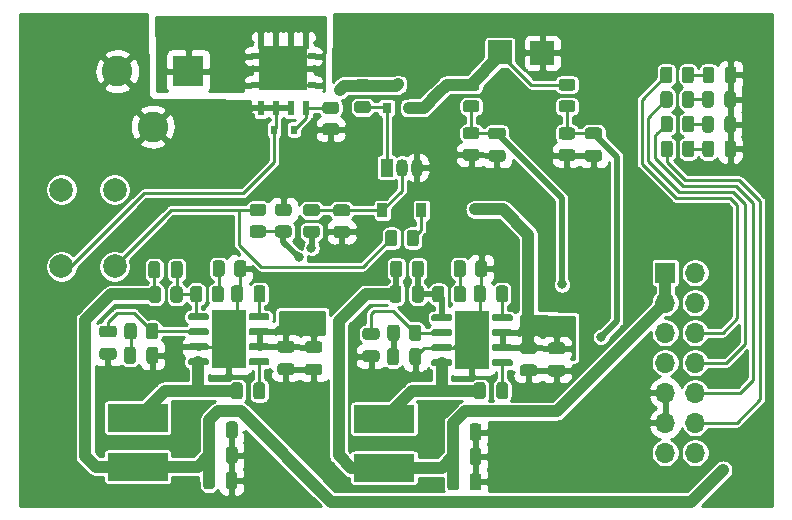
<source format=gtl>
%TF.GenerationSoftware,KiCad,Pcbnew,(5.1.10)-1*%
%TF.CreationDate,2021-08-21T14:03:18+05:30*%
%TF.ProjectId,5V_DC-DC_Converter,35565f44-432d-4444-935f-436f6e766572,v01*%
%TF.SameCoordinates,Original*%
%TF.FileFunction,Copper,L1,Top*%
%TF.FilePolarity,Positive*%
%FSLAX46Y46*%
G04 Gerber Fmt 4.6, Leading zero omitted, Abs format (unit mm)*
G04 Created by KiCad (PCBNEW (5.1.10)-1) date 2021-08-21 14:03:18*
%MOMM*%
%LPD*%
G01*
G04 APERTURE LIST*
%TA.AperFunction,SMDPad,CuDef*%
%ADD10R,0.610000X1.270000*%
%TD*%
%TA.AperFunction,SMDPad,CuDef*%
%ADD11R,0.755000X0.600000*%
%TD*%
%TA.AperFunction,SMDPad,CuDef*%
%ADD12R,4.100000X3.810000*%
%TD*%
%TA.AperFunction,SMDPad,CuDef*%
%ADD13R,0.610000X1.020000*%
%TD*%
%TA.AperFunction,ComponentPad*%
%ADD14C,2.000000*%
%TD*%
%TA.AperFunction,SMDPad,CuDef*%
%ADD15R,5.100000X2.350000*%
%TD*%
%TA.AperFunction,SMDPad,CuDef*%
%ADD16R,0.600000X0.800000*%
%TD*%
%TA.AperFunction,SMDPad,CuDef*%
%ADD17R,2.000000X2.000000*%
%TD*%
%TA.AperFunction,SMDPad,CuDef*%
%ADD18R,0.800000X0.900000*%
%TD*%
%TA.AperFunction,ComponentPad*%
%ADD19R,1.050000X1.500000*%
%TD*%
%TA.AperFunction,ComponentPad*%
%ADD20O,1.050000X1.500000*%
%TD*%
%TA.AperFunction,SMDPad,CuDef*%
%ADD21R,0.900000X1.200000*%
%TD*%
%TA.AperFunction,ComponentPad*%
%ADD22O,1.700000X1.700000*%
%TD*%
%TA.AperFunction,ComponentPad*%
%ADD23R,1.700000X1.700000*%
%TD*%
%TA.AperFunction,ComponentPad*%
%ADD24C,2.600000*%
%TD*%
%TA.AperFunction,ComponentPad*%
%ADD25R,2.600000X2.600000*%
%TD*%
%TA.AperFunction,SMDPad,CuDef*%
%ADD26R,2.950000X4.900000*%
%TD*%
%TA.AperFunction,ViaPad*%
%ADD27C,0.800000*%
%TD*%
%TA.AperFunction,Conductor*%
%ADD28C,0.254000*%
%TD*%
%TA.AperFunction,Conductor*%
%ADD29C,1.016000*%
%TD*%
%TA.AperFunction,Conductor*%
%ADD30C,0.508000*%
%TD*%
%TA.AperFunction,Conductor*%
%ADD31C,0.457200*%
%TD*%
%TA.AperFunction,Conductor*%
%ADD32C,0.100000*%
%TD*%
G04 APERTURE END LIST*
D10*
%TO.P,PMOS1,2*%
%TO.N,Net-(PMOS1-Pad2)*%
X137949940Y-86304580D03*
%TO.P,PMOS1,1*%
%TO.N,/Hold_Switch/Input*%
X136679940Y-86304580D03*
X135409940Y-86304580D03*
D11*
%TO.P,PMOS1,3*%
%TO.N,Net-(J1-Pad1)*%
X133629400Y-84373720D03*
D12*
X136044940Y-82944580D03*
D10*
%TO.P,PMOS1,1*%
%TO.N,/Hold_Switch/Input*%
X134139940Y-86304580D03*
D13*
%TO.P,PMOS1,3*%
%TO.N,Net-(J1-Pad1)*%
X135409940Y-80839580D03*
X137949940Y-80839580D03*
X134139940Y-80839580D03*
X136679940Y-80839580D03*
D11*
X133626860Y-81919520D03*
X138470640Y-81943640D03*
X138468100Y-84368980D03*
%TD*%
D14*
%TO.P,SW1,2*%
%TO.N,/Hold_Switch/SwPin2*%
X121766720Y-99715320D03*
%TO.P,SW1,1*%
%TO.N,/Hold_Switch/Input*%
X117266720Y-99715320D03*
%TO.P,SW1,3*%
%TO.N,Net-(SW1-Pad3)*%
X121766720Y-93215320D03*
%TO.P,SW1,4*%
%TO.N,Net-(SW1-Pad4)*%
X117266720Y-93215320D03*
%TD*%
D15*
%TO.P,L2,1*%
%TO.N,Net-(C32-Pad2)*%
X123736100Y-112529980D03*
%TO.P,L2,2*%
%TO.N,+3.3V*%
X123736100Y-116679980D03*
%TD*%
%TO.P,L1,2*%
%TO.N,+5V*%
X144584420Y-116779040D03*
%TO.P,L1,1*%
%TO.N,Net-(C3-Pad2)*%
X144584420Y-112629040D03*
%TD*%
D16*
%TO.P,Z1,1*%
%TO.N,/Hold_Switch/Input*%
X135255900Y-88132920D03*
%TO.P,Z1,2*%
%TO.N,Net-(PMOS1-Pad2)*%
X136955900Y-88132920D03*
%TD*%
D17*
%TO.P,GND,1*%
%TO.N,GND*%
X157982920Y-81643220D03*
%TD*%
%TO.P,+ve,1*%
%TO.N,MC_M*%
X154383740Y-81602580D03*
%TD*%
%TO.P,R21,2*%
%TO.N,GND*%
%TA.AperFunction,SMDPad,CuDef*%
G36*
G01*
X131895800Y-100350741D02*
X131895800Y-99450739D01*
G75*
G02*
X132145799Y-99200740I249999J0D01*
G01*
X132670801Y-99200740D01*
G75*
G02*
X132920800Y-99450739I0J-249999D01*
G01*
X132920800Y-100350741D01*
G75*
G02*
X132670801Y-100600740I-249999J0D01*
G01*
X132145799Y-100600740D01*
G75*
G02*
X131895800Y-100350741I0J249999D01*
G01*
G37*
%TD.AperFunction*%
%TO.P,R21,1*%
%TO.N,Net-(R21-Pad1)*%
%TA.AperFunction,SMDPad,CuDef*%
G36*
G01*
X130070800Y-100350741D02*
X130070800Y-99450739D01*
G75*
G02*
X130320799Y-99200740I249999J0D01*
G01*
X130845801Y-99200740D01*
G75*
G02*
X131095800Y-99450739I0J-249999D01*
G01*
X131095800Y-100350741D01*
G75*
G02*
X130845801Y-100600740I-249999J0D01*
G01*
X130320799Y-100600740D01*
G75*
G02*
X130070800Y-100350741I0J249999D01*
G01*
G37*
%TD.AperFunction*%
%TD*%
%TO.P,R20,2*%
%TO.N,GND*%
%TA.AperFunction,SMDPad,CuDef*%
G36*
G01*
X152295180Y-100365981D02*
X152295180Y-99465979D01*
G75*
G02*
X152545179Y-99215980I249999J0D01*
G01*
X153070181Y-99215980D01*
G75*
G02*
X153320180Y-99465979I0J-249999D01*
G01*
X153320180Y-100365981D01*
G75*
G02*
X153070181Y-100615980I-249999J0D01*
G01*
X152545179Y-100615980D01*
G75*
G02*
X152295180Y-100365981I0J249999D01*
G01*
G37*
%TD.AperFunction*%
%TO.P,R20,1*%
%TO.N,Net-(R2-Pad2)*%
%TA.AperFunction,SMDPad,CuDef*%
G36*
G01*
X150470180Y-100365981D02*
X150470180Y-99465979D01*
G75*
G02*
X150720179Y-99215980I249999J0D01*
G01*
X151245181Y-99215980D01*
G75*
G02*
X151495180Y-99465979I0J-249999D01*
G01*
X151495180Y-100365981D01*
G75*
G02*
X151245181Y-100615980I-249999J0D01*
G01*
X150720179Y-100615980D01*
G75*
G02*
X150470180Y-100365981I0J249999D01*
G01*
G37*
%TD.AperFunction*%
%TD*%
D18*
%TO.P,Q1,2*%
%TO.N,Net-(Q1-Pad2)*%
X144800280Y-86308440D03*
%TO.P,Q1,1*%
%TO.N,MC_M*%
X146700280Y-86308440D03*
%TO.P,Q1,3*%
%TO.N,/Hold_Switch/Input*%
X145750280Y-84308440D03*
%TD*%
%TO.P,R14,2*%
%TO.N,Net-(J2-Pad10)*%
%TA.AperFunction,SMDPad,CuDef*%
G36*
G01*
X169019400Y-87223179D02*
X169019400Y-88123181D01*
G75*
G02*
X168769401Y-88373180I-249999J0D01*
G01*
X168244399Y-88373180D01*
G75*
G02*
X167994400Y-88123181I0J249999D01*
G01*
X167994400Y-87223179D01*
G75*
G02*
X168244399Y-86973180I249999J0D01*
G01*
X168769401Y-86973180D01*
G75*
G02*
X169019400Y-87223179I0J-249999D01*
G01*
G37*
%TD.AperFunction*%
%TO.P,R14,1*%
%TO.N,Net-(D4-Pad2)*%
%TA.AperFunction,SMDPad,CuDef*%
G36*
G01*
X170844400Y-87223179D02*
X170844400Y-88123181D01*
G75*
G02*
X170594401Y-88373180I-249999J0D01*
G01*
X170069399Y-88373180D01*
G75*
G02*
X169819400Y-88123181I0J249999D01*
G01*
X169819400Y-87223179D01*
G75*
G02*
X170069399Y-86973180I249999J0D01*
G01*
X170594401Y-86973180D01*
G75*
G02*
X170844400Y-87223179I0J-249999D01*
G01*
G37*
%TD.AperFunction*%
%TD*%
%TO.P,D4,2*%
%TO.N,Net-(D4-Pad2)*%
%TA.AperFunction,SMDPad,CuDef*%
G36*
G01*
X172501400Y-87229630D02*
X172501400Y-88142130D01*
G75*
G02*
X172257650Y-88385880I-243750J0D01*
G01*
X171770150Y-88385880D01*
G75*
G02*
X171526400Y-88142130I0J243750D01*
G01*
X171526400Y-87229630D01*
G75*
G02*
X171770150Y-86985880I243750J0D01*
G01*
X172257650Y-86985880D01*
G75*
G02*
X172501400Y-87229630I0J-243750D01*
G01*
G37*
%TD.AperFunction*%
%TO.P,D4,1*%
%TO.N,GND*%
%TA.AperFunction,SMDPad,CuDef*%
G36*
G01*
X174376400Y-87229630D02*
X174376400Y-88142130D01*
G75*
G02*
X174132650Y-88385880I-243750J0D01*
G01*
X173645150Y-88385880D01*
G75*
G02*
X173401400Y-88142130I0J243750D01*
G01*
X173401400Y-87229630D01*
G75*
G02*
X173645150Y-86985880I243750J0D01*
G01*
X174132650Y-86985880D01*
G75*
G02*
X174376400Y-87229630I0J-243750D01*
G01*
G37*
%TD.AperFunction*%
%TD*%
%TO.P,R7,2*%
%TO.N,Net-(J2-Pad8)*%
%TA.AperFunction,SMDPad,CuDef*%
G36*
G01*
X169004460Y-85132759D02*
X169004460Y-86032761D01*
G75*
G02*
X168754461Y-86282760I-249999J0D01*
G01*
X168229459Y-86282760D01*
G75*
G02*
X167979460Y-86032761I0J249999D01*
G01*
X167979460Y-85132759D01*
G75*
G02*
X168229459Y-84882760I249999J0D01*
G01*
X168754461Y-84882760D01*
G75*
G02*
X169004460Y-85132759I0J-249999D01*
G01*
G37*
%TD.AperFunction*%
%TO.P,R7,1*%
%TO.N,Net-(D3-Pad2)*%
%TA.AperFunction,SMDPad,CuDef*%
G36*
G01*
X170829460Y-85132759D02*
X170829460Y-86032761D01*
G75*
G02*
X170579461Y-86282760I-249999J0D01*
G01*
X170054459Y-86282760D01*
G75*
G02*
X169804460Y-86032761I0J249999D01*
G01*
X169804460Y-85132759D01*
G75*
G02*
X170054459Y-84882760I249999J0D01*
G01*
X170579461Y-84882760D01*
G75*
G02*
X170829460Y-85132759I0J-249999D01*
G01*
G37*
%TD.AperFunction*%
%TD*%
%TO.P,R16,2*%
%TO.N,Net-(J2-Pad6)*%
%TA.AperFunction,SMDPad,CuDef*%
G36*
G01*
X168999780Y-83057379D02*
X168999780Y-83957381D01*
G75*
G02*
X168749781Y-84207380I-249999J0D01*
G01*
X168224779Y-84207380D01*
G75*
G02*
X167974780Y-83957381I0J249999D01*
G01*
X167974780Y-83057379D01*
G75*
G02*
X168224779Y-82807380I249999J0D01*
G01*
X168749781Y-82807380D01*
G75*
G02*
X168999780Y-83057379I0J-249999D01*
G01*
G37*
%TD.AperFunction*%
%TO.P,R16,1*%
%TO.N,Net-(D2-Pad2)*%
%TA.AperFunction,SMDPad,CuDef*%
G36*
G01*
X170824780Y-83057379D02*
X170824780Y-83957381D01*
G75*
G02*
X170574781Y-84207380I-249999J0D01*
G01*
X170049779Y-84207380D01*
G75*
G02*
X169799780Y-83957381I0J249999D01*
G01*
X169799780Y-83057379D01*
G75*
G02*
X170049779Y-82807380I249999J0D01*
G01*
X170574781Y-82807380D01*
G75*
G02*
X170824780Y-83057379I0J-249999D01*
G01*
G37*
%TD.AperFunction*%
%TD*%
%TO.P,R15,2*%
%TO.N,Net-(J2-Pad12)*%
%TA.AperFunction,SMDPad,CuDef*%
G36*
G01*
X169034940Y-89323759D02*
X169034940Y-90223761D01*
G75*
G02*
X168784941Y-90473760I-249999J0D01*
G01*
X168259939Y-90473760D01*
G75*
G02*
X168009940Y-90223761I0J249999D01*
G01*
X168009940Y-89323759D01*
G75*
G02*
X168259939Y-89073760I249999J0D01*
G01*
X168784941Y-89073760D01*
G75*
G02*
X169034940Y-89323759I0J-249999D01*
G01*
G37*
%TD.AperFunction*%
%TO.P,R15,1*%
%TO.N,Net-(D5-Pad2)*%
%TA.AperFunction,SMDPad,CuDef*%
G36*
G01*
X170859940Y-89323759D02*
X170859940Y-90223761D01*
G75*
G02*
X170609941Y-90473760I-249999J0D01*
G01*
X170084939Y-90473760D01*
G75*
G02*
X169834940Y-90223761I0J249999D01*
G01*
X169834940Y-89323759D01*
G75*
G02*
X170084939Y-89073760I249999J0D01*
G01*
X170609941Y-89073760D01*
G75*
G02*
X170859940Y-89323759I0J-249999D01*
G01*
G37*
%TD.AperFunction*%
%TD*%
%TO.P,D2,2*%
%TO.N,Net-(D2-Pad2)*%
%TA.AperFunction,SMDPad,CuDef*%
G36*
G01*
X172543780Y-83051130D02*
X172543780Y-83963630D01*
G75*
G02*
X172300030Y-84207380I-243750J0D01*
G01*
X171812530Y-84207380D01*
G75*
G02*
X171568780Y-83963630I0J243750D01*
G01*
X171568780Y-83051130D01*
G75*
G02*
X171812530Y-82807380I243750J0D01*
G01*
X172300030Y-82807380D01*
G75*
G02*
X172543780Y-83051130I0J-243750D01*
G01*
G37*
%TD.AperFunction*%
%TO.P,D2,1*%
%TO.N,GND*%
%TA.AperFunction,SMDPad,CuDef*%
G36*
G01*
X174418780Y-83051130D02*
X174418780Y-83963630D01*
G75*
G02*
X174175030Y-84207380I-243750J0D01*
G01*
X173687530Y-84207380D01*
G75*
G02*
X173443780Y-83963630I0J243750D01*
G01*
X173443780Y-83051130D01*
G75*
G02*
X173687530Y-82807380I243750J0D01*
G01*
X174175030Y-82807380D01*
G75*
G02*
X174418780Y-83051130I0J-243750D01*
G01*
G37*
%TD.AperFunction*%
%TD*%
%TO.P,D5,2*%
%TO.N,Net-(D5-Pad2)*%
%TA.AperFunction,SMDPad,CuDef*%
G36*
G01*
X172511940Y-89317510D02*
X172511940Y-90230010D01*
G75*
G02*
X172268190Y-90473760I-243750J0D01*
G01*
X171780690Y-90473760D01*
G75*
G02*
X171536940Y-90230010I0J243750D01*
G01*
X171536940Y-89317510D01*
G75*
G02*
X171780690Y-89073760I243750J0D01*
G01*
X172268190Y-89073760D01*
G75*
G02*
X172511940Y-89317510I0J-243750D01*
G01*
G37*
%TD.AperFunction*%
%TO.P,D5,1*%
%TO.N,GND*%
%TA.AperFunction,SMDPad,CuDef*%
G36*
G01*
X174386940Y-89317510D02*
X174386940Y-90230010D01*
G75*
G02*
X174143190Y-90473760I-243750J0D01*
G01*
X173655690Y-90473760D01*
G75*
G02*
X173411940Y-90230010I0J243750D01*
G01*
X173411940Y-89317510D01*
G75*
G02*
X173655690Y-89073760I243750J0D01*
G01*
X174143190Y-89073760D01*
G75*
G02*
X174386940Y-89317510I0J-243750D01*
G01*
G37*
%TD.AperFunction*%
%TD*%
%TO.P,D3,2*%
%TO.N,Net-(D3-Pad2)*%
%TA.AperFunction,SMDPad,CuDef*%
G36*
G01*
X172498460Y-85129010D02*
X172498460Y-86041510D01*
G75*
G02*
X172254710Y-86285260I-243750J0D01*
G01*
X171767210Y-86285260D01*
G75*
G02*
X171523460Y-86041510I0J243750D01*
G01*
X171523460Y-85129010D01*
G75*
G02*
X171767210Y-84885260I243750J0D01*
G01*
X172254710Y-84885260D01*
G75*
G02*
X172498460Y-85129010I0J-243750D01*
G01*
G37*
%TD.AperFunction*%
%TO.P,D3,1*%
%TO.N,GND*%
%TA.AperFunction,SMDPad,CuDef*%
G36*
G01*
X174373460Y-85129010D02*
X174373460Y-86041510D01*
G75*
G02*
X174129710Y-86285260I-243750J0D01*
G01*
X173642210Y-86285260D01*
G75*
G02*
X173398460Y-86041510I0J243750D01*
G01*
X173398460Y-85129010D01*
G75*
G02*
X173642210Y-84885260I243750J0D01*
G01*
X174129710Y-84885260D01*
G75*
G02*
X174373460Y-85129010I0J-243750D01*
G01*
G37*
%TD.AperFunction*%
%TD*%
%TO.P,R9,2*%
%TO.N,/MC_Input*%
%TA.AperFunction,SMDPad,CuDef*%
G36*
G01*
X135605139Y-96251960D02*
X136505141Y-96251960D01*
G75*
G02*
X136755140Y-96501959I0J-249999D01*
G01*
X136755140Y-97026961D01*
G75*
G02*
X136505141Y-97276960I-249999J0D01*
G01*
X135605139Y-97276960D01*
G75*
G02*
X135355140Y-97026961I0J249999D01*
G01*
X135355140Y-96501959D01*
G75*
G02*
X135605139Y-96251960I249999J0D01*
G01*
G37*
%TD.AperFunction*%
%TO.P,R9,1*%
%TO.N,GND*%
%TA.AperFunction,SMDPad,CuDef*%
G36*
G01*
X135605139Y-94426960D02*
X136505141Y-94426960D01*
G75*
G02*
X136755140Y-94676959I0J-249999D01*
G01*
X136755140Y-95201961D01*
G75*
G02*
X136505141Y-95451960I-249999J0D01*
G01*
X135605139Y-95451960D01*
G75*
G02*
X135355140Y-95201961I0J249999D01*
G01*
X135355140Y-94676959D01*
G75*
G02*
X135605139Y-94426960I249999J0D01*
G01*
G37*
%TD.AperFunction*%
%TD*%
%TO.P,R8,2*%
%TO.N,/Hold_Switch/SwPin2*%
%TA.AperFunction,SMDPad,CuDef*%
G36*
G01*
X134346141Y-95451960D02*
X133446139Y-95451960D01*
G75*
G02*
X133196140Y-95201961I0J249999D01*
G01*
X133196140Y-94676959D01*
G75*
G02*
X133446139Y-94426960I249999J0D01*
G01*
X134346141Y-94426960D01*
G75*
G02*
X134596140Y-94676959I0J-249999D01*
G01*
X134596140Y-95201961D01*
G75*
G02*
X134346141Y-95451960I-249999J0D01*
G01*
G37*
%TD.AperFunction*%
%TO.P,R8,1*%
%TO.N,/MC_Input*%
%TA.AperFunction,SMDPad,CuDef*%
G36*
G01*
X134346141Y-97276960D02*
X133446139Y-97276960D01*
G75*
G02*
X133196140Y-97026961I0J249999D01*
G01*
X133196140Y-96501959D01*
G75*
G02*
X133446139Y-96251960I249999J0D01*
G01*
X134346141Y-96251960D01*
G75*
G02*
X134596140Y-96501959I0J-249999D01*
G01*
X134596140Y-97026961D01*
G75*
G02*
X134346141Y-97276960I-249999J0D01*
G01*
G37*
%TD.AperFunction*%
%TD*%
%TO.P,C10,2*%
%TO.N,GND*%
%TA.AperFunction,SMDPad,CuDef*%
G36*
G01*
X161833540Y-89855420D02*
X162783540Y-89855420D01*
G75*
G02*
X163033540Y-90105420I0J-250000D01*
G01*
X163033540Y-90605420D01*
G75*
G02*
X162783540Y-90855420I-250000J0D01*
G01*
X161833540Y-90855420D01*
G75*
G02*
X161583540Y-90605420I0J250000D01*
G01*
X161583540Y-90105420D01*
G75*
G02*
X161833540Y-89855420I250000J0D01*
G01*
G37*
%TD.AperFunction*%
%TO.P,C10,1*%
%TO.N,5V_ADC*%
%TA.AperFunction,SMDPad,CuDef*%
G36*
G01*
X161833540Y-87955420D02*
X162783540Y-87955420D01*
G75*
G02*
X163033540Y-88205420I0J-250000D01*
G01*
X163033540Y-88705420D01*
G75*
G02*
X162783540Y-88955420I-250000J0D01*
G01*
X161833540Y-88955420D01*
G75*
G02*
X161583540Y-88705420I0J250000D01*
G01*
X161583540Y-88205420D01*
G75*
G02*
X161833540Y-87955420I250000J0D01*
G01*
G37*
%TD.AperFunction*%
%TD*%
%TO.P,R17,2*%
%TO.N,5V_ADC*%
%TA.AperFunction,SMDPad,CuDef*%
G36*
G01*
X159620799Y-85647480D02*
X160520801Y-85647480D01*
G75*
G02*
X160770800Y-85897479I0J-249999D01*
G01*
X160770800Y-86422481D01*
G75*
G02*
X160520801Y-86672480I-249999J0D01*
G01*
X159620799Y-86672480D01*
G75*
G02*
X159370800Y-86422481I0J249999D01*
G01*
X159370800Y-85897479D01*
G75*
G02*
X159620799Y-85647480I249999J0D01*
G01*
G37*
%TD.AperFunction*%
%TO.P,R17,1*%
%TO.N,MC_M*%
%TA.AperFunction,SMDPad,CuDef*%
G36*
G01*
X159620799Y-83822480D02*
X160520801Y-83822480D01*
G75*
G02*
X160770800Y-84072479I0J-249999D01*
G01*
X160770800Y-84597481D01*
G75*
G02*
X160520801Y-84847480I-249999J0D01*
G01*
X159620799Y-84847480D01*
G75*
G02*
X159370800Y-84597481I0J249999D01*
G01*
X159370800Y-84072479D01*
G75*
G02*
X159620799Y-83822480I249999J0D01*
G01*
G37*
%TD.AperFunction*%
%TD*%
%TO.P,R18,2*%
%TO.N,GND*%
%TA.AperFunction,SMDPad,CuDef*%
G36*
G01*
X159613179Y-89779420D02*
X160513181Y-89779420D01*
G75*
G02*
X160763180Y-90029419I0J-249999D01*
G01*
X160763180Y-90554421D01*
G75*
G02*
X160513181Y-90804420I-249999J0D01*
G01*
X159613179Y-90804420D01*
G75*
G02*
X159363180Y-90554421I0J249999D01*
G01*
X159363180Y-90029419D01*
G75*
G02*
X159613179Y-89779420I249999J0D01*
G01*
G37*
%TD.AperFunction*%
%TO.P,R18,1*%
%TO.N,5V_ADC*%
%TA.AperFunction,SMDPad,CuDef*%
G36*
G01*
X159613179Y-87954420D02*
X160513181Y-87954420D01*
G75*
G02*
X160763180Y-88204419I0J-249999D01*
G01*
X160763180Y-88729421D01*
G75*
G02*
X160513181Y-88979420I-249999J0D01*
G01*
X159613179Y-88979420D01*
G75*
G02*
X159363180Y-88729421I0J249999D01*
G01*
X159363180Y-88204419D01*
G75*
G02*
X159613179Y-87954420I249999J0D01*
G01*
G37*
%TD.AperFunction*%
%TD*%
D19*
%TO.P,Q2,1*%
%TO.N,Net-(Q1-Pad2)*%
X144815560Y-91351100D03*
D20*
%TO.P,Q2,3*%
%TO.N,GND*%
X147355560Y-91351100D03*
%TO.P,Q2,2*%
%TO.N,Net-(D1-Pad1)*%
X146085560Y-91351100D03*
%TD*%
%TO.P,R13,2*%
%TO.N,Net-(D1-Pad1)*%
%TA.AperFunction,SMDPad,CuDef*%
G36*
G01*
X138890161Y-95466580D02*
X137990159Y-95466580D01*
G75*
G02*
X137740160Y-95216581I0J249999D01*
G01*
X137740160Y-94691579D01*
G75*
G02*
X137990159Y-94441580I249999J0D01*
G01*
X138890161Y-94441580D01*
G75*
G02*
X139140160Y-94691579I0J-249999D01*
G01*
X139140160Y-95216581D01*
G75*
G02*
X138890161Y-95466580I-249999J0D01*
G01*
G37*
%TD.AperFunction*%
%TO.P,R13,1*%
%TO.N,/MC_Output*%
%TA.AperFunction,SMDPad,CuDef*%
G36*
G01*
X138890161Y-97291580D02*
X137990159Y-97291580D01*
G75*
G02*
X137740160Y-97041581I0J249999D01*
G01*
X137740160Y-96516579D01*
G75*
G02*
X137990159Y-96266580I249999J0D01*
G01*
X138890161Y-96266580D01*
G75*
G02*
X139140160Y-96516579I0J-249999D01*
G01*
X139140160Y-97041581D01*
G75*
G02*
X138890161Y-97291580I-249999J0D01*
G01*
G37*
%TD.AperFunction*%
%TD*%
%TO.P,R19,2*%
%TO.N,Net-(D1-Pad1)*%
%TA.AperFunction,SMDPad,CuDef*%
G36*
G01*
X141445401Y-95491980D02*
X140545399Y-95491980D01*
G75*
G02*
X140295400Y-95241981I0J249999D01*
G01*
X140295400Y-94716979D01*
G75*
G02*
X140545399Y-94466980I249999J0D01*
G01*
X141445401Y-94466980D01*
G75*
G02*
X141695400Y-94716979I0J-249999D01*
G01*
X141695400Y-95241981D01*
G75*
G02*
X141445401Y-95491980I-249999J0D01*
G01*
G37*
%TD.AperFunction*%
%TO.P,R19,1*%
%TO.N,GND*%
%TA.AperFunction,SMDPad,CuDef*%
G36*
G01*
X141445401Y-97316980D02*
X140545399Y-97316980D01*
G75*
G02*
X140295400Y-97066981I0J249999D01*
G01*
X140295400Y-96541979D01*
G75*
G02*
X140545399Y-96291980I249999J0D01*
G01*
X141445401Y-96291980D01*
G75*
G02*
X141695400Y-96541979I0J-249999D01*
G01*
X141695400Y-97066981D01*
G75*
G02*
X141445401Y-97316980I-249999J0D01*
G01*
G37*
%TD.AperFunction*%
%TD*%
D21*
%TO.P,D1,2*%
%TO.N,Net-(D1-Pad2)*%
X147740640Y-94957900D03*
%TO.P,D1,1*%
%TO.N,Net-(D1-Pad1)*%
X144440640Y-94957900D03*
%TD*%
%TO.P,R11,2*%
%TO.N,/Hold_Switch/Input*%
%TA.AperFunction,SMDPad,CuDef*%
G36*
G01*
X143200541Y-84921140D02*
X142300539Y-84921140D01*
G75*
G02*
X142050540Y-84671141I0J249999D01*
G01*
X142050540Y-84146139D01*
G75*
G02*
X142300539Y-83896140I249999J0D01*
G01*
X143200541Y-83896140D01*
G75*
G02*
X143450540Y-84146139I0J-249999D01*
G01*
X143450540Y-84671141D01*
G75*
G02*
X143200541Y-84921140I-249999J0D01*
G01*
G37*
%TD.AperFunction*%
%TO.P,R11,1*%
%TO.N,Net-(Q1-Pad2)*%
%TA.AperFunction,SMDPad,CuDef*%
G36*
G01*
X143200541Y-86746140D02*
X142300539Y-86746140D01*
G75*
G02*
X142050540Y-86496141I0J249999D01*
G01*
X142050540Y-85971139D01*
G75*
G02*
X142300539Y-85721140I249999J0D01*
G01*
X143200541Y-85721140D01*
G75*
G02*
X143450540Y-85971139I0J-249999D01*
G01*
X143450540Y-86496141D01*
G75*
G02*
X143200541Y-86746140I-249999J0D01*
G01*
G37*
%TD.AperFunction*%
%TD*%
%TO.P,R10,2*%
%TO.N,/Hold_Switch/SwPin2*%
%TA.AperFunction,SMDPad,CuDef*%
G36*
G01*
X145700160Y-96880259D02*
X145700160Y-97780261D01*
G75*
G02*
X145450161Y-98030260I-249999J0D01*
G01*
X144925159Y-98030260D01*
G75*
G02*
X144675160Y-97780261I0J249999D01*
G01*
X144675160Y-96880259D01*
G75*
G02*
X144925159Y-96630260I249999J0D01*
G01*
X145450161Y-96630260D01*
G75*
G02*
X145700160Y-96880259I0J-249999D01*
G01*
G37*
%TD.AperFunction*%
%TO.P,R10,1*%
%TO.N,Net-(D1-Pad2)*%
%TA.AperFunction,SMDPad,CuDef*%
G36*
G01*
X147525160Y-96880259D02*
X147525160Y-97780261D01*
G75*
G02*
X147275161Y-98030260I-249999J0D01*
G01*
X146750159Y-98030260D01*
G75*
G02*
X146500160Y-97780261I0J249999D01*
G01*
X146500160Y-96880259D01*
G75*
G02*
X146750159Y-96630260I249999J0D01*
G01*
X147275161Y-96630260D01*
G75*
G02*
X147525160Y-96880259I0J-249999D01*
G01*
G37*
%TD.AperFunction*%
%TD*%
%TO.P,R4,2*%
%TO.N,GND*%
%TA.AperFunction,SMDPad,CuDef*%
G36*
G01*
X151502959Y-89754660D02*
X152402961Y-89754660D01*
G75*
G02*
X152652960Y-90004659I0J-249999D01*
G01*
X152652960Y-90529661D01*
G75*
G02*
X152402961Y-90779660I-249999J0D01*
G01*
X151502959Y-90779660D01*
G75*
G02*
X151252960Y-90529661I0J249999D01*
G01*
X151252960Y-90004659D01*
G75*
G02*
X151502959Y-89754660I249999J0D01*
G01*
G37*
%TD.AperFunction*%
%TO.P,R4,1*%
%TO.N,3.3V_ADC*%
%TA.AperFunction,SMDPad,CuDef*%
G36*
G01*
X151502959Y-87929660D02*
X152402961Y-87929660D01*
G75*
G02*
X152652960Y-88179659I0J-249999D01*
G01*
X152652960Y-88704661D01*
G75*
G02*
X152402961Y-88954660I-249999J0D01*
G01*
X151502959Y-88954660D01*
G75*
G02*
X151252960Y-88704661I0J249999D01*
G01*
X151252960Y-88179659D01*
G75*
G02*
X151502959Y-87929660I249999J0D01*
G01*
G37*
%TD.AperFunction*%
%TD*%
%TO.P,R3,2*%
%TO.N,3.3V_ADC*%
%TA.AperFunction,SMDPad,CuDef*%
G36*
G01*
X151505499Y-85647480D02*
X152405501Y-85647480D01*
G75*
G02*
X152655500Y-85897479I0J-249999D01*
G01*
X152655500Y-86422481D01*
G75*
G02*
X152405501Y-86672480I-249999J0D01*
G01*
X151505499Y-86672480D01*
G75*
G02*
X151255500Y-86422481I0J249999D01*
G01*
X151255500Y-85897479D01*
G75*
G02*
X151505499Y-85647480I249999J0D01*
G01*
G37*
%TD.AperFunction*%
%TO.P,R3,1*%
%TO.N,MC_M*%
%TA.AperFunction,SMDPad,CuDef*%
G36*
G01*
X151505499Y-83822480D02*
X152405501Y-83822480D01*
G75*
G02*
X152655500Y-84072479I0J-249999D01*
G01*
X152655500Y-84597481D01*
G75*
G02*
X152405501Y-84847480I-249999J0D01*
G01*
X151505499Y-84847480D01*
G75*
G02*
X151255500Y-84597481I0J249999D01*
G01*
X151255500Y-84072479D01*
G75*
G02*
X151505499Y-83822480I249999J0D01*
G01*
G37*
%TD.AperFunction*%
%TD*%
D22*
%TO.P,J2,14*%
%TO.N,5V_ADC*%
X170921560Y-115496320D03*
%TO.P,J2,13*%
%TO.N,3.3V_ADC*%
X168381560Y-115496320D03*
%TO.P,J2,12*%
%TO.N,Net-(J2-Pad12)*%
X170921560Y-112956320D03*
%TO.P,J2,11*%
%TO.N,GND*%
X168381560Y-112956320D03*
%TO.P,J2,10*%
%TO.N,Net-(J2-Pad10)*%
X170921560Y-110416320D03*
%TO.P,J2,9*%
%TO.N,GND*%
X168381560Y-110416320D03*
%TO.P,J2,8*%
%TO.N,Net-(J2-Pad8)*%
X170921560Y-107876320D03*
%TO.P,J2,7*%
%TO.N,/MC_Input*%
X168381560Y-107876320D03*
%TO.P,J2,6*%
%TO.N,Net-(J2-Pad6)*%
X170921560Y-105336320D03*
%TO.P,J2,5*%
%TO.N,/MC_Output*%
X168381560Y-105336320D03*
%TO.P,J2,4*%
%TO.N,+3.3V*%
X170921560Y-102796320D03*
%TO.P,J2,3*%
%TO.N,+5V*%
X168381560Y-102796320D03*
%TO.P,J2,2*%
%TO.N,+3.3V*%
X170921560Y-100256320D03*
D23*
%TO.P,J2,1*%
%TO.N,+5V*%
X168381560Y-100256320D03*
%TD*%
%TO.P,C1,2*%
%TO.N,GND*%
%TA.AperFunction,SMDPad,CuDef*%
G36*
G01*
X158711880Y-108049480D02*
X159661880Y-108049480D01*
G75*
G02*
X159911880Y-108299480I0J-250000D01*
G01*
X159911880Y-108799480D01*
G75*
G02*
X159661880Y-109049480I-250000J0D01*
G01*
X158711880Y-109049480D01*
G75*
G02*
X158461880Y-108799480I0J250000D01*
G01*
X158461880Y-108299480D01*
G75*
G02*
X158711880Y-108049480I250000J0D01*
G01*
G37*
%TD.AperFunction*%
%TO.P,C1,1*%
%TO.N,MC_M*%
%TA.AperFunction,SMDPad,CuDef*%
G36*
G01*
X158711880Y-106149480D02*
X159661880Y-106149480D01*
G75*
G02*
X159911880Y-106399480I0J-250000D01*
G01*
X159911880Y-106899480D01*
G75*
G02*
X159661880Y-107149480I-250000J0D01*
G01*
X158711880Y-107149480D01*
G75*
G02*
X158461880Y-106899480I0J250000D01*
G01*
X158461880Y-106399480D01*
G75*
G02*
X158711880Y-106149480I250000J0D01*
G01*
G37*
%TD.AperFunction*%
%TD*%
%TO.P,C2,2*%
%TO.N,GND*%
%TA.AperFunction,SMDPad,CuDef*%
G36*
G01*
X156333940Y-108024240D02*
X157283940Y-108024240D01*
G75*
G02*
X157533940Y-108274240I0J-250000D01*
G01*
X157533940Y-108774240D01*
G75*
G02*
X157283940Y-109024240I-250000J0D01*
G01*
X156333940Y-109024240D01*
G75*
G02*
X156083940Y-108774240I0J250000D01*
G01*
X156083940Y-108274240D01*
G75*
G02*
X156333940Y-108024240I250000J0D01*
G01*
G37*
%TD.AperFunction*%
%TO.P,C2,1*%
%TO.N,MC_M*%
%TA.AperFunction,SMDPad,CuDef*%
G36*
G01*
X156333940Y-106124240D02*
X157283940Y-106124240D01*
G75*
G02*
X157533940Y-106374240I0J-250000D01*
G01*
X157533940Y-106874240D01*
G75*
G02*
X157283940Y-107124240I-250000J0D01*
G01*
X156333940Y-107124240D01*
G75*
G02*
X156083940Y-106874240I0J250000D01*
G01*
X156083940Y-106374240D01*
G75*
G02*
X156333940Y-106124240I250000J0D01*
G01*
G37*
%TD.AperFunction*%
%TD*%
%TO.P,C3,2*%
%TO.N,Net-(C3-Pad2)*%
%TA.AperFunction,SMDPad,CuDef*%
G36*
G01*
X153184940Y-109766240D02*
X153184940Y-110716240D01*
G75*
G02*
X152934940Y-110966240I-250000J0D01*
G01*
X152434940Y-110966240D01*
G75*
G02*
X152184940Y-110716240I0J250000D01*
G01*
X152184940Y-109766240D01*
G75*
G02*
X152434940Y-109516240I250000J0D01*
G01*
X152934940Y-109516240D01*
G75*
G02*
X153184940Y-109766240I0J-250000D01*
G01*
G37*
%TD.AperFunction*%
%TO.P,C3,1*%
%TO.N,Net-(C3-Pad1)*%
%TA.AperFunction,SMDPad,CuDef*%
G36*
G01*
X155084940Y-109766240D02*
X155084940Y-110716240D01*
G75*
G02*
X154834940Y-110966240I-250000J0D01*
G01*
X154334940Y-110966240D01*
G75*
G02*
X154084940Y-110716240I0J250000D01*
G01*
X154084940Y-109766240D01*
G75*
G02*
X154334940Y-109516240I250000J0D01*
G01*
X154834940Y-109516240D01*
G75*
G02*
X155084940Y-109766240I0J-250000D01*
G01*
G37*
%TD.AperFunction*%
%TD*%
%TO.P,C4,1*%
%TO.N,+5V*%
%TA.AperFunction,SMDPad,CuDef*%
G36*
G01*
X145046940Y-102537240D02*
X145046940Y-101587240D01*
G75*
G02*
X145296940Y-101337240I250000J0D01*
G01*
X145796940Y-101337240D01*
G75*
G02*
X146046940Y-101587240I0J-250000D01*
G01*
X146046940Y-102537240D01*
G75*
G02*
X145796940Y-102787240I-250000J0D01*
G01*
X145296940Y-102787240D01*
G75*
G02*
X145046940Y-102537240I0J250000D01*
G01*
G37*
%TD.AperFunction*%
%TO.P,C4,2*%
%TO.N,Net-(C4-Pad2)*%
%TA.AperFunction,SMDPad,CuDef*%
G36*
G01*
X146946940Y-102537240D02*
X146946940Y-101587240D01*
G75*
G02*
X147196940Y-101337240I250000J0D01*
G01*
X147696940Y-101337240D01*
G75*
G02*
X147946940Y-101587240I0J-250000D01*
G01*
X147946940Y-102537240D01*
G75*
G02*
X147696940Y-102787240I-250000J0D01*
G01*
X147196940Y-102787240D01*
G75*
G02*
X146946940Y-102537240I0J250000D01*
G01*
G37*
%TD.AperFunction*%
%TD*%
%TO.P,C5,2*%
%TO.N,GND*%
%TA.AperFunction,SMDPad,CuDef*%
G36*
G01*
X146733480Y-107837920D02*
X146733480Y-106887920D01*
G75*
G02*
X146983480Y-106637920I250000J0D01*
G01*
X147483480Y-106637920D01*
G75*
G02*
X147733480Y-106887920I0J-250000D01*
G01*
X147733480Y-107837920D01*
G75*
G02*
X147483480Y-108087920I-250000J0D01*
G01*
X146983480Y-108087920D01*
G75*
G02*
X146733480Y-107837920I0J250000D01*
G01*
G37*
%TD.AperFunction*%
%TO.P,C5,1*%
%TO.N,Net-(C5-Pad1)*%
%TA.AperFunction,SMDPad,CuDef*%
G36*
G01*
X144833480Y-107837920D02*
X144833480Y-106887920D01*
G75*
G02*
X145083480Y-106637920I250000J0D01*
G01*
X145583480Y-106637920D01*
G75*
G02*
X145833480Y-106887920I0J-250000D01*
G01*
X145833480Y-107837920D01*
G75*
G02*
X145583480Y-108087920I-250000J0D01*
G01*
X145083480Y-108087920D01*
G75*
G02*
X144833480Y-107837920I0J250000D01*
G01*
G37*
%TD.AperFunction*%
%TD*%
%TO.P,C6,2*%
%TO.N,GND*%
%TA.AperFunction,SMDPad,CuDef*%
G36*
G01*
X143002480Y-106834920D02*
X143952480Y-106834920D01*
G75*
G02*
X144202480Y-107084920I0J-250000D01*
G01*
X144202480Y-107584920D01*
G75*
G02*
X143952480Y-107834920I-250000J0D01*
G01*
X143002480Y-107834920D01*
G75*
G02*
X142752480Y-107584920I0J250000D01*
G01*
X142752480Y-107084920D01*
G75*
G02*
X143002480Y-106834920I250000J0D01*
G01*
G37*
%TD.AperFunction*%
%TO.P,C6,1*%
%TO.N,Net-(C6-Pad1)*%
%TA.AperFunction,SMDPad,CuDef*%
G36*
G01*
X143002480Y-104934920D02*
X143952480Y-104934920D01*
G75*
G02*
X144202480Y-105184920I0J-250000D01*
G01*
X144202480Y-105684920D01*
G75*
G02*
X143952480Y-105934920I-250000J0D01*
G01*
X143002480Y-105934920D01*
G75*
G02*
X142752480Y-105684920I0J250000D01*
G01*
X142752480Y-105184920D01*
G75*
G02*
X143002480Y-104934920I250000J0D01*
G01*
G37*
%TD.AperFunction*%
%TD*%
%TO.P,C7,2*%
%TO.N,GND*%
%TA.AperFunction,SMDPad,CuDef*%
G36*
G01*
X135796500Y-107917000D02*
X136746500Y-107917000D01*
G75*
G02*
X136996500Y-108167000I0J-250000D01*
G01*
X136996500Y-108667000D01*
G75*
G02*
X136746500Y-108917000I-250000J0D01*
G01*
X135796500Y-108917000D01*
G75*
G02*
X135546500Y-108667000I0J250000D01*
G01*
X135546500Y-108167000D01*
G75*
G02*
X135796500Y-107917000I250000J0D01*
G01*
G37*
%TD.AperFunction*%
%TO.P,C7,1*%
%TO.N,MC_M*%
%TA.AperFunction,SMDPad,CuDef*%
G36*
G01*
X135796500Y-106017000D02*
X136746500Y-106017000D01*
G75*
G02*
X136996500Y-106267000I0J-250000D01*
G01*
X136996500Y-106767000D01*
G75*
G02*
X136746500Y-107017000I-250000J0D01*
G01*
X135796500Y-107017000D01*
G75*
G02*
X135546500Y-106767000I0J250000D01*
G01*
X135546500Y-106267000D01*
G75*
G02*
X135796500Y-106017000I250000J0D01*
G01*
G37*
%TD.AperFunction*%
%TD*%
%TO.P,C8,2*%
%TO.N,GND*%
%TA.AperFunction,SMDPad,CuDef*%
G36*
G01*
X138145500Y-107955000D02*
X139095500Y-107955000D01*
G75*
G02*
X139345500Y-108205000I0J-250000D01*
G01*
X139345500Y-108705000D01*
G75*
G02*
X139095500Y-108955000I-250000J0D01*
G01*
X138145500Y-108955000D01*
G75*
G02*
X137895500Y-108705000I0J250000D01*
G01*
X137895500Y-108205000D01*
G75*
G02*
X138145500Y-107955000I250000J0D01*
G01*
G37*
%TD.AperFunction*%
%TO.P,C8,1*%
%TO.N,MC_M*%
%TA.AperFunction,SMDPad,CuDef*%
G36*
G01*
X138145500Y-106055000D02*
X139095500Y-106055000D01*
G75*
G02*
X139345500Y-106305000I0J-250000D01*
G01*
X139345500Y-106805000D01*
G75*
G02*
X139095500Y-107055000I-250000J0D01*
G01*
X138145500Y-107055000D01*
G75*
G02*
X137895500Y-106805000I0J250000D01*
G01*
X137895500Y-106305000D01*
G75*
G02*
X138145500Y-106055000I250000J0D01*
G01*
G37*
%TD.AperFunction*%
%TD*%
%TO.P,C52,2*%
%TO.N,GND*%
%TA.AperFunction,SMDPad,CuDef*%
G36*
G01*
X124465500Y-107726000D02*
X124465500Y-106776000D01*
G75*
G02*
X124715500Y-106526000I250000J0D01*
G01*
X125215500Y-106526000D01*
G75*
G02*
X125465500Y-106776000I0J-250000D01*
G01*
X125465500Y-107726000D01*
G75*
G02*
X125215500Y-107976000I-250000J0D01*
G01*
X124715500Y-107976000D01*
G75*
G02*
X124465500Y-107726000I0J250000D01*
G01*
G37*
%TD.AperFunction*%
%TO.P,C52,1*%
%TO.N,Net-(C52-Pad1)*%
%TA.AperFunction,SMDPad,CuDef*%
G36*
G01*
X122565500Y-107726000D02*
X122565500Y-106776000D01*
G75*
G02*
X122815500Y-106526000I250000J0D01*
G01*
X123315500Y-106526000D01*
G75*
G02*
X123565500Y-106776000I0J-250000D01*
G01*
X123565500Y-107726000D01*
G75*
G02*
X123315500Y-107976000I-250000J0D01*
G01*
X122815500Y-107976000D01*
G75*
G02*
X122565500Y-107726000I0J250000D01*
G01*
G37*
%TD.AperFunction*%
%TD*%
%TO.P,C32,2*%
%TO.N,Net-(C32-Pad2)*%
%TA.AperFunction,SMDPad,CuDef*%
G36*
G01*
X132620500Y-109786000D02*
X132620500Y-110736000D01*
G75*
G02*
X132370500Y-110986000I-250000J0D01*
G01*
X131870500Y-110986000D01*
G75*
G02*
X131620500Y-110736000I0J250000D01*
G01*
X131620500Y-109786000D01*
G75*
G02*
X131870500Y-109536000I250000J0D01*
G01*
X132370500Y-109536000D01*
G75*
G02*
X132620500Y-109786000I0J-250000D01*
G01*
G37*
%TD.AperFunction*%
%TO.P,C32,1*%
%TO.N,Net-(C32-Pad1)*%
%TA.AperFunction,SMDPad,CuDef*%
G36*
G01*
X134520500Y-109786000D02*
X134520500Y-110736000D01*
G75*
G02*
X134270500Y-110986000I-250000J0D01*
G01*
X133770500Y-110986000D01*
G75*
G02*
X133520500Y-110736000I0J250000D01*
G01*
X133520500Y-109786000D01*
G75*
G02*
X133770500Y-109536000I250000J0D01*
G01*
X134270500Y-109536000D01*
G75*
G02*
X134520500Y-109786000I0J-250000D01*
G01*
G37*
%TD.AperFunction*%
%TD*%
%TO.P,C62,2*%
%TO.N,GND*%
%TA.AperFunction,SMDPad,CuDef*%
G36*
G01*
X120733500Y-106635000D02*
X121683500Y-106635000D01*
G75*
G02*
X121933500Y-106885000I0J-250000D01*
G01*
X121933500Y-107385000D01*
G75*
G02*
X121683500Y-107635000I-250000J0D01*
G01*
X120733500Y-107635000D01*
G75*
G02*
X120483500Y-107385000I0J250000D01*
G01*
X120483500Y-106885000D01*
G75*
G02*
X120733500Y-106635000I250000J0D01*
G01*
G37*
%TD.AperFunction*%
%TO.P,C62,1*%
%TO.N,Net-(C62-Pad1)*%
%TA.AperFunction,SMDPad,CuDef*%
G36*
G01*
X120733500Y-104735000D02*
X121683500Y-104735000D01*
G75*
G02*
X121933500Y-104985000I0J-250000D01*
G01*
X121933500Y-105485000D01*
G75*
G02*
X121683500Y-105735000I-250000J0D01*
G01*
X120733500Y-105735000D01*
G75*
G02*
X120483500Y-105485000I0J250000D01*
G01*
X120483500Y-104985000D01*
G75*
G02*
X120733500Y-104735000I250000J0D01*
G01*
G37*
%TD.AperFunction*%
%TD*%
%TO.P,C42,2*%
%TO.N,Net-(C42-Pad2)*%
%TA.AperFunction,SMDPad,CuDef*%
G36*
G01*
X126522500Y-100475000D02*
X126522500Y-99525000D01*
G75*
G02*
X126772500Y-99275000I250000J0D01*
G01*
X127272500Y-99275000D01*
G75*
G02*
X127522500Y-99525000I0J-250000D01*
G01*
X127522500Y-100475000D01*
G75*
G02*
X127272500Y-100725000I-250000J0D01*
G01*
X126772500Y-100725000D01*
G75*
G02*
X126522500Y-100475000I0J250000D01*
G01*
G37*
%TD.AperFunction*%
%TO.P,C42,1*%
%TO.N,+3.3V*%
%TA.AperFunction,SMDPad,CuDef*%
G36*
G01*
X124622500Y-100475000D02*
X124622500Y-99525000D01*
G75*
G02*
X124872500Y-99275000I250000J0D01*
G01*
X125372500Y-99275000D01*
G75*
G02*
X125622500Y-99525000I0J-250000D01*
G01*
X125622500Y-100475000D01*
G75*
G02*
X125372500Y-100725000I-250000J0D01*
G01*
X124872500Y-100725000D01*
G75*
G02*
X124622500Y-100475000I0J250000D01*
G01*
G37*
%TD.AperFunction*%
%TD*%
%TO.P,C11,2*%
%TO.N,GND*%
%TA.AperFunction,SMDPad,CuDef*%
G36*
G01*
X131158500Y-118331000D02*
X131158500Y-117381000D01*
G75*
G02*
X131408500Y-117131000I250000J0D01*
G01*
X131908500Y-117131000D01*
G75*
G02*
X132158500Y-117381000I0J-250000D01*
G01*
X132158500Y-118331000D01*
G75*
G02*
X131908500Y-118581000I-250000J0D01*
G01*
X131408500Y-118581000D01*
G75*
G02*
X131158500Y-118331000I0J250000D01*
G01*
G37*
%TD.AperFunction*%
%TO.P,C11,1*%
%TO.N,+3.3V*%
%TA.AperFunction,SMDPad,CuDef*%
G36*
G01*
X129258500Y-118331000D02*
X129258500Y-117381000D01*
G75*
G02*
X129508500Y-117131000I250000J0D01*
G01*
X130008500Y-117131000D01*
G75*
G02*
X130258500Y-117381000I0J-250000D01*
G01*
X130258500Y-118331000D01*
G75*
G02*
X130008500Y-118581000I-250000J0D01*
G01*
X129508500Y-118581000D01*
G75*
G02*
X129258500Y-118331000I0J250000D01*
G01*
G37*
%TD.AperFunction*%
%TD*%
%TO.P,C12,2*%
%TO.N,GND*%
%TA.AperFunction,SMDPad,CuDef*%
G36*
G01*
X131183500Y-116172000D02*
X131183500Y-115222000D01*
G75*
G02*
X131433500Y-114972000I250000J0D01*
G01*
X131933500Y-114972000D01*
G75*
G02*
X132183500Y-115222000I0J-250000D01*
G01*
X132183500Y-116172000D01*
G75*
G02*
X131933500Y-116422000I-250000J0D01*
G01*
X131433500Y-116422000D01*
G75*
G02*
X131183500Y-116172000I0J250000D01*
G01*
G37*
%TD.AperFunction*%
%TO.P,C12,1*%
%TO.N,+3.3V*%
%TA.AperFunction,SMDPad,CuDef*%
G36*
G01*
X129283500Y-116172000D02*
X129283500Y-115222000D01*
G75*
G02*
X129533500Y-114972000I250000J0D01*
G01*
X130033500Y-114972000D01*
G75*
G02*
X130283500Y-115222000I0J-250000D01*
G01*
X130283500Y-116172000D01*
G75*
G02*
X130033500Y-116422000I-250000J0D01*
G01*
X129533500Y-116422000D01*
G75*
G02*
X129283500Y-116172000I0J250000D01*
G01*
G37*
%TD.AperFunction*%
%TD*%
%TO.P,C13,2*%
%TO.N,GND*%
%TA.AperFunction,SMDPad,CuDef*%
G36*
G01*
X131183500Y-114051000D02*
X131183500Y-113101000D01*
G75*
G02*
X131433500Y-112851000I250000J0D01*
G01*
X131933500Y-112851000D01*
G75*
G02*
X132183500Y-113101000I0J-250000D01*
G01*
X132183500Y-114051000D01*
G75*
G02*
X131933500Y-114301000I-250000J0D01*
G01*
X131433500Y-114301000D01*
G75*
G02*
X131183500Y-114051000I0J250000D01*
G01*
G37*
%TD.AperFunction*%
%TO.P,C13,1*%
%TO.N,+3.3V*%
%TA.AperFunction,SMDPad,CuDef*%
G36*
G01*
X129283500Y-114051000D02*
X129283500Y-113101000D01*
G75*
G02*
X129533500Y-112851000I250000J0D01*
G01*
X130033500Y-112851000D01*
G75*
G02*
X130283500Y-113101000I0J-250000D01*
G01*
X130283500Y-114051000D01*
G75*
G02*
X130033500Y-114301000I-250000J0D01*
G01*
X129533500Y-114301000D01*
G75*
G02*
X129283500Y-114051000I0J250000D01*
G01*
G37*
%TD.AperFunction*%
%TD*%
%TO.P,C21,2*%
%TO.N,GND*%
%TA.AperFunction,SMDPad,CuDef*%
G36*
G01*
X151823940Y-118437240D02*
X151823940Y-117487240D01*
G75*
G02*
X152073940Y-117237240I250000J0D01*
G01*
X152573940Y-117237240D01*
G75*
G02*
X152823940Y-117487240I0J-250000D01*
G01*
X152823940Y-118437240D01*
G75*
G02*
X152573940Y-118687240I-250000J0D01*
G01*
X152073940Y-118687240D01*
G75*
G02*
X151823940Y-118437240I0J250000D01*
G01*
G37*
%TD.AperFunction*%
%TO.P,C21,1*%
%TO.N,+5V*%
%TA.AperFunction,SMDPad,CuDef*%
G36*
G01*
X149923940Y-118437240D02*
X149923940Y-117487240D01*
G75*
G02*
X150173940Y-117237240I250000J0D01*
G01*
X150673940Y-117237240D01*
G75*
G02*
X150923940Y-117487240I0J-250000D01*
G01*
X150923940Y-118437240D01*
G75*
G02*
X150673940Y-118687240I-250000J0D01*
G01*
X150173940Y-118687240D01*
G75*
G02*
X149923940Y-118437240I0J250000D01*
G01*
G37*
%TD.AperFunction*%
%TD*%
%TO.P,C22,2*%
%TO.N,GND*%
%TA.AperFunction,SMDPad,CuDef*%
G36*
G01*
X151823940Y-116291240D02*
X151823940Y-115341240D01*
G75*
G02*
X152073940Y-115091240I250000J0D01*
G01*
X152573940Y-115091240D01*
G75*
G02*
X152823940Y-115341240I0J-250000D01*
G01*
X152823940Y-116291240D01*
G75*
G02*
X152573940Y-116541240I-250000J0D01*
G01*
X152073940Y-116541240D01*
G75*
G02*
X151823940Y-116291240I0J250000D01*
G01*
G37*
%TD.AperFunction*%
%TO.P,C22,1*%
%TO.N,+5V*%
%TA.AperFunction,SMDPad,CuDef*%
G36*
G01*
X149923940Y-116291240D02*
X149923940Y-115341240D01*
G75*
G02*
X150173940Y-115091240I250000J0D01*
G01*
X150673940Y-115091240D01*
G75*
G02*
X150923940Y-115341240I0J-250000D01*
G01*
X150923940Y-116291240D01*
G75*
G02*
X150673940Y-116541240I-250000J0D01*
G01*
X150173940Y-116541240D01*
G75*
G02*
X149923940Y-116291240I0J250000D01*
G01*
G37*
%TD.AperFunction*%
%TD*%
%TO.P,C23,2*%
%TO.N,GND*%
%TA.AperFunction,SMDPad,CuDef*%
G36*
G01*
X151823940Y-114221240D02*
X151823940Y-113271240D01*
G75*
G02*
X152073940Y-113021240I250000J0D01*
G01*
X152573940Y-113021240D01*
G75*
G02*
X152823940Y-113271240I0J-250000D01*
G01*
X152823940Y-114221240D01*
G75*
G02*
X152573940Y-114471240I-250000J0D01*
G01*
X152073940Y-114471240D01*
G75*
G02*
X151823940Y-114221240I0J250000D01*
G01*
G37*
%TD.AperFunction*%
%TO.P,C23,1*%
%TO.N,+5V*%
%TA.AperFunction,SMDPad,CuDef*%
G36*
G01*
X149923940Y-114221240D02*
X149923940Y-113271240D01*
G75*
G02*
X150173940Y-113021240I250000J0D01*
G01*
X150673940Y-113021240D01*
G75*
G02*
X150923940Y-113271240I0J-250000D01*
G01*
X150923940Y-114221240D01*
G75*
G02*
X150673940Y-114471240I-250000J0D01*
G01*
X150173940Y-114471240D01*
G75*
G02*
X149923940Y-114221240I0J250000D01*
G01*
G37*
%TD.AperFunction*%
%TD*%
%TO.P,Css1,2*%
%TO.N,GND*%
%TA.AperFunction,SMDPad,CuDef*%
G36*
G01*
X153171940Y-101574240D02*
X153171940Y-102524240D01*
G75*
G02*
X152921940Y-102774240I-250000J0D01*
G01*
X152421940Y-102774240D01*
G75*
G02*
X152171940Y-102524240I0J250000D01*
G01*
X152171940Y-101574240D01*
G75*
G02*
X152421940Y-101324240I250000J0D01*
G01*
X152921940Y-101324240D01*
G75*
G02*
X153171940Y-101574240I0J-250000D01*
G01*
G37*
%TD.AperFunction*%
%TO.P,Css1,1*%
%TO.N,Net-(Css1-Pad1)*%
%TA.AperFunction,SMDPad,CuDef*%
G36*
G01*
X155071940Y-101574240D02*
X155071940Y-102524240D01*
G75*
G02*
X154821940Y-102774240I-250000J0D01*
G01*
X154321940Y-102774240D01*
G75*
G02*
X154071940Y-102524240I0J250000D01*
G01*
X154071940Y-101574240D01*
G75*
G02*
X154321940Y-101324240I250000J0D01*
G01*
X154821940Y-101324240D01*
G75*
G02*
X155071940Y-101574240I0J-250000D01*
G01*
G37*
%TD.AperFunction*%
%TD*%
%TO.P,Css2,2*%
%TO.N,GND*%
%TA.AperFunction,SMDPad,CuDef*%
G36*
G01*
X132633500Y-101570000D02*
X132633500Y-102520000D01*
G75*
G02*
X132383500Y-102770000I-250000J0D01*
G01*
X131883500Y-102770000D01*
G75*
G02*
X131633500Y-102520000I0J250000D01*
G01*
X131633500Y-101570000D01*
G75*
G02*
X131883500Y-101320000I250000J0D01*
G01*
X132383500Y-101320000D01*
G75*
G02*
X132633500Y-101570000I0J-250000D01*
G01*
G37*
%TD.AperFunction*%
%TO.P,Css2,1*%
%TO.N,Net-(Css2-Pad1)*%
%TA.AperFunction,SMDPad,CuDef*%
G36*
G01*
X134533500Y-101570000D02*
X134533500Y-102520000D01*
G75*
G02*
X134283500Y-102770000I-250000J0D01*
G01*
X133783500Y-102770000D01*
G75*
G02*
X133533500Y-102520000I0J250000D01*
G01*
X133533500Y-101570000D01*
G75*
G02*
X133783500Y-101320000I250000J0D01*
G01*
X134283500Y-101320000D01*
G75*
G02*
X134533500Y-101570000I0J-250000D01*
G01*
G37*
%TD.AperFunction*%
%TD*%
D24*
%TO.P,J1,3*%
%TO.N,GND*%
X124996000Y-87887500D03*
%TO.P,J1,2*%
X121996000Y-83187500D03*
D25*
%TO.P,J1,1*%
%TO.N,Net-(J1-Pad1)*%
X127996000Y-83187500D03*
%TD*%
%TO.P,R1,2*%
%TO.N,Net-(C4-Pad2)*%
%TA.AperFunction,SMDPad,CuDef*%
G36*
G01*
X146934940Y-100391241D02*
X146934940Y-99491239D01*
G75*
G02*
X147184939Y-99241240I249999J0D01*
G01*
X147709941Y-99241240D01*
G75*
G02*
X147959940Y-99491239I0J-249999D01*
G01*
X147959940Y-100391241D01*
G75*
G02*
X147709941Y-100641240I-249999J0D01*
G01*
X147184939Y-100641240D01*
G75*
G02*
X146934940Y-100391241I0J249999D01*
G01*
G37*
%TD.AperFunction*%
%TO.P,R1,1*%
%TO.N,+5V*%
%TA.AperFunction,SMDPad,CuDef*%
G36*
G01*
X145109940Y-100391241D02*
X145109940Y-99491239D01*
G75*
G02*
X145359939Y-99241240I249999J0D01*
G01*
X145884941Y-99241240D01*
G75*
G02*
X146134940Y-99491239I0J-249999D01*
G01*
X146134940Y-100391241D01*
G75*
G02*
X145884941Y-100641240I-249999J0D01*
G01*
X145359939Y-100641240D01*
G75*
G02*
X145109940Y-100391241I0J249999D01*
G01*
G37*
%TD.AperFunction*%
%TD*%
%TO.P,R2,2*%
%TO.N,Net-(R2-Pad2)*%
%TA.AperFunction,SMDPad,CuDef*%
G36*
G01*
X150490940Y-102525241D02*
X150490940Y-101625239D01*
G75*
G02*
X150740939Y-101375240I249999J0D01*
G01*
X151265941Y-101375240D01*
G75*
G02*
X151515940Y-101625239I0J-249999D01*
G01*
X151515940Y-102525241D01*
G75*
G02*
X151265941Y-102775240I-249999J0D01*
G01*
X150740939Y-102775240D01*
G75*
G02*
X150490940Y-102525241I0J249999D01*
G01*
G37*
%TD.AperFunction*%
%TO.P,R2,1*%
%TO.N,Net-(C4-Pad2)*%
%TA.AperFunction,SMDPad,CuDef*%
G36*
G01*
X148665940Y-102525241D02*
X148665940Y-101625239D01*
G75*
G02*
X148915939Y-101375240I249999J0D01*
G01*
X149440941Y-101375240D01*
G75*
G02*
X149690940Y-101625239I0J-249999D01*
G01*
X149690940Y-102525241D01*
G75*
G02*
X149440941Y-102775240I-249999J0D01*
G01*
X148915939Y-102775240D01*
G75*
G02*
X148665940Y-102525241I0J249999D01*
G01*
G37*
%TD.AperFunction*%
%TD*%
%TO.P,R52,2*%
%TO.N,Net-(C52-Pad1)*%
%TA.AperFunction,SMDPad,CuDef*%
G36*
G01*
X123628500Y-104756999D02*
X123628500Y-105657001D01*
G75*
G02*
X123378501Y-105907000I-249999J0D01*
G01*
X122853499Y-105907000D01*
G75*
G02*
X122603500Y-105657001I0J249999D01*
G01*
X122603500Y-104756999D01*
G75*
G02*
X122853499Y-104507000I249999J0D01*
G01*
X123378501Y-104507000D01*
G75*
G02*
X123628500Y-104756999I0J-249999D01*
G01*
G37*
%TD.AperFunction*%
%TO.P,R52,1*%
%TO.N,Net-(C62-Pad1)*%
%TA.AperFunction,SMDPad,CuDef*%
G36*
G01*
X125453500Y-104756999D02*
X125453500Y-105657001D01*
G75*
G02*
X125203501Y-105907000I-249999J0D01*
G01*
X124678499Y-105907000D01*
G75*
G02*
X124428500Y-105657001I0J249999D01*
G01*
X124428500Y-104756999D01*
G75*
G02*
X124678499Y-104507000I249999J0D01*
G01*
X125203501Y-104507000D01*
G75*
G02*
X125453500Y-104756999I0J-249999D01*
G01*
G37*
%TD.AperFunction*%
%TD*%
%TO.P,R12,2*%
%TO.N,Net-(C42-Pad2)*%
%TA.AperFunction,SMDPad,CuDef*%
G36*
G01*
X126498500Y-102545001D02*
X126498500Y-101644999D01*
G75*
G02*
X126748499Y-101395000I249999J0D01*
G01*
X127273501Y-101395000D01*
G75*
G02*
X127523500Y-101644999I0J-249999D01*
G01*
X127523500Y-102545001D01*
G75*
G02*
X127273501Y-102795000I-249999J0D01*
G01*
X126748499Y-102795000D01*
G75*
G02*
X126498500Y-102545001I0J249999D01*
G01*
G37*
%TD.AperFunction*%
%TO.P,R12,1*%
%TO.N,+3.3V*%
%TA.AperFunction,SMDPad,CuDef*%
G36*
G01*
X124673500Y-102545001D02*
X124673500Y-101644999D01*
G75*
G02*
X124923499Y-101395000I249999J0D01*
G01*
X125448501Y-101395000D01*
G75*
G02*
X125698500Y-101644999I0J-249999D01*
G01*
X125698500Y-102545001D01*
G75*
G02*
X125448501Y-102795000I-249999J0D01*
G01*
X124923499Y-102795000D01*
G75*
G02*
X124673500Y-102545001I0J249999D01*
G01*
G37*
%TD.AperFunction*%
%TD*%
%TO.P,R5,2*%
%TO.N,Net-(C5-Pad1)*%
%TA.AperFunction,SMDPad,CuDef*%
G36*
G01*
X145896480Y-104893919D02*
X145896480Y-105793921D01*
G75*
G02*
X145646481Y-106043920I-249999J0D01*
G01*
X145121479Y-106043920D01*
G75*
G02*
X144871480Y-105793921I0J249999D01*
G01*
X144871480Y-104893919D01*
G75*
G02*
X145121479Y-104643920I249999J0D01*
G01*
X145646481Y-104643920D01*
G75*
G02*
X145896480Y-104893919I0J-249999D01*
G01*
G37*
%TD.AperFunction*%
%TO.P,R5,1*%
%TO.N,Net-(C6-Pad1)*%
%TA.AperFunction,SMDPad,CuDef*%
G36*
G01*
X147721480Y-104893919D02*
X147721480Y-105793921D01*
G75*
G02*
X147471481Y-106043920I-249999J0D01*
G01*
X146946479Y-106043920D01*
G75*
G02*
X146696480Y-105793921I0J249999D01*
G01*
X146696480Y-104893919D01*
G75*
G02*
X146946479Y-104643920I249999J0D01*
G01*
X147471481Y-104643920D01*
G75*
G02*
X147721480Y-104893919I0J-249999D01*
G01*
G37*
%TD.AperFunction*%
%TD*%
%TO.P,R6,2*%
%TO.N,GND*%
%TA.AperFunction,SMDPad,CuDef*%
G36*
G01*
X139615759Y-87605820D02*
X140515761Y-87605820D01*
G75*
G02*
X140765760Y-87855819I0J-249999D01*
G01*
X140765760Y-88380821D01*
G75*
G02*
X140515761Y-88630820I-249999J0D01*
G01*
X139615759Y-88630820D01*
G75*
G02*
X139365760Y-88380821I0J249999D01*
G01*
X139365760Y-87855819D01*
G75*
G02*
X139615759Y-87605820I249999J0D01*
G01*
G37*
%TD.AperFunction*%
%TO.P,R6,1*%
%TO.N,Net-(PMOS1-Pad2)*%
%TA.AperFunction,SMDPad,CuDef*%
G36*
G01*
X139615759Y-85780820D02*
X140515761Y-85780820D01*
G75*
G02*
X140765760Y-86030819I0J-249999D01*
G01*
X140765760Y-86555821D01*
G75*
G02*
X140515761Y-86805820I-249999J0D01*
G01*
X139615759Y-86805820D01*
G75*
G02*
X139365760Y-86555821I0J249999D01*
G01*
X139365760Y-86030819D01*
G75*
G02*
X139615759Y-85780820I249999J0D01*
G01*
G37*
%TD.AperFunction*%
%TD*%
%TO.P,R22,2*%
%TO.N,Net-(R21-Pad1)*%
%TA.AperFunction,SMDPad,CuDef*%
G36*
G01*
X129990500Y-102520001D02*
X129990500Y-101619999D01*
G75*
G02*
X130240499Y-101370000I249999J0D01*
G01*
X130765501Y-101370000D01*
G75*
G02*
X131015500Y-101619999I0J-249999D01*
G01*
X131015500Y-102520001D01*
G75*
G02*
X130765501Y-102770000I-249999J0D01*
G01*
X130240499Y-102770000D01*
G75*
G02*
X129990500Y-102520001I0J249999D01*
G01*
G37*
%TD.AperFunction*%
%TO.P,R22,1*%
%TO.N,Net-(C42-Pad2)*%
%TA.AperFunction,SMDPad,CuDef*%
G36*
G01*
X128165500Y-102520001D02*
X128165500Y-101619999D01*
G75*
G02*
X128415499Y-101370000I249999J0D01*
G01*
X128940501Y-101370000D01*
G75*
G02*
X129190500Y-101619999I0J-249999D01*
G01*
X129190500Y-102520001D01*
G75*
G02*
X128940501Y-102770000I-249999J0D01*
G01*
X128415499Y-102770000D01*
G75*
G02*
X128165500Y-102520001I0J249999D01*
G01*
G37*
%TD.AperFunction*%
%TD*%
D26*
%TO.P,U1,9*%
%TO.N,GND*%
X152021940Y-105974240D03*
%TO.P,U1,8*%
%TO.N,Net-(C3-Pad2)*%
%TA.AperFunction,SMDPad,CuDef*%
G36*
G01*
X150346940Y-107729240D02*
X150346940Y-108029240D01*
G75*
G02*
X150196940Y-108179240I-150000J0D01*
G01*
X148721940Y-108179240D01*
G75*
G02*
X148571940Y-108029240I0J150000D01*
G01*
X148571940Y-107729240D01*
G75*
G02*
X148721940Y-107579240I150000J0D01*
G01*
X150196940Y-107579240D01*
G75*
G02*
X150346940Y-107729240I0J-150000D01*
G01*
G37*
%TD.AperFunction*%
%TO.P,U1,7*%
%TO.N,GND*%
%TA.AperFunction,SMDPad,CuDef*%
G36*
G01*
X150346940Y-106459240D02*
X150346940Y-106759240D01*
G75*
G02*
X150196940Y-106909240I-150000J0D01*
G01*
X148721940Y-106909240D01*
G75*
G02*
X148571940Y-106759240I0J150000D01*
G01*
X148571940Y-106459240D01*
G75*
G02*
X148721940Y-106309240I150000J0D01*
G01*
X150196940Y-106309240D01*
G75*
G02*
X150346940Y-106459240I0J-150000D01*
G01*
G37*
%TD.AperFunction*%
%TO.P,U1,6*%
%TO.N,Net-(C6-Pad1)*%
%TA.AperFunction,SMDPad,CuDef*%
G36*
G01*
X150346940Y-105189240D02*
X150346940Y-105489240D01*
G75*
G02*
X150196940Y-105639240I-150000J0D01*
G01*
X148721940Y-105639240D01*
G75*
G02*
X148571940Y-105489240I0J150000D01*
G01*
X148571940Y-105189240D01*
G75*
G02*
X148721940Y-105039240I150000J0D01*
G01*
X150196940Y-105039240D01*
G75*
G02*
X150346940Y-105189240I0J-150000D01*
G01*
G37*
%TD.AperFunction*%
%TO.P,U1,5*%
%TO.N,Net-(C4-Pad2)*%
%TA.AperFunction,SMDPad,CuDef*%
G36*
G01*
X150346940Y-103919240D02*
X150346940Y-104219240D01*
G75*
G02*
X150196940Y-104369240I-150000J0D01*
G01*
X148721940Y-104369240D01*
G75*
G02*
X148571940Y-104219240I0J150000D01*
G01*
X148571940Y-103919240D01*
G75*
G02*
X148721940Y-103769240I150000J0D01*
G01*
X150196940Y-103769240D01*
G75*
G02*
X150346940Y-103919240I0J-150000D01*
G01*
G37*
%TD.AperFunction*%
%TO.P,U1,4*%
%TO.N,Net-(Css1-Pad1)*%
%TA.AperFunction,SMDPad,CuDef*%
G36*
G01*
X155471940Y-103919240D02*
X155471940Y-104219240D01*
G75*
G02*
X155321940Y-104369240I-150000J0D01*
G01*
X153846940Y-104369240D01*
G75*
G02*
X153696940Y-104219240I0J150000D01*
G01*
X153696940Y-103919240D01*
G75*
G02*
X153846940Y-103769240I150000J0D01*
G01*
X155321940Y-103769240D01*
G75*
G02*
X155471940Y-103919240I0J-150000D01*
G01*
G37*
%TD.AperFunction*%
%TO.P,U1,3*%
%TO.N,MC_M*%
%TA.AperFunction,SMDPad,CuDef*%
G36*
G01*
X155471940Y-105189240D02*
X155471940Y-105489240D01*
G75*
G02*
X155321940Y-105639240I-150000J0D01*
G01*
X153846940Y-105639240D01*
G75*
G02*
X153696940Y-105489240I0J150000D01*
G01*
X153696940Y-105189240D01*
G75*
G02*
X153846940Y-105039240I150000J0D01*
G01*
X155321940Y-105039240D01*
G75*
G02*
X155471940Y-105189240I0J-150000D01*
G01*
G37*
%TD.AperFunction*%
%TO.P,U1,2*%
%TA.AperFunction,SMDPad,CuDef*%
G36*
G01*
X155471940Y-106459240D02*
X155471940Y-106759240D01*
G75*
G02*
X155321940Y-106909240I-150000J0D01*
G01*
X153846940Y-106909240D01*
G75*
G02*
X153696940Y-106759240I0J150000D01*
G01*
X153696940Y-106459240D01*
G75*
G02*
X153846940Y-106309240I150000J0D01*
G01*
X155321940Y-106309240D01*
G75*
G02*
X155471940Y-106459240I0J-150000D01*
G01*
G37*
%TD.AperFunction*%
%TO.P,U1,1*%
%TO.N,Net-(C3-Pad1)*%
%TA.AperFunction,SMDPad,CuDef*%
G36*
G01*
X155471940Y-107729240D02*
X155471940Y-108029240D01*
G75*
G02*
X155321940Y-108179240I-150000J0D01*
G01*
X153846940Y-108179240D01*
G75*
G02*
X153696940Y-108029240I0J150000D01*
G01*
X153696940Y-107729240D01*
G75*
G02*
X153846940Y-107579240I150000J0D01*
G01*
X155321940Y-107579240D01*
G75*
G02*
X155471940Y-107729240I0J-150000D01*
G01*
G37*
%TD.AperFunction*%
%TD*%
%TO.P,U2,9*%
%TO.N,GND*%
X131432500Y-105893000D03*
%TO.P,U2,8*%
%TO.N,Net-(C32-Pad2)*%
%TA.AperFunction,SMDPad,CuDef*%
G36*
G01*
X129757500Y-107648000D02*
X129757500Y-107948000D01*
G75*
G02*
X129607500Y-108098000I-150000J0D01*
G01*
X128132500Y-108098000D01*
G75*
G02*
X127982500Y-107948000I0J150000D01*
G01*
X127982500Y-107648000D01*
G75*
G02*
X128132500Y-107498000I150000J0D01*
G01*
X129607500Y-107498000D01*
G75*
G02*
X129757500Y-107648000I0J-150000D01*
G01*
G37*
%TD.AperFunction*%
%TO.P,U2,7*%
%TO.N,GND*%
%TA.AperFunction,SMDPad,CuDef*%
G36*
G01*
X129757500Y-106378000D02*
X129757500Y-106678000D01*
G75*
G02*
X129607500Y-106828000I-150000J0D01*
G01*
X128132500Y-106828000D01*
G75*
G02*
X127982500Y-106678000I0J150000D01*
G01*
X127982500Y-106378000D01*
G75*
G02*
X128132500Y-106228000I150000J0D01*
G01*
X129607500Y-106228000D01*
G75*
G02*
X129757500Y-106378000I0J-150000D01*
G01*
G37*
%TD.AperFunction*%
%TO.P,U2,6*%
%TO.N,Net-(C62-Pad1)*%
%TA.AperFunction,SMDPad,CuDef*%
G36*
G01*
X129757500Y-105108000D02*
X129757500Y-105408000D01*
G75*
G02*
X129607500Y-105558000I-150000J0D01*
G01*
X128132500Y-105558000D01*
G75*
G02*
X127982500Y-105408000I0J150000D01*
G01*
X127982500Y-105108000D01*
G75*
G02*
X128132500Y-104958000I150000J0D01*
G01*
X129607500Y-104958000D01*
G75*
G02*
X129757500Y-105108000I0J-150000D01*
G01*
G37*
%TD.AperFunction*%
%TO.P,U2,5*%
%TO.N,Net-(C42-Pad2)*%
%TA.AperFunction,SMDPad,CuDef*%
G36*
G01*
X129757500Y-103838000D02*
X129757500Y-104138000D01*
G75*
G02*
X129607500Y-104288000I-150000J0D01*
G01*
X128132500Y-104288000D01*
G75*
G02*
X127982500Y-104138000I0J150000D01*
G01*
X127982500Y-103838000D01*
G75*
G02*
X128132500Y-103688000I150000J0D01*
G01*
X129607500Y-103688000D01*
G75*
G02*
X129757500Y-103838000I0J-150000D01*
G01*
G37*
%TD.AperFunction*%
%TO.P,U2,4*%
%TO.N,Net-(Css2-Pad1)*%
%TA.AperFunction,SMDPad,CuDef*%
G36*
G01*
X134882500Y-103838000D02*
X134882500Y-104138000D01*
G75*
G02*
X134732500Y-104288000I-150000J0D01*
G01*
X133257500Y-104288000D01*
G75*
G02*
X133107500Y-104138000I0J150000D01*
G01*
X133107500Y-103838000D01*
G75*
G02*
X133257500Y-103688000I150000J0D01*
G01*
X134732500Y-103688000D01*
G75*
G02*
X134882500Y-103838000I0J-150000D01*
G01*
G37*
%TD.AperFunction*%
%TO.P,U2,3*%
%TO.N,MC_M*%
%TA.AperFunction,SMDPad,CuDef*%
G36*
G01*
X134882500Y-105108000D02*
X134882500Y-105408000D01*
G75*
G02*
X134732500Y-105558000I-150000J0D01*
G01*
X133257500Y-105558000D01*
G75*
G02*
X133107500Y-105408000I0J150000D01*
G01*
X133107500Y-105108000D01*
G75*
G02*
X133257500Y-104958000I150000J0D01*
G01*
X134732500Y-104958000D01*
G75*
G02*
X134882500Y-105108000I0J-150000D01*
G01*
G37*
%TD.AperFunction*%
%TO.P,U2,2*%
%TA.AperFunction,SMDPad,CuDef*%
G36*
G01*
X134882500Y-106378000D02*
X134882500Y-106678000D01*
G75*
G02*
X134732500Y-106828000I-150000J0D01*
G01*
X133257500Y-106828000D01*
G75*
G02*
X133107500Y-106678000I0J150000D01*
G01*
X133107500Y-106378000D01*
G75*
G02*
X133257500Y-106228000I150000J0D01*
G01*
X134732500Y-106228000D01*
G75*
G02*
X134882500Y-106378000I0J-150000D01*
G01*
G37*
%TD.AperFunction*%
%TO.P,U2,1*%
%TO.N,Net-(C32-Pad1)*%
%TA.AperFunction,SMDPad,CuDef*%
G36*
G01*
X134882500Y-107648000D02*
X134882500Y-107948000D01*
G75*
G02*
X134732500Y-108098000I-150000J0D01*
G01*
X133257500Y-108098000D01*
G75*
G02*
X133107500Y-107948000I0J150000D01*
G01*
X133107500Y-107648000D01*
G75*
G02*
X133257500Y-107498000I150000J0D01*
G01*
X134732500Y-107498000D01*
G75*
G02*
X134882500Y-107648000I0J-150000D01*
G01*
G37*
%TD.AperFunction*%
%TD*%
%TO.P,C9,2*%
%TO.N,GND*%
%TA.AperFunction,SMDPad,CuDef*%
G36*
G01*
X153664900Y-89863080D02*
X154614900Y-89863080D01*
G75*
G02*
X154864900Y-90113080I0J-250000D01*
G01*
X154864900Y-90613080D01*
G75*
G02*
X154614900Y-90863080I-250000J0D01*
G01*
X153664900Y-90863080D01*
G75*
G02*
X153414900Y-90613080I0J250000D01*
G01*
X153414900Y-90113080D01*
G75*
G02*
X153664900Y-89863080I250000J0D01*
G01*
G37*
%TD.AperFunction*%
%TO.P,C9,1*%
%TO.N,3.3V_ADC*%
%TA.AperFunction,SMDPad,CuDef*%
G36*
G01*
X153664900Y-87963080D02*
X154614900Y-87963080D01*
G75*
G02*
X154864900Y-88213080I0J-250000D01*
G01*
X154864900Y-88713080D01*
G75*
G02*
X154614900Y-88963080I-250000J0D01*
G01*
X153664900Y-88963080D01*
G75*
G02*
X153414900Y-88713080I0J250000D01*
G01*
X153414900Y-88213080D01*
G75*
G02*
X153664900Y-87963080I250000J0D01*
G01*
G37*
%TD.AperFunction*%
%TD*%
D27*
%TO.N,GND*%
X132090160Y-107673140D03*
X130741420Y-107673140D03*
X132115560Y-105884980D03*
X130766820Y-105892600D03*
X132120640Y-104117140D03*
X130810000Y-104112060D03*
X152791160Y-107708700D03*
X152781000Y-105976420D03*
X152808940Y-104178100D03*
X151287480Y-107718860D03*
X151091900Y-105958640D03*
X151081740Y-104170480D03*
%TO.N,/MC_Output*%
X138435080Y-98145600D03*
%TO.N,/MC_Input*%
X137378440Y-98958400D03*
%TO.N,+3.3V*%
X173263560Y-116959380D03*
%TO.N,MC_M*%
X136700260Y-104104440D03*
X138508740Y-104170480D03*
X149156420Y-85074760D03*
X152273000Y-94891860D03*
%TO.N,3.3V_ADC*%
X159636460Y-101246940D03*
%TO.N,5V_ADC*%
X162928300Y-105709720D03*
%TO.N,/Hold_Switch/Input*%
X132547360Y-86304120D03*
X140822680Y-84797900D03*
X131516120Y-86326980D03*
%TD*%
D28*
%TO.N,GND*%
X152807680Y-101913500D02*
X152671940Y-102049240D01*
X152807680Y-99915980D02*
X152807680Y-101913500D01*
X152671940Y-105324240D02*
X152021940Y-105974240D01*
X152671940Y-102049240D02*
X152671940Y-105324240D01*
X147987160Y-106609240D02*
X149459440Y-106609240D01*
X147233480Y-107362920D02*
X147987160Y-106609240D01*
X150441300Y-106609240D02*
X151091900Y-105958640D01*
X149459440Y-106609240D02*
X150441300Y-106609240D01*
X132408300Y-101770200D02*
X132133500Y-102045000D01*
X132408300Y-99900740D02*
X132408300Y-101770200D01*
X132133500Y-105192000D02*
X131432500Y-105893000D01*
X132133500Y-102045000D02*
X132133500Y-105192000D01*
X130131420Y-106528000D02*
X130766820Y-105892600D01*
X128870000Y-106528000D02*
X130131420Y-106528000D01*
D29*
%TO.N,Net-(C3-Pad2)*%
X144584420Y-112629040D02*
X146972220Y-110241240D01*
X149459440Y-109886240D02*
X149814440Y-110241240D01*
X149459440Y-107879240D02*
X149459440Y-109886240D01*
X149814440Y-110241240D02*
X152684940Y-110241240D01*
X146972220Y-110241240D02*
X149814440Y-110241240D01*
D30*
%TO.N,Net-(C3-Pad1)*%
X154584440Y-107879240D02*
X154583940Y-107879240D01*
D28*
X154584440Y-110240740D02*
X154584940Y-110241240D01*
X154584440Y-107879240D02*
X154584440Y-110240740D01*
%TO.N,Net-(C4-Pad2)*%
X149458940Y-103212240D02*
X149459440Y-103212740D01*
X149459440Y-103212740D02*
X149459440Y-104069240D01*
D30*
X149458940Y-103212240D02*
X149458940Y-102355240D01*
X149458940Y-102355240D02*
X149178940Y-102075240D01*
X149178940Y-102075240D02*
X149178440Y-102075240D01*
X149458940Y-104069240D02*
X149458940Y-103212240D01*
X147447440Y-99941740D02*
X147447940Y-99941240D01*
X147446940Y-102062240D02*
X147446940Y-99942240D01*
X147446940Y-99942240D02*
X147447440Y-99941740D01*
D28*
X147447440Y-99941740D02*
X147447440Y-99941240D01*
D30*
X149178440Y-102075240D02*
X147459940Y-102075240D01*
X147459940Y-102075240D02*
X147446940Y-102062240D01*
D28*
%TO.N,Net-(C5-Pad1)*%
X145383480Y-106328420D02*
X145383980Y-106327920D01*
X145383980Y-106327920D02*
X145383980Y-105343920D01*
D30*
X145383480Y-106328420D02*
X145383480Y-107312920D01*
X145383480Y-107312920D02*
X145333480Y-107362920D01*
X145383480Y-105343920D02*
X145383480Y-106328420D01*
D28*
%TO.N,Net-(C6-Pad1)*%
X149458940Y-105339240D02*
X149459440Y-105339240D01*
D30*
X147208480Y-105343920D02*
X147208980Y-105343920D01*
D28*
X149434440Y-105364240D02*
X149459440Y-105339240D01*
X145372600Y-103507540D02*
X147208980Y-105343920D01*
X143710660Y-103507540D02*
X145372600Y-103507540D01*
X143477480Y-103740720D02*
X143710660Y-103507540D01*
X143477480Y-105434920D02*
X143477480Y-103740720D01*
X149454760Y-105343920D02*
X149459440Y-105339240D01*
X147208980Y-105343920D02*
X149454760Y-105343920D01*
D30*
%TO.N,Net-(Css1-Pad1)*%
X154583940Y-102062240D02*
X154571940Y-102049240D01*
D28*
X154571940Y-104056740D02*
X154584440Y-104069240D01*
X154571940Y-102049240D02*
X154571940Y-104056740D01*
%TO.N,Net-(Css2-Pad1)*%
X134033500Y-103949500D02*
X133995000Y-103988000D01*
X134033500Y-102045000D02*
X134033500Y-103949500D01*
%TO.N,Net-(D1-Pad1)*%
X146085560Y-93312980D02*
X144440640Y-94957900D01*
X146085560Y-91351100D02*
X146085560Y-93312980D01*
X141016980Y-94957900D02*
X140995400Y-94979480D01*
X144440640Y-94957900D02*
X141016980Y-94957900D01*
X138465560Y-94979480D02*
X138440160Y-94954080D01*
X140995400Y-94979480D02*
X138465560Y-94979480D01*
%TO.N,Net-(D1-Pad2)*%
X147740640Y-96602280D02*
X147012660Y-97330260D01*
X147740640Y-94957900D02*
X147740640Y-96602280D01*
%TO.N,Net-(J1-Pad1)*%
X134139940Y-81039580D02*
X136044940Y-82944580D01*
X134139940Y-80839580D02*
X134139940Y-81039580D01*
X137949940Y-81039580D02*
X136044940Y-82944580D01*
X137949940Y-80839580D02*
X137949940Y-81039580D01*
X136679940Y-82309580D02*
X136044940Y-82944580D01*
X136679940Y-80839580D02*
X136679940Y-82309580D01*
X135409940Y-82309580D02*
X136044940Y-82944580D01*
X135409940Y-80839580D02*
X135409940Y-82309580D01*
X135019880Y-81919520D02*
X136044940Y-82944580D01*
X133626860Y-81919520D02*
X135019880Y-81919520D01*
X134615800Y-84373720D02*
X136044940Y-82944580D01*
X133629400Y-84373720D02*
X134615800Y-84373720D01*
X137045880Y-81943640D02*
X136044940Y-82944580D01*
X138470640Y-81943640D02*
X137045880Y-81943640D01*
X137469340Y-84368980D02*
X136044940Y-82944580D01*
X138468100Y-84368980D02*
X137469340Y-84368980D01*
%TO.N,Net-(Q1-Pad2)*%
X144725480Y-86233640D02*
X144800280Y-86308440D01*
X142750540Y-86233640D02*
X144725480Y-86233640D01*
X144800280Y-91335820D02*
X144815560Y-91351100D01*
X144800280Y-86308440D02*
X144800280Y-91335820D01*
D29*
%TO.N,/Hold_Switch/SwPin2*%
X133916420Y-94919180D02*
X133896140Y-94939460D01*
D28*
X133437020Y-94939460D02*
X133896140Y-94939460D01*
X133896140Y-94939460D02*
X132300320Y-94939460D01*
X145187660Y-97330260D02*
X142778519Y-99739401D01*
X142778519Y-99739401D02*
X134169101Y-99739401D01*
X134169101Y-99739401D02*
X132300320Y-97870620D01*
X132300320Y-97870620D02*
X132300320Y-94939460D01*
X126542580Y-94939460D02*
X121766720Y-99715320D01*
X132300320Y-94939460D02*
X126542580Y-94939460D01*
%TO.N,Net-(D2-Pad2)*%
X172056780Y-83507380D02*
X172056280Y-83507380D01*
X170312280Y-83507380D02*
X170311780Y-83507380D01*
X170312280Y-83507380D02*
X172056280Y-83507380D01*
%TO.N,Net-(D3-Pad2)*%
X172008460Y-85582760D02*
X172010960Y-85585260D01*
X170316960Y-85582760D02*
X172008460Y-85582760D01*
%TO.N,Net-(D4-Pad2)*%
X172001200Y-87673180D02*
X172013900Y-87685880D01*
X170331900Y-87673180D02*
X172001200Y-87673180D01*
D30*
%TO.N,/MC_Output*%
X138440160Y-96779080D02*
X138440160Y-98140520D01*
X138440160Y-98140520D02*
X138435080Y-98145600D01*
D31*
%TO.N,/MC_Input*%
X136055140Y-96764460D02*
X136104140Y-96715560D01*
D28*
X133896140Y-96764460D02*
X136055140Y-96764460D01*
D30*
X136055140Y-97635100D02*
X137378440Y-98958400D01*
X136055140Y-96764460D02*
X136055140Y-97635100D01*
D29*
%TO.N,Net-(C32-Pad2)*%
X123736100Y-112529980D02*
X126005080Y-110261000D01*
X128870000Y-109941920D02*
X129189080Y-110261000D01*
X128870000Y-107798000D02*
X128870000Y-109941920D01*
X129189080Y-110261000D02*
X132120500Y-110261000D01*
X126005080Y-110261000D02*
X129189080Y-110261000D01*
D30*
%TO.N,Net-(C32-Pad1)*%
X134007500Y-107810500D02*
X133994500Y-107798000D01*
D28*
X134007500Y-107810500D02*
X133995000Y-107798000D01*
X133995000Y-110235500D02*
X134020500Y-110261000D01*
X133995000Y-107798000D02*
X133995000Y-110235500D01*
D30*
%TO.N,Net-(C42-Pad2)*%
X127023500Y-102082500D02*
X127010500Y-102095000D01*
D28*
X127023500Y-102082500D02*
X127011000Y-102095000D01*
X127022500Y-102083500D02*
X127011000Y-102095000D01*
X127022500Y-100000000D02*
X127022500Y-102083500D01*
X128653000Y-102095000D02*
X128678000Y-102070000D01*
X127011000Y-102095000D02*
X128653000Y-102095000D01*
X128678000Y-103796000D02*
X128870000Y-103988000D01*
X128678000Y-102070000D02*
X128678000Y-103796000D01*
%TO.N,Net-(C52-Pad1)*%
X123090500Y-105232000D02*
X123091000Y-105232000D01*
X123091000Y-105232000D02*
X123116000Y-105207000D01*
D30*
X123090500Y-105232000D02*
X123115500Y-105207000D01*
D28*
X123116000Y-107200500D02*
X123065500Y-107251000D01*
X123116000Y-105207000D02*
X123116000Y-107200500D01*
%TO.N,Net-(C62-Pad1)*%
X124941000Y-105207500D02*
X124941000Y-105207000D01*
D30*
X124941000Y-105207500D02*
X124940500Y-105207000D01*
D28*
X121208500Y-105235000D02*
X121208500Y-104412080D01*
X121208500Y-104412080D02*
X121975880Y-103644700D01*
X123378700Y-103644700D02*
X124941000Y-105207000D01*
X121975880Y-103644700D02*
X123378700Y-103644700D01*
X128819000Y-105207000D02*
X128870000Y-105258000D01*
X124941000Y-105207000D02*
X128819000Y-105207000D01*
%TO.N,+5V*%
X145622940Y-100963740D02*
X145622440Y-100963240D01*
X145622440Y-100963240D02*
X145622440Y-99941240D01*
D30*
X145622940Y-100963740D02*
X145622940Y-101986240D01*
X145622940Y-101986240D02*
X145546940Y-102062240D01*
X145622940Y-99941240D02*
X145622940Y-100963740D01*
D29*
X140733780Y-104345740D02*
X143017280Y-102062240D01*
X144584420Y-116779040D02*
X141780420Y-116779040D01*
X140733780Y-115732400D02*
X140733780Y-104345740D01*
X143017280Y-102062240D02*
X145546940Y-102062240D01*
X141780420Y-116779040D02*
X140733780Y-115732400D01*
X150423940Y-113746240D02*
X150423940Y-115816240D01*
X150423940Y-115816240D02*
X150423940Y-117962240D01*
X149461140Y-116779040D02*
X150423940Y-115816240D01*
X144584420Y-116779040D02*
X149461140Y-116779040D01*
X159201980Y-111975900D02*
X168381560Y-102796320D01*
X151469280Y-111975900D02*
X159201980Y-111975900D01*
X150423940Y-113021240D02*
X151469280Y-111975900D01*
X150423940Y-113746240D02*
X150423940Y-113021240D01*
X168381560Y-102796320D02*
X168381560Y-100256320D01*
D28*
%TO.N,+3.3V*%
X125154000Y-102063500D02*
X125154500Y-102063500D01*
X125154500Y-102063500D02*
X125186000Y-102095000D01*
D30*
X125154000Y-102063500D02*
X125185500Y-102095000D01*
D28*
X129758500Y-115722000D02*
X129783500Y-115697000D01*
D29*
X129758500Y-117856000D02*
X129758500Y-115722000D01*
X129783500Y-115697000D02*
X129783500Y-113576000D01*
X128800520Y-116679980D02*
X129783500Y-115697000D01*
X123736100Y-116679980D02*
X128800520Y-116679980D01*
D28*
X125122500Y-102031500D02*
X125186000Y-102095000D01*
X125122500Y-100000000D02*
X125122500Y-102031500D01*
D29*
X140083930Y-119636930D02*
X170586010Y-119636930D01*
X132445760Y-111998760D02*
X140083930Y-119636930D01*
X130512820Y-111998760D02*
X132445760Y-111998760D01*
X129783500Y-112728080D02*
X130512820Y-111998760D01*
X129783500Y-113576000D02*
X129783500Y-112728080D01*
X119270780Y-104297480D02*
X121473260Y-102095000D01*
X119270780Y-115780660D02*
X119270780Y-104297480D01*
X121473260Y-102095000D02*
X125186000Y-102095000D01*
X120170100Y-116679980D02*
X119270780Y-115780660D01*
X123736100Y-116679980D02*
X120170100Y-116679980D01*
X170586010Y-119636930D02*
X173263560Y-116959380D01*
D28*
%TO.N,Net-(D5-Pad2)*%
X170347440Y-89773760D02*
X172024440Y-89773760D01*
%TO.N,Net-(J2-Pad12)*%
X174447220Y-112956320D02*
X170921560Y-112956320D01*
X176430940Y-110972600D02*
X174447220Y-112956320D01*
X174640240Y-92420440D02*
X176430940Y-94211140D01*
X170078400Y-92420440D02*
X174640240Y-92420440D01*
X176430940Y-94211140D02*
X176430940Y-110972600D01*
X168522440Y-90864480D02*
X170078400Y-92420440D01*
X168522440Y-89773760D02*
X168522440Y-90864480D01*
%TO.N,Net-(J2-Pad10)*%
X168014431Y-91074905D02*
X168014431Y-91072751D01*
X169867976Y-92928450D02*
X168014431Y-91074905D01*
X174731700Y-110416320D02*
X175839120Y-109308900D01*
X170921560Y-110416320D02*
X174731700Y-110416320D01*
X174391330Y-92928450D02*
X169867976Y-92928450D01*
X167513000Y-90571320D02*
X167513000Y-88667080D01*
X167513000Y-88667080D02*
X167628930Y-88551150D01*
X175839120Y-94376240D02*
X174391330Y-92928450D01*
X175839120Y-109308900D02*
X175839120Y-94376240D01*
X168014431Y-91072751D02*
X167513000Y-90571320D01*
X167628930Y-88551150D02*
X168506900Y-87673180D01*
%TO.N,Net-(J2-Pad8)*%
X166911031Y-87163689D02*
X168491960Y-85582760D01*
X166911031Y-90827871D02*
X166911031Y-87163689D01*
X169519620Y-93436460D02*
X166911031Y-90827871D01*
X174111940Y-93436460D02*
X169519620Y-93436460D01*
X175135540Y-94460060D02*
X174111940Y-93436460D01*
X175135540Y-106304080D02*
X175135540Y-94460060D01*
X173563300Y-107876320D02*
X175135540Y-106304080D01*
X170921560Y-107876320D02*
X173563300Y-107876320D01*
%TO.N,Net-(J2-Pad6)*%
X173238180Y-105336320D02*
X170921560Y-105336320D01*
X174475140Y-104099360D02*
X173238180Y-105336320D01*
X174475140Y-94538800D02*
X174475140Y-104099360D01*
X173890940Y-93954600D02*
X174475140Y-94538800D01*
X169311320Y-93954600D02*
X173890940Y-93954600D01*
X166403020Y-91046300D02*
X169311320Y-93954600D01*
X166403020Y-85591640D02*
X166403020Y-91046300D01*
X168487280Y-83507380D02*
X166403020Y-85591640D01*
%TO.N,MC_M*%
X157060260Y-84334980D02*
X154343100Y-81617820D01*
X160070800Y-84334980D02*
X157060260Y-84334980D01*
X151955500Y-84334980D02*
X151955500Y-84005420D01*
X133995000Y-105258000D02*
X133995000Y-106528000D01*
X136260500Y-106528000D02*
X136271500Y-106517000D01*
X133995000Y-106528000D02*
X136260500Y-106528000D01*
X138582500Y-106517000D02*
X138620500Y-106555000D01*
X136271500Y-106517000D02*
X138582500Y-106517000D01*
X154584440Y-106609240D02*
X154584440Y-105339240D01*
X156793940Y-106609240D02*
X156808940Y-106624240D01*
X154584440Y-106609240D02*
X156793940Y-106609240D01*
X159161640Y-106624240D02*
X159186880Y-106649480D01*
X156808940Y-106624240D02*
X159161640Y-106624240D01*
D29*
X147509740Y-86308440D02*
X146700280Y-86308440D01*
D28*
X151955500Y-84334980D02*
X151955500Y-84555094D01*
D29*
X147922740Y-86308440D02*
X149156420Y-85074760D01*
X146700280Y-86308440D02*
X147922740Y-86308440D01*
X149896200Y-84334980D02*
X149156420Y-85074760D01*
X151955500Y-84334980D02*
X149896200Y-84334980D01*
X154665680Y-94891860D02*
X152273000Y-94891860D01*
X156808940Y-97035120D02*
X154665680Y-94891860D01*
X156808940Y-106624240D02*
X156808940Y-97035120D01*
X152273000Y-94891860D02*
X152273000Y-94891860D01*
X154343100Y-81948020D02*
X154343100Y-81617820D01*
X151956140Y-84334980D02*
X154343100Y-81948020D01*
X151955500Y-84334980D02*
X151956140Y-84334980D01*
D28*
%TO.N,3.3V_ADC*%
X151955500Y-88439620D02*
X151952960Y-88442160D01*
X151955500Y-86159980D02*
X151955500Y-88439620D01*
X154118980Y-88442160D02*
X154139900Y-88463080D01*
X151952960Y-88442160D02*
X154118980Y-88442160D01*
D30*
X154139900Y-88463080D02*
X159636460Y-93959640D01*
X159636460Y-93959640D02*
X159636460Y-101246940D01*
D28*
%TO.N,5V_ADC*%
X160074680Y-88455420D02*
X160063180Y-88466920D01*
X162308540Y-88455420D02*
X160074680Y-88455420D01*
X160063180Y-86167600D02*
X160070800Y-86159980D01*
X160063180Y-88466920D02*
X160063180Y-86167600D01*
D30*
X164299900Y-104338120D02*
X164299900Y-90446780D01*
X164299900Y-90446780D02*
X162308540Y-88455420D01*
X162928300Y-105709720D02*
X164299900Y-104338120D01*
D28*
%TO.N,/Hold_Switch/Input*%
X142850740Y-84308440D02*
X142750540Y-84408640D01*
X134139940Y-86304580D02*
X135409940Y-86304580D01*
X135409940Y-86304580D02*
X136679940Y-86304580D01*
X135409940Y-87978880D02*
X135255900Y-88132920D01*
X135409940Y-86304580D02*
X135409940Y-87978880D01*
X134139480Y-86304120D02*
X134139940Y-86304580D01*
X132547360Y-86304120D02*
X134139480Y-86304120D01*
D29*
X141211940Y-84408640D02*
X140822680Y-84797900D01*
X142750540Y-84408640D02*
X141211940Y-84408640D01*
X145616420Y-84442300D02*
X142984600Y-84442300D01*
X145750280Y-84308440D02*
X145616420Y-84442300D01*
D28*
X118054120Y-99715320D02*
X117266720Y-99715320D01*
X124254260Y-93515180D02*
X118054120Y-99715320D01*
X132654040Y-93515180D02*
X124254260Y-93515180D01*
X135255900Y-90913320D02*
X132654040Y-93515180D01*
X135255900Y-88132920D02*
X135255900Y-90913320D01*
%TO.N,Net-(R2-Pad2)*%
X150982680Y-102054480D02*
X151003440Y-102075240D01*
X150982680Y-99915980D02*
X150982680Y-102054480D01*
%TO.N,Net-(R21-Pad1)*%
X130583300Y-101989700D02*
X130503000Y-102070000D01*
X130583300Y-99900740D02*
X130583300Y-101989700D01*
%TO.N,Net-(PMOS1-Pad2)*%
X137949940Y-87138880D02*
X137949940Y-86304580D01*
X136955900Y-88132920D02*
X137949940Y-87138880D01*
X137961200Y-86293320D02*
X137949940Y-86304580D01*
X140065760Y-86293320D02*
X137961200Y-86293320D01*
%TD*%
%TO.N,Net-(J1-Pad1)*%
X139518529Y-84871781D02*
X139447616Y-84871906D01*
X139471412Y-84793462D01*
X139483672Y-84668980D01*
X139480600Y-84654730D01*
X139321850Y-84495980D01*
X138732341Y-84495980D01*
X138731859Y-84241980D01*
X139321850Y-84241980D01*
X139480600Y-84083230D01*
X139483672Y-84068980D01*
X139471412Y-83944498D01*
X139435102Y-83824800D01*
X139376137Y-83714486D01*
X139296785Y-83617795D01*
X139200094Y-83538443D01*
X139089780Y-83479478D01*
X138970082Y-83443168D01*
X138845600Y-83430908D01*
X138753850Y-83433980D01*
X138730371Y-83457459D01*
X138729940Y-83230330D01*
X138571190Y-83071580D01*
X136171940Y-83071580D01*
X136171940Y-83091580D01*
X135917940Y-83091580D01*
X135917940Y-83071580D01*
X133518690Y-83071580D01*
X133359940Y-83230330D01*
X133359515Y-83454585D01*
X133343650Y-83438720D01*
X133251900Y-83435648D01*
X133127418Y-83447908D01*
X133007720Y-83484218D01*
X132897406Y-83543183D01*
X132800715Y-83622535D01*
X132721363Y-83719226D01*
X132662398Y-83829540D01*
X132626088Y-83949238D01*
X132613828Y-84073720D01*
X132616900Y-84087970D01*
X132775650Y-84246720D01*
X133358012Y-84246720D01*
X133357530Y-84500720D01*
X132775650Y-84500720D01*
X132616900Y-84659470D01*
X132613828Y-84673720D01*
X132626088Y-84798202D01*
X132652074Y-84883867D01*
X129788035Y-84888909D01*
X129826537Y-84841994D01*
X129885502Y-84731680D01*
X129921812Y-84611982D01*
X129934072Y-84487500D01*
X129931000Y-83473250D01*
X129772250Y-83314500D01*
X128123000Y-83314500D01*
X128123000Y-83334500D01*
X127869000Y-83334500D01*
X127869000Y-83314500D01*
X126219750Y-83314500D01*
X126061000Y-83473250D01*
X126057928Y-84487500D01*
X126070188Y-84611982D01*
X126106498Y-84731680D01*
X126165463Y-84841994D01*
X126209135Y-84895208D01*
X125340560Y-84896737D01*
X125321097Y-81887500D01*
X126057928Y-81887500D01*
X126061000Y-82901750D01*
X126219750Y-83060500D01*
X127869000Y-83060500D01*
X127869000Y-81411250D01*
X128123000Y-81411250D01*
X128123000Y-83060500D01*
X129772250Y-83060500D01*
X129931000Y-82901750D01*
X129934072Y-81887500D01*
X129921812Y-81763018D01*
X129885502Y-81643320D01*
X129872781Y-81619520D01*
X132611288Y-81619520D01*
X132614360Y-81633770D01*
X132773110Y-81792520D01*
X133358296Y-81792520D01*
X133358778Y-82046520D01*
X132773110Y-82046520D01*
X132614360Y-82205270D01*
X132611288Y-82219520D01*
X132623548Y-82344002D01*
X132659858Y-82463700D01*
X132718823Y-82574014D01*
X132798175Y-82670705D01*
X132894866Y-82750057D01*
X133005180Y-82809022D01*
X133124878Y-82845332D01*
X133249360Y-82857592D01*
X133341110Y-82854520D01*
X133448370Y-82747260D01*
X133518690Y-82817580D01*
X133875670Y-82817580D01*
X133912610Y-82854520D01*
X134004360Y-82857592D01*
X134128842Y-82845332D01*
X134220328Y-82817580D01*
X135917940Y-82817580D01*
X135917940Y-82797580D01*
X136171940Y-82797580D01*
X136171940Y-82817580D01*
X137819846Y-82817580D01*
X137848960Y-82833142D01*
X137968658Y-82869452D01*
X138093140Y-82881712D01*
X138184890Y-82878640D01*
X138245950Y-82817580D01*
X138571190Y-82817580D01*
X138633260Y-82755510D01*
X138756390Y-82878640D01*
X138848140Y-82881712D01*
X138972622Y-82869452D01*
X139092320Y-82833142D01*
X139202634Y-82774177D01*
X139299325Y-82694825D01*
X139378677Y-82598134D01*
X139437642Y-82487820D01*
X139473952Y-82368122D01*
X139486212Y-82243640D01*
X139483140Y-82229390D01*
X139324390Y-82070640D01*
X138731056Y-82070640D01*
X138731538Y-81816640D01*
X139324390Y-81816640D01*
X139483140Y-81657890D01*
X139486212Y-81643640D01*
X139473952Y-81519158D01*
X139437642Y-81399460D01*
X139378677Y-81289146D01*
X139299325Y-81192455D01*
X139202634Y-81113103D01*
X139092320Y-81054138D01*
X138972622Y-81017828D01*
X138848140Y-81005568D01*
X138772704Y-81008094D01*
X138731190Y-80966580D01*
X138725822Y-80966580D01*
X138720752Y-80915098D01*
X138684442Y-80795400D01*
X138640173Y-80712580D01*
X138731190Y-80712580D01*
X138889940Y-80553830D01*
X138893012Y-80329580D01*
X138880752Y-80205098D01*
X138844442Y-80085400D01*
X138785477Y-79975086D01*
X138706125Y-79878395D01*
X138609434Y-79799043D01*
X138499120Y-79740078D01*
X138379422Y-79703768D01*
X138254940Y-79691508D01*
X138235690Y-79694580D01*
X138076940Y-79853330D01*
X138076940Y-80401539D01*
X137822940Y-80401982D01*
X137822940Y-79853330D01*
X137664190Y-79694580D01*
X137644940Y-79691508D01*
X137520458Y-79703768D01*
X137400760Y-79740078D01*
X137314940Y-79785950D01*
X137229120Y-79740078D01*
X137109422Y-79703768D01*
X136984940Y-79691508D01*
X136965690Y-79694580D01*
X136806940Y-79853330D01*
X136806940Y-80403751D01*
X136552940Y-80404193D01*
X136552940Y-79853330D01*
X136394190Y-79694580D01*
X136374940Y-79691508D01*
X136250458Y-79703768D01*
X136130760Y-79740078D01*
X136044940Y-79785950D01*
X135959120Y-79740078D01*
X135839422Y-79703768D01*
X135714940Y-79691508D01*
X135695690Y-79694580D01*
X135536940Y-79853330D01*
X135536940Y-80404193D01*
X135282940Y-80403751D01*
X135282940Y-79853330D01*
X135124190Y-79694580D01*
X135104940Y-79691508D01*
X134980458Y-79703768D01*
X134860760Y-79740078D01*
X134774940Y-79785950D01*
X134689120Y-79740078D01*
X134569422Y-79703768D01*
X134444940Y-79691508D01*
X134425690Y-79694580D01*
X134266940Y-79853330D01*
X134266940Y-80401982D01*
X134012940Y-80401539D01*
X134012940Y-79853330D01*
X133854190Y-79694580D01*
X133834940Y-79691508D01*
X133710458Y-79703768D01*
X133590760Y-79740078D01*
X133480446Y-79799043D01*
X133383755Y-79878395D01*
X133304403Y-79975086D01*
X133245438Y-80085400D01*
X133209128Y-80205098D01*
X133196868Y-80329580D01*
X133199940Y-80553830D01*
X133358690Y-80712580D01*
X133449707Y-80712580D01*
X133405438Y-80795400D01*
X133369128Y-80915098D01*
X133364058Y-80966580D01*
X133358690Y-80966580D01*
X133340762Y-80984508D01*
X133249360Y-80981448D01*
X133124878Y-80993708D01*
X133005180Y-81030018D01*
X132894866Y-81088983D01*
X132798175Y-81168335D01*
X132718823Y-81265026D01*
X132659858Y-81375340D01*
X132623548Y-81495038D01*
X132611288Y-81619520D01*
X129872781Y-81619520D01*
X129826537Y-81533006D01*
X129747185Y-81436315D01*
X129650494Y-81356963D01*
X129540180Y-81297998D01*
X129420482Y-81261688D01*
X129296000Y-81249428D01*
X128281750Y-81252500D01*
X128123000Y-81411250D01*
X127869000Y-81411250D01*
X127710250Y-81252500D01*
X126696000Y-81249428D01*
X126571518Y-81261688D01*
X126451820Y-81297998D01*
X126341506Y-81356963D01*
X126244815Y-81436315D01*
X126165463Y-81533006D01*
X126106498Y-81643320D01*
X126070188Y-81763018D01*
X126057928Y-81887500D01*
X125321097Y-81887500D01*
X125299881Y-78607520D01*
X139588559Y-78607520D01*
X139518529Y-84871781D01*
%TA.AperFunction,Conductor*%
D32*
G36*
X139518529Y-84871781D02*
G01*
X139447616Y-84871906D01*
X139471412Y-84793462D01*
X139483672Y-84668980D01*
X139480600Y-84654730D01*
X139321850Y-84495980D01*
X138732341Y-84495980D01*
X138731859Y-84241980D01*
X139321850Y-84241980D01*
X139480600Y-84083230D01*
X139483672Y-84068980D01*
X139471412Y-83944498D01*
X139435102Y-83824800D01*
X139376137Y-83714486D01*
X139296785Y-83617795D01*
X139200094Y-83538443D01*
X139089780Y-83479478D01*
X138970082Y-83443168D01*
X138845600Y-83430908D01*
X138753850Y-83433980D01*
X138730371Y-83457459D01*
X138729940Y-83230330D01*
X138571190Y-83071580D01*
X136171940Y-83071580D01*
X136171940Y-83091580D01*
X135917940Y-83091580D01*
X135917940Y-83071580D01*
X133518690Y-83071580D01*
X133359940Y-83230330D01*
X133359515Y-83454585D01*
X133343650Y-83438720D01*
X133251900Y-83435648D01*
X133127418Y-83447908D01*
X133007720Y-83484218D01*
X132897406Y-83543183D01*
X132800715Y-83622535D01*
X132721363Y-83719226D01*
X132662398Y-83829540D01*
X132626088Y-83949238D01*
X132613828Y-84073720D01*
X132616900Y-84087970D01*
X132775650Y-84246720D01*
X133358012Y-84246720D01*
X133357530Y-84500720D01*
X132775650Y-84500720D01*
X132616900Y-84659470D01*
X132613828Y-84673720D01*
X132626088Y-84798202D01*
X132652074Y-84883867D01*
X129788035Y-84888909D01*
X129826537Y-84841994D01*
X129885502Y-84731680D01*
X129921812Y-84611982D01*
X129934072Y-84487500D01*
X129931000Y-83473250D01*
X129772250Y-83314500D01*
X128123000Y-83314500D01*
X128123000Y-83334500D01*
X127869000Y-83334500D01*
X127869000Y-83314500D01*
X126219750Y-83314500D01*
X126061000Y-83473250D01*
X126057928Y-84487500D01*
X126070188Y-84611982D01*
X126106498Y-84731680D01*
X126165463Y-84841994D01*
X126209135Y-84895208D01*
X125340560Y-84896737D01*
X125321097Y-81887500D01*
X126057928Y-81887500D01*
X126061000Y-82901750D01*
X126219750Y-83060500D01*
X127869000Y-83060500D01*
X127869000Y-81411250D01*
X128123000Y-81411250D01*
X128123000Y-83060500D01*
X129772250Y-83060500D01*
X129931000Y-82901750D01*
X129934072Y-81887500D01*
X129921812Y-81763018D01*
X129885502Y-81643320D01*
X129872781Y-81619520D01*
X132611288Y-81619520D01*
X132614360Y-81633770D01*
X132773110Y-81792520D01*
X133358296Y-81792520D01*
X133358778Y-82046520D01*
X132773110Y-82046520D01*
X132614360Y-82205270D01*
X132611288Y-82219520D01*
X132623548Y-82344002D01*
X132659858Y-82463700D01*
X132718823Y-82574014D01*
X132798175Y-82670705D01*
X132894866Y-82750057D01*
X133005180Y-82809022D01*
X133124878Y-82845332D01*
X133249360Y-82857592D01*
X133341110Y-82854520D01*
X133448370Y-82747260D01*
X133518690Y-82817580D01*
X133875670Y-82817580D01*
X133912610Y-82854520D01*
X134004360Y-82857592D01*
X134128842Y-82845332D01*
X134220328Y-82817580D01*
X135917940Y-82817580D01*
X135917940Y-82797580D01*
X136171940Y-82797580D01*
X136171940Y-82817580D01*
X137819846Y-82817580D01*
X137848960Y-82833142D01*
X137968658Y-82869452D01*
X138093140Y-82881712D01*
X138184890Y-82878640D01*
X138245950Y-82817580D01*
X138571190Y-82817580D01*
X138633260Y-82755510D01*
X138756390Y-82878640D01*
X138848140Y-82881712D01*
X138972622Y-82869452D01*
X139092320Y-82833142D01*
X139202634Y-82774177D01*
X139299325Y-82694825D01*
X139378677Y-82598134D01*
X139437642Y-82487820D01*
X139473952Y-82368122D01*
X139486212Y-82243640D01*
X139483140Y-82229390D01*
X139324390Y-82070640D01*
X138731056Y-82070640D01*
X138731538Y-81816640D01*
X139324390Y-81816640D01*
X139483140Y-81657890D01*
X139486212Y-81643640D01*
X139473952Y-81519158D01*
X139437642Y-81399460D01*
X139378677Y-81289146D01*
X139299325Y-81192455D01*
X139202634Y-81113103D01*
X139092320Y-81054138D01*
X138972622Y-81017828D01*
X138848140Y-81005568D01*
X138772704Y-81008094D01*
X138731190Y-80966580D01*
X138725822Y-80966580D01*
X138720752Y-80915098D01*
X138684442Y-80795400D01*
X138640173Y-80712580D01*
X138731190Y-80712580D01*
X138889940Y-80553830D01*
X138893012Y-80329580D01*
X138880752Y-80205098D01*
X138844442Y-80085400D01*
X138785477Y-79975086D01*
X138706125Y-79878395D01*
X138609434Y-79799043D01*
X138499120Y-79740078D01*
X138379422Y-79703768D01*
X138254940Y-79691508D01*
X138235690Y-79694580D01*
X138076940Y-79853330D01*
X138076940Y-80401539D01*
X137822940Y-80401982D01*
X137822940Y-79853330D01*
X137664190Y-79694580D01*
X137644940Y-79691508D01*
X137520458Y-79703768D01*
X137400760Y-79740078D01*
X137314940Y-79785950D01*
X137229120Y-79740078D01*
X137109422Y-79703768D01*
X136984940Y-79691508D01*
X136965690Y-79694580D01*
X136806940Y-79853330D01*
X136806940Y-80403751D01*
X136552940Y-80404193D01*
X136552940Y-79853330D01*
X136394190Y-79694580D01*
X136374940Y-79691508D01*
X136250458Y-79703768D01*
X136130760Y-79740078D01*
X136044940Y-79785950D01*
X135959120Y-79740078D01*
X135839422Y-79703768D01*
X135714940Y-79691508D01*
X135695690Y-79694580D01*
X135536940Y-79853330D01*
X135536940Y-80404193D01*
X135282940Y-80403751D01*
X135282940Y-79853330D01*
X135124190Y-79694580D01*
X135104940Y-79691508D01*
X134980458Y-79703768D01*
X134860760Y-79740078D01*
X134774940Y-79785950D01*
X134689120Y-79740078D01*
X134569422Y-79703768D01*
X134444940Y-79691508D01*
X134425690Y-79694580D01*
X134266940Y-79853330D01*
X134266940Y-80401982D01*
X134012940Y-80401539D01*
X134012940Y-79853330D01*
X133854190Y-79694580D01*
X133834940Y-79691508D01*
X133710458Y-79703768D01*
X133590760Y-79740078D01*
X133480446Y-79799043D01*
X133383755Y-79878395D01*
X133304403Y-79975086D01*
X133245438Y-80085400D01*
X133209128Y-80205098D01*
X133196868Y-80329580D01*
X133199940Y-80553830D01*
X133358690Y-80712580D01*
X133449707Y-80712580D01*
X133405438Y-80795400D01*
X133369128Y-80915098D01*
X133364058Y-80966580D01*
X133358690Y-80966580D01*
X133340762Y-80984508D01*
X133249360Y-80981448D01*
X133124878Y-80993708D01*
X133005180Y-81030018D01*
X132894866Y-81088983D01*
X132798175Y-81168335D01*
X132718823Y-81265026D01*
X132659858Y-81375340D01*
X132623548Y-81495038D01*
X132611288Y-81619520D01*
X129872781Y-81619520D01*
X129826537Y-81533006D01*
X129747185Y-81436315D01*
X129650494Y-81356963D01*
X129540180Y-81297998D01*
X129420482Y-81261688D01*
X129296000Y-81249428D01*
X128281750Y-81252500D01*
X128123000Y-81411250D01*
X127869000Y-81411250D01*
X127710250Y-81252500D01*
X126696000Y-81249428D01*
X126571518Y-81261688D01*
X126451820Y-81297998D01*
X126341506Y-81356963D01*
X126244815Y-81436315D01*
X126165463Y-81533006D01*
X126106498Y-81643320D01*
X126070188Y-81763018D01*
X126057928Y-81887500D01*
X125321097Y-81887500D01*
X125299881Y-78607520D01*
X139588559Y-78607520D01*
X139518529Y-84871781D01*
G37*
%TD.AperFunction*%
%TD*%
D28*
%TO.N,/Hold_Switch/Input*%
X131022129Y-85680394D02*
X131024931Y-85680503D01*
X131075699Y-85681919D01*
X131078500Y-85681966D01*
X133197085Y-85694304D01*
X133199940Y-86018830D01*
X133358690Y-86177580D01*
X134012940Y-86177580D01*
X134012940Y-86157580D01*
X134266940Y-86157580D01*
X134266940Y-86177580D01*
X135282940Y-86177580D01*
X135282940Y-86157580D01*
X135536940Y-86157580D01*
X135536940Y-86177580D01*
X136552940Y-86177580D01*
X136552940Y-86157580D01*
X136806940Y-86157580D01*
X136806940Y-86177580D01*
X136826940Y-86177580D01*
X136826940Y-86431580D01*
X136806940Y-86431580D01*
X136806940Y-86451580D01*
X136552940Y-86451580D01*
X136552940Y-86431580D01*
X135536940Y-86431580D01*
X135536940Y-86451580D01*
X135282940Y-86451580D01*
X135282940Y-86431580D01*
X134266940Y-86431580D01*
X134266940Y-86451580D01*
X134012940Y-86451580D01*
X134012940Y-86431580D01*
X133358690Y-86431580D01*
X133199940Y-86590330D01*
X133197031Y-86921007D01*
X130943127Y-86916510D01*
X130928431Y-85675709D01*
X131022129Y-85680394D01*
%TA.AperFunction,Conductor*%
D32*
G36*
X131022129Y-85680394D02*
G01*
X131024931Y-85680503D01*
X131075699Y-85681919D01*
X131078500Y-85681966D01*
X133197085Y-85694304D01*
X133199940Y-86018830D01*
X133358690Y-86177580D01*
X134012940Y-86177580D01*
X134012940Y-86157580D01*
X134266940Y-86157580D01*
X134266940Y-86177580D01*
X135282940Y-86177580D01*
X135282940Y-86157580D01*
X135536940Y-86157580D01*
X135536940Y-86177580D01*
X136552940Y-86177580D01*
X136552940Y-86157580D01*
X136806940Y-86157580D01*
X136806940Y-86177580D01*
X136826940Y-86177580D01*
X136826940Y-86431580D01*
X136806940Y-86431580D01*
X136806940Y-86451580D01*
X136552940Y-86451580D01*
X136552940Y-86431580D01*
X135536940Y-86431580D01*
X135536940Y-86451580D01*
X135282940Y-86451580D01*
X135282940Y-86431580D01*
X134266940Y-86431580D01*
X134266940Y-86451580D01*
X134012940Y-86451580D01*
X134012940Y-86431580D01*
X133358690Y-86431580D01*
X133199940Y-86590330D01*
X133197031Y-86921007D01*
X130943127Y-86916510D01*
X130928431Y-85675709D01*
X131022129Y-85680394D01*
G37*
%TD.AperFunction*%
%TD*%
D28*
%TO.N,MC_M*%
X139535785Y-105449149D02*
X139469982Y-105429188D01*
X139345500Y-105416928D01*
X138906250Y-105420000D01*
X138747500Y-105578750D01*
X138747500Y-106428000D01*
X138767500Y-106428000D01*
X138767500Y-106682000D01*
X138747500Y-106682000D01*
X138747500Y-106702000D01*
X138493500Y-106702000D01*
X138493500Y-106682000D01*
X137510750Y-106682000D01*
X137472750Y-106644000D01*
X136398500Y-106644000D01*
X136398500Y-106664000D01*
X136144500Y-106664000D01*
X136144500Y-106644000D01*
X135070250Y-106644000D01*
X135059250Y-106655000D01*
X134122000Y-106655000D01*
X134122000Y-106675000D01*
X133868000Y-106675000D01*
X133868000Y-106655000D01*
X133848000Y-106655000D01*
X133848000Y-106401000D01*
X133868000Y-106401000D01*
X133868000Y-105385000D01*
X134122000Y-105385000D01*
X134122000Y-106401000D01*
X135358750Y-106401000D01*
X135369750Y-106390000D01*
X136144500Y-106390000D01*
X136144500Y-105540750D01*
X136398500Y-105540750D01*
X136398500Y-106390000D01*
X137381250Y-106390000D01*
X137419250Y-106428000D01*
X138493500Y-106428000D01*
X138493500Y-105578750D01*
X138334750Y-105420000D01*
X137895500Y-105416928D01*
X137771018Y-105429188D01*
X137651320Y-105465498D01*
X137541006Y-105524463D01*
X137464964Y-105586869D01*
X137447685Y-105565815D01*
X137350994Y-105486463D01*
X137240680Y-105427498D01*
X137120982Y-105391188D01*
X136996500Y-105378928D01*
X136557250Y-105382000D01*
X136398500Y-105540750D01*
X136144500Y-105540750D01*
X135985750Y-105382000D01*
X135546500Y-105378928D01*
X135422018Y-105391188D01*
X135378223Y-105404473D01*
X135358750Y-105385000D01*
X134122000Y-105385000D01*
X133868000Y-105385000D01*
X133848000Y-105385000D01*
X133848000Y-105131000D01*
X133868000Y-105131000D01*
X133868000Y-105111000D01*
X134122000Y-105111000D01*
X134122000Y-105131000D01*
X135358750Y-105131000D01*
X135517500Y-104972250D01*
X135520572Y-104958000D01*
X135513239Y-104883549D01*
X135645138Y-104881974D01*
X135669884Y-104879238D01*
X135693620Y-104871727D01*
X135715435Y-104859730D01*
X135733517Y-104844693D01*
X135759166Y-104818991D01*
X135774940Y-104799729D01*
X135786654Y-104777761D01*
X135793856Y-104753929D01*
X135796265Y-104730536D01*
X135807479Y-103595637D01*
X139525442Y-103571851D01*
X139535785Y-105449149D01*
%TA.AperFunction,Conductor*%
D32*
G36*
X139535785Y-105449149D02*
G01*
X139469982Y-105429188D01*
X139345500Y-105416928D01*
X138906250Y-105420000D01*
X138747500Y-105578750D01*
X138747500Y-106428000D01*
X138767500Y-106428000D01*
X138767500Y-106682000D01*
X138747500Y-106682000D01*
X138747500Y-106702000D01*
X138493500Y-106702000D01*
X138493500Y-106682000D01*
X137510750Y-106682000D01*
X137472750Y-106644000D01*
X136398500Y-106644000D01*
X136398500Y-106664000D01*
X136144500Y-106664000D01*
X136144500Y-106644000D01*
X135070250Y-106644000D01*
X135059250Y-106655000D01*
X134122000Y-106655000D01*
X134122000Y-106675000D01*
X133868000Y-106675000D01*
X133868000Y-106655000D01*
X133848000Y-106655000D01*
X133848000Y-106401000D01*
X133868000Y-106401000D01*
X133868000Y-105385000D01*
X134122000Y-105385000D01*
X134122000Y-106401000D01*
X135358750Y-106401000D01*
X135369750Y-106390000D01*
X136144500Y-106390000D01*
X136144500Y-105540750D01*
X136398500Y-105540750D01*
X136398500Y-106390000D01*
X137381250Y-106390000D01*
X137419250Y-106428000D01*
X138493500Y-106428000D01*
X138493500Y-105578750D01*
X138334750Y-105420000D01*
X137895500Y-105416928D01*
X137771018Y-105429188D01*
X137651320Y-105465498D01*
X137541006Y-105524463D01*
X137464964Y-105586869D01*
X137447685Y-105565815D01*
X137350994Y-105486463D01*
X137240680Y-105427498D01*
X137120982Y-105391188D01*
X136996500Y-105378928D01*
X136557250Y-105382000D01*
X136398500Y-105540750D01*
X136144500Y-105540750D01*
X135985750Y-105382000D01*
X135546500Y-105378928D01*
X135422018Y-105391188D01*
X135378223Y-105404473D01*
X135358750Y-105385000D01*
X134122000Y-105385000D01*
X133868000Y-105385000D01*
X133848000Y-105385000D01*
X133848000Y-105131000D01*
X133868000Y-105131000D01*
X133868000Y-105111000D01*
X134122000Y-105111000D01*
X134122000Y-105131000D01*
X135358750Y-105131000D01*
X135517500Y-104972250D01*
X135520572Y-104958000D01*
X135513239Y-104883549D01*
X135645138Y-104881974D01*
X135669884Y-104879238D01*
X135693620Y-104871727D01*
X135715435Y-104859730D01*
X135733517Y-104844693D01*
X135759166Y-104818991D01*
X135774940Y-104799729D01*
X135786654Y-104777761D01*
X135793856Y-104753929D01*
X135796265Y-104730536D01*
X135807479Y-103595637D01*
X139525442Y-103571851D01*
X139535785Y-105449149D01*
G37*
%TD.AperFunction*%
%TD*%
D28*
%TO.N,MC_M*%
X160702755Y-104015750D02*
X160688543Y-107530912D01*
X160424597Y-107525688D01*
X160442417Y-107503974D01*
X160501382Y-107393660D01*
X160537692Y-107273962D01*
X160549952Y-107149480D01*
X160546880Y-106935230D01*
X160388130Y-106776480D01*
X159313880Y-106776480D01*
X159313880Y-106796480D01*
X159059880Y-106796480D01*
X159059880Y-106776480D01*
X158035430Y-106776480D01*
X158010190Y-106751240D01*
X156935940Y-106751240D01*
X156935940Y-106771240D01*
X156681940Y-106771240D01*
X156681940Y-106751240D01*
X155963190Y-106751240D01*
X155948190Y-106736240D01*
X154711440Y-106736240D01*
X154711440Y-106756240D01*
X154457440Y-106756240D01*
X154457440Y-106736240D01*
X154437440Y-106736240D01*
X154437440Y-106482240D01*
X154457440Y-106482240D01*
X154457440Y-105466240D01*
X154711440Y-105466240D01*
X154711440Y-106482240D01*
X155592690Y-106482240D01*
X155607690Y-106497240D01*
X156681940Y-106497240D01*
X156681940Y-105647990D01*
X156935940Y-105647990D01*
X156935940Y-106497240D01*
X157960390Y-106497240D01*
X157985630Y-106522480D01*
X159059880Y-106522480D01*
X159059880Y-105673230D01*
X159313880Y-105673230D01*
X159313880Y-106522480D01*
X160388130Y-106522480D01*
X160546880Y-106363730D01*
X160549952Y-106149480D01*
X160537692Y-106024998D01*
X160501382Y-105905300D01*
X160442417Y-105794986D01*
X160363065Y-105698295D01*
X160266374Y-105618943D01*
X160156060Y-105559978D01*
X160036362Y-105523668D01*
X159911880Y-105511408D01*
X159472630Y-105514480D01*
X159313880Y-105673230D01*
X159059880Y-105673230D01*
X158901130Y-105514480D01*
X158461880Y-105511408D01*
X158337398Y-105523668D01*
X158217700Y-105559978D01*
X158107386Y-105618943D01*
X158010695Y-105698295D01*
X158008267Y-105701254D01*
X157985125Y-105673055D01*
X157888434Y-105593703D01*
X157778120Y-105534738D01*
X157658422Y-105498428D01*
X157533940Y-105486168D01*
X157094690Y-105489240D01*
X156935940Y-105647990D01*
X156681940Y-105647990D01*
X156523190Y-105489240D01*
X156083940Y-105486168D01*
X155978502Y-105496552D01*
X155948190Y-105466240D01*
X154711440Y-105466240D01*
X154457440Y-105466240D01*
X154437440Y-105466240D01*
X154437440Y-105212240D01*
X154457440Y-105212240D01*
X154457440Y-105192240D01*
X154711440Y-105192240D01*
X154711440Y-105212240D01*
X155948190Y-105212240D01*
X156106940Y-105053490D01*
X156110012Y-105039240D01*
X156097752Y-104914758D01*
X156087621Y-104881360D01*
X156106085Y-104865713D01*
X156130691Y-104840054D01*
X156146078Y-104820482D01*
X156157352Y-104798285D01*
X156164078Y-104774314D01*
X156165965Y-104748185D01*
X156140447Y-103931619D01*
X160702755Y-104015750D01*
%TA.AperFunction,Conductor*%
D32*
G36*
X160702755Y-104015750D02*
G01*
X160688543Y-107530912D01*
X160424597Y-107525688D01*
X160442417Y-107503974D01*
X160501382Y-107393660D01*
X160537692Y-107273962D01*
X160549952Y-107149480D01*
X160546880Y-106935230D01*
X160388130Y-106776480D01*
X159313880Y-106776480D01*
X159313880Y-106796480D01*
X159059880Y-106796480D01*
X159059880Y-106776480D01*
X158035430Y-106776480D01*
X158010190Y-106751240D01*
X156935940Y-106751240D01*
X156935940Y-106771240D01*
X156681940Y-106771240D01*
X156681940Y-106751240D01*
X155963190Y-106751240D01*
X155948190Y-106736240D01*
X154711440Y-106736240D01*
X154711440Y-106756240D01*
X154457440Y-106756240D01*
X154457440Y-106736240D01*
X154437440Y-106736240D01*
X154437440Y-106482240D01*
X154457440Y-106482240D01*
X154457440Y-105466240D01*
X154711440Y-105466240D01*
X154711440Y-106482240D01*
X155592690Y-106482240D01*
X155607690Y-106497240D01*
X156681940Y-106497240D01*
X156681940Y-105647990D01*
X156935940Y-105647990D01*
X156935940Y-106497240D01*
X157960390Y-106497240D01*
X157985630Y-106522480D01*
X159059880Y-106522480D01*
X159059880Y-105673230D01*
X159313880Y-105673230D01*
X159313880Y-106522480D01*
X160388130Y-106522480D01*
X160546880Y-106363730D01*
X160549952Y-106149480D01*
X160537692Y-106024998D01*
X160501382Y-105905300D01*
X160442417Y-105794986D01*
X160363065Y-105698295D01*
X160266374Y-105618943D01*
X160156060Y-105559978D01*
X160036362Y-105523668D01*
X159911880Y-105511408D01*
X159472630Y-105514480D01*
X159313880Y-105673230D01*
X159059880Y-105673230D01*
X158901130Y-105514480D01*
X158461880Y-105511408D01*
X158337398Y-105523668D01*
X158217700Y-105559978D01*
X158107386Y-105618943D01*
X158010695Y-105698295D01*
X158008267Y-105701254D01*
X157985125Y-105673055D01*
X157888434Y-105593703D01*
X157778120Y-105534738D01*
X157658422Y-105498428D01*
X157533940Y-105486168D01*
X157094690Y-105489240D01*
X156935940Y-105647990D01*
X156681940Y-105647990D01*
X156523190Y-105489240D01*
X156083940Y-105486168D01*
X155978502Y-105496552D01*
X155948190Y-105466240D01*
X154711440Y-105466240D01*
X154457440Y-105466240D01*
X154437440Y-105466240D01*
X154437440Y-105212240D01*
X154457440Y-105212240D01*
X154457440Y-105192240D01*
X154711440Y-105192240D01*
X154711440Y-105212240D01*
X155948190Y-105212240D01*
X156106940Y-105053490D01*
X156110012Y-105039240D01*
X156097752Y-104914758D01*
X156087621Y-104881360D01*
X156106085Y-104865713D01*
X156130691Y-104840054D01*
X156146078Y-104820482D01*
X156157352Y-104798285D01*
X156164078Y-104774314D01*
X156165965Y-104748185D01*
X156140447Y-103931619D01*
X160702755Y-104015750D01*
G37*
%TD.AperFunction*%
%TD*%
D28*
%TO.N,GND*%
X124579229Y-85002668D02*
X124591934Y-85125011D01*
X124628560Y-85243982D01*
X124687692Y-85353523D01*
X124767059Y-85449422D01*
X124792623Y-85474776D01*
X124887923Y-85552518D01*
X124997809Y-85611005D01*
X125116994Y-85646931D01*
X125240898Y-85658914D01*
X131125692Y-85648556D01*
X131018261Y-85720338D01*
X130909478Y-85829121D01*
X130824007Y-85957038D01*
X130765133Y-86099171D01*
X130735120Y-86250058D01*
X130735120Y-86403902D01*
X130765133Y-86554789D01*
X130824007Y-86696922D01*
X130909478Y-86824839D01*
X131018261Y-86933622D01*
X131146178Y-87019093D01*
X131288311Y-87077967D01*
X131439198Y-87107980D01*
X131593042Y-87107980D01*
X131743929Y-87077967D01*
X131886062Y-87019093D01*
X132013979Y-86933622D01*
X132043170Y-86904431D01*
X132049501Y-86910762D01*
X132177418Y-86996233D01*
X132319551Y-87055107D01*
X132470438Y-87085120D01*
X132624282Y-87085120D01*
X132775169Y-87055107D01*
X132917302Y-86996233D01*
X133045219Y-86910762D01*
X133143861Y-86812120D01*
X133452097Y-86812120D01*
X133452097Y-86939580D01*
X133459453Y-87014269D01*
X133481239Y-87086088D01*
X133516618Y-87152276D01*
X133564229Y-87210291D01*
X133622244Y-87257902D01*
X133688432Y-87293281D01*
X133760251Y-87315067D01*
X133834940Y-87322423D01*
X134444940Y-87322423D01*
X134519629Y-87315067D01*
X134591448Y-87293281D01*
X134657636Y-87257902D01*
X134715651Y-87210291D01*
X134763262Y-87152276D01*
X134774940Y-87130428D01*
X134786618Y-87152276D01*
X134834229Y-87210291D01*
X134892244Y-87257902D01*
X134901941Y-87263085D01*
X134901941Y-87355391D01*
X134881211Y-87357433D01*
X134809392Y-87379219D01*
X134743204Y-87414598D01*
X134685189Y-87462209D01*
X134637578Y-87520224D01*
X134602199Y-87586412D01*
X134580413Y-87658231D01*
X134573057Y-87732920D01*
X134573057Y-88532920D01*
X134580413Y-88607609D01*
X134602199Y-88679428D01*
X134637578Y-88745616D01*
X134685189Y-88803631D01*
X134743204Y-88851242D01*
X134747900Y-88853752D01*
X134747901Y-90702899D01*
X132443620Y-93007180D01*
X124279203Y-93007180D01*
X124254259Y-93004723D01*
X124229315Y-93007180D01*
X124229313Y-93007180D01*
X124154675Y-93014531D01*
X124058917Y-93043579D01*
X124017836Y-93065537D01*
X123970664Y-93090751D01*
X123916070Y-93135556D01*
X123893312Y-93154232D01*
X123877410Y-93173609D01*
X118277724Y-98773295D01*
X118147056Y-98642627D01*
X117920869Y-98491494D01*
X117669543Y-98387391D01*
X117402737Y-98334320D01*
X117130703Y-98334320D01*
X116863897Y-98387391D01*
X116612571Y-98491494D01*
X116386384Y-98642627D01*
X116194027Y-98834984D01*
X116042894Y-99061171D01*
X115938791Y-99312497D01*
X115885720Y-99579303D01*
X115885720Y-99851337D01*
X115938791Y-100118143D01*
X116042894Y-100369469D01*
X116194027Y-100595656D01*
X116386384Y-100788013D01*
X116612571Y-100939146D01*
X116863897Y-101043249D01*
X117130703Y-101096320D01*
X117402737Y-101096320D01*
X117669543Y-101043249D01*
X117920869Y-100939146D01*
X118147056Y-100788013D01*
X118339413Y-100595656D01*
X118490546Y-100369469D01*
X118594649Y-100118143D01*
X118647720Y-99851337D01*
X118647720Y-99840140D01*
X124464681Y-94023180D01*
X132629096Y-94023180D01*
X132654040Y-94025637D01*
X132678984Y-94023180D01*
X132678987Y-94023180D01*
X132753625Y-94015829D01*
X132849383Y-93986781D01*
X132937635Y-93939609D01*
X133014988Y-93876128D01*
X133030895Y-93856745D01*
X135597465Y-91290175D01*
X135616848Y-91274268D01*
X135680329Y-91196915D01*
X135727501Y-91108663D01*
X135756549Y-91012905D01*
X135763900Y-90938267D01*
X135763900Y-90938264D01*
X135766357Y-90913320D01*
X135763900Y-90888376D01*
X135763900Y-88853752D01*
X135768596Y-88851242D01*
X135826611Y-88803631D01*
X135874222Y-88745616D01*
X135909601Y-88679428D01*
X135931387Y-88607609D01*
X135938743Y-88532920D01*
X135938743Y-87732920D01*
X135931387Y-87658231D01*
X135917940Y-87613902D01*
X135917940Y-87263085D01*
X135927636Y-87257902D01*
X135985651Y-87210291D01*
X136033262Y-87152276D01*
X136044940Y-87130428D01*
X136056618Y-87152276D01*
X136104229Y-87210291D01*
X136162244Y-87257902D01*
X136228432Y-87293281D01*
X136300251Y-87315067D01*
X136374940Y-87322423D01*
X136984940Y-87322423D01*
X137054864Y-87315536D01*
X137020323Y-87350077D01*
X136655900Y-87350077D01*
X136581211Y-87357433D01*
X136509392Y-87379219D01*
X136443204Y-87414598D01*
X136385189Y-87462209D01*
X136337578Y-87520224D01*
X136302199Y-87586412D01*
X136280413Y-87658231D01*
X136273057Y-87732920D01*
X136273057Y-88532920D01*
X136280413Y-88607609D01*
X136302199Y-88679428D01*
X136337578Y-88745616D01*
X136385189Y-88803631D01*
X136443204Y-88851242D01*
X136509392Y-88886621D01*
X136581211Y-88908407D01*
X136655900Y-88915763D01*
X137255900Y-88915763D01*
X137330589Y-88908407D01*
X137402408Y-88886621D01*
X137468596Y-88851242D01*
X137526611Y-88803631D01*
X137574222Y-88745616D01*
X137609601Y-88679428D01*
X137624346Y-88630820D01*
X138727688Y-88630820D01*
X138739948Y-88755302D01*
X138776258Y-88875000D01*
X138835223Y-88985314D01*
X138914575Y-89082005D01*
X139011266Y-89161357D01*
X139121580Y-89220322D01*
X139241278Y-89256632D01*
X139365760Y-89268892D01*
X139780010Y-89265820D01*
X139938760Y-89107070D01*
X139938760Y-88245320D01*
X140192760Y-88245320D01*
X140192760Y-89107070D01*
X140351510Y-89265820D01*
X140765760Y-89268892D01*
X140890242Y-89256632D01*
X141009940Y-89220322D01*
X141120254Y-89161357D01*
X141216945Y-89082005D01*
X141296297Y-88985314D01*
X141355262Y-88875000D01*
X141391572Y-88755302D01*
X141403832Y-88630820D01*
X141400760Y-88404070D01*
X141242010Y-88245320D01*
X140192760Y-88245320D01*
X139938760Y-88245320D01*
X138889510Y-88245320D01*
X138730760Y-88404070D01*
X138727688Y-88630820D01*
X137624346Y-88630820D01*
X137631387Y-88607609D01*
X137638743Y-88532920D01*
X137638743Y-88168497D01*
X138291505Y-87515735D01*
X138310888Y-87499828D01*
X138374369Y-87422475D01*
X138421541Y-87334223D01*
X138440253Y-87272539D01*
X138467636Y-87257902D01*
X138525651Y-87210291D01*
X138573262Y-87152276D01*
X138608641Y-87086088D01*
X138630427Y-87014269D01*
X138637783Y-86939580D01*
X138637783Y-86801320D01*
X139032864Y-86801320D01*
X139089570Y-86907409D01*
X139167514Y-87002384D01*
X139121580Y-87016318D01*
X139011266Y-87075283D01*
X138914575Y-87154635D01*
X138835223Y-87251326D01*
X138776258Y-87361640D01*
X138739948Y-87481338D01*
X138727688Y-87605820D01*
X138730760Y-87832570D01*
X138889510Y-87991320D01*
X139938760Y-87991320D01*
X139938760Y-87971320D01*
X140192760Y-87971320D01*
X140192760Y-87991320D01*
X141242010Y-87991320D01*
X141400760Y-87832570D01*
X141403832Y-87605820D01*
X141391572Y-87481338D01*
X141355262Y-87361640D01*
X141296297Y-87251326D01*
X141216945Y-87154635D01*
X141120254Y-87075283D01*
X141009940Y-87016318D01*
X140964006Y-87002384D01*
X141041950Y-86907409D01*
X141100431Y-86797999D01*
X141136443Y-86679282D01*
X141148603Y-86555821D01*
X141148603Y-86030819D01*
X141136443Y-85907358D01*
X141100431Y-85788641D01*
X141041950Y-85679231D01*
X141029568Y-85664143D01*
X141164532Y-85623202D01*
X141318971Y-85540652D01*
X141420420Y-85457395D01*
X141580175Y-85297640D01*
X142236138Y-85297640D01*
X142300539Y-85303983D01*
X142762680Y-85303983D01*
X142810326Y-85318436D01*
X142940933Y-85331300D01*
X145572760Y-85331300D01*
X145616420Y-85335600D01*
X145660080Y-85331300D01*
X145660087Y-85331300D01*
X145790694Y-85318436D01*
X145958271Y-85267603D01*
X146112711Y-85185053D01*
X146168195Y-85139519D01*
X146224969Y-85133927D01*
X146296788Y-85112141D01*
X146362976Y-85076762D01*
X146420991Y-85029151D01*
X146468602Y-84971136D01*
X146503981Y-84904948D01*
X146525767Y-84833129D01*
X146533123Y-84758440D01*
X146533123Y-84729726D01*
X146575582Y-84650291D01*
X146626416Y-84482714D01*
X146643580Y-84308440D01*
X146626416Y-84134165D01*
X146575582Y-83966588D01*
X146533123Y-83887153D01*
X146533123Y-83858440D01*
X146525767Y-83783751D01*
X146503981Y-83711932D01*
X146468602Y-83645744D01*
X146420991Y-83587729D01*
X146362976Y-83540118D01*
X146296788Y-83504739D01*
X146224969Y-83482953D01*
X146150280Y-83475597D01*
X146067273Y-83475597D01*
X145924555Y-83432304D01*
X145750280Y-83415140D01*
X145576006Y-83432304D01*
X145433288Y-83475597D01*
X145350280Y-83475597D01*
X145275591Y-83482953D01*
X145203772Y-83504739D01*
X145137584Y-83540118D01*
X145121521Y-83553300D01*
X143415789Y-83553300D01*
X143324002Y-83525457D01*
X143200541Y-83513297D01*
X142300539Y-83513297D01*
X142236138Y-83519640D01*
X141255600Y-83519640D01*
X141211940Y-83515340D01*
X141168280Y-83519640D01*
X141168273Y-83519640D01*
X141054265Y-83530869D01*
X141037665Y-83532504D01*
X140964698Y-83554638D01*
X140870089Y-83583337D01*
X140715649Y-83665887D01*
X140580281Y-83776981D01*
X140552441Y-83810904D01*
X140289497Y-84073848D01*
X140353446Y-78353520D01*
X177396517Y-78353520D01*
X177394024Y-120017940D01*
X171462235Y-120017940D01*
X173923055Y-117557121D01*
X174006312Y-117455672D01*
X174088862Y-117301232D01*
X174139696Y-117133655D01*
X174156861Y-116959380D01*
X174139696Y-116785105D01*
X174088862Y-116617528D01*
X174006312Y-116463089D01*
X173895219Y-116327721D01*
X173759851Y-116216628D01*
X173605412Y-116134078D01*
X173437835Y-116083244D01*
X173263560Y-116066079D01*
X173089285Y-116083244D01*
X172921708Y-116134078D01*
X172767268Y-116216628D01*
X172665819Y-116299885D01*
X170217775Y-118747930D01*
X153456035Y-118747930D01*
X153462012Y-118687240D01*
X153458940Y-118247990D01*
X153300190Y-118089240D01*
X152450940Y-118089240D01*
X152450940Y-118109240D01*
X152196940Y-118109240D01*
X152196940Y-118089240D01*
X152176940Y-118089240D01*
X152176940Y-117835240D01*
X152196940Y-117835240D01*
X152196940Y-115943240D01*
X152450940Y-115943240D01*
X152450940Y-117835240D01*
X153300190Y-117835240D01*
X153458940Y-117676490D01*
X153462012Y-117237240D01*
X153449752Y-117112758D01*
X153413442Y-116993060D01*
X153357948Y-116889240D01*
X153413442Y-116785420D01*
X153449752Y-116665722D01*
X153462012Y-116541240D01*
X153458940Y-116101990D01*
X153300190Y-115943240D01*
X152450940Y-115943240D01*
X152196940Y-115943240D01*
X152176940Y-115943240D01*
X152176940Y-115689240D01*
X152196940Y-115689240D01*
X152196940Y-113873240D01*
X152450940Y-113873240D01*
X152450940Y-115689240D01*
X153300190Y-115689240D01*
X153458940Y-115530490D01*
X153462012Y-115091240D01*
X153449752Y-114966758D01*
X153413442Y-114847060D01*
X153378260Y-114781240D01*
X153413442Y-114715420D01*
X153449752Y-114595722D01*
X153462012Y-114471240D01*
X153458940Y-114031990D01*
X153300190Y-113873240D01*
X152450940Y-113873240D01*
X152196940Y-113873240D01*
X152176940Y-113873240D01*
X152176940Y-113619240D01*
X152196940Y-113619240D01*
X152196940Y-113599240D01*
X152450940Y-113599240D01*
X152450940Y-113619240D01*
X153300190Y-113619240D01*
X153458940Y-113460490D01*
X153462012Y-113021240D01*
X153449752Y-112896758D01*
X153440088Y-112864900D01*
X159158320Y-112864900D01*
X159201980Y-112869200D01*
X159245640Y-112864900D01*
X159245647Y-112864900D01*
X159376254Y-112852036D01*
X159543831Y-112801203D01*
X159698271Y-112718653D01*
X159833639Y-112607559D01*
X159861479Y-112573636D01*
X161661905Y-110773210D01*
X166940084Y-110773210D01*
X166984735Y-110920419D01*
X167109919Y-111183240D01*
X167283972Y-111416589D01*
X167500205Y-111611498D01*
X167625815Y-111686320D01*
X167500205Y-111761142D01*
X167283972Y-111956051D01*
X167109919Y-112189400D01*
X166984735Y-112452221D01*
X166940084Y-112599430D01*
X167061405Y-112829320D01*
X168254560Y-112829320D01*
X168254560Y-110543320D01*
X167061405Y-110543320D01*
X166940084Y-110773210D01*
X161661905Y-110773210D01*
X167150560Y-105284556D01*
X167150560Y-105457563D01*
X167197867Y-105695389D01*
X167290662Y-105919417D01*
X167425380Y-106121037D01*
X167596843Y-106292500D01*
X167798463Y-106427218D01*
X168022491Y-106520013D01*
X168260317Y-106567320D01*
X168502803Y-106567320D01*
X168740629Y-106520013D01*
X168964657Y-106427218D01*
X169166277Y-106292500D01*
X169337740Y-106121037D01*
X169472458Y-105919417D01*
X169565253Y-105695389D01*
X169612560Y-105457563D01*
X169612560Y-105215077D01*
X169565253Y-104977251D01*
X169472458Y-104753223D01*
X169337740Y-104551603D01*
X169166277Y-104380140D01*
X168964657Y-104245422D01*
X168740629Y-104152627D01*
X168502803Y-104105320D01*
X168329796Y-104105320D01*
X168407796Y-104027320D01*
X168502803Y-104027320D01*
X168740629Y-103980013D01*
X168964657Y-103887218D01*
X169166277Y-103752500D01*
X169337740Y-103581037D01*
X169472458Y-103379417D01*
X169565253Y-103155389D01*
X169612560Y-102917563D01*
X169612560Y-102675077D01*
X169690560Y-102675077D01*
X169690560Y-102917563D01*
X169737867Y-103155389D01*
X169830662Y-103379417D01*
X169965380Y-103581037D01*
X170136843Y-103752500D01*
X170338463Y-103887218D01*
X170562491Y-103980013D01*
X170800317Y-104027320D01*
X171042803Y-104027320D01*
X171280629Y-103980013D01*
X171504657Y-103887218D01*
X171706277Y-103752500D01*
X171877740Y-103581037D01*
X172012458Y-103379417D01*
X172105253Y-103155389D01*
X172152560Y-102917563D01*
X172152560Y-102675077D01*
X172105253Y-102437251D01*
X172012458Y-102213223D01*
X171877740Y-102011603D01*
X171706277Y-101840140D01*
X171504657Y-101705422D01*
X171280629Y-101612627D01*
X171042803Y-101565320D01*
X170800317Y-101565320D01*
X170562491Y-101612627D01*
X170338463Y-101705422D01*
X170136843Y-101840140D01*
X169965380Y-102011603D01*
X169830662Y-102213223D01*
X169737867Y-102437251D01*
X169690560Y-102675077D01*
X169612560Y-102675077D01*
X169565253Y-102437251D01*
X169472458Y-102213223D01*
X169337740Y-102011603D01*
X169270560Y-101944423D01*
X169270560Y-101485322D01*
X169306249Y-101481807D01*
X169378068Y-101460021D01*
X169444256Y-101424642D01*
X169502271Y-101377031D01*
X169549882Y-101319016D01*
X169585261Y-101252828D01*
X169607047Y-101181009D01*
X169614403Y-101106320D01*
X169614403Y-100135077D01*
X169690560Y-100135077D01*
X169690560Y-100377563D01*
X169737867Y-100615389D01*
X169830662Y-100839417D01*
X169965380Y-101041037D01*
X170136843Y-101212500D01*
X170338463Y-101347218D01*
X170562491Y-101440013D01*
X170800317Y-101487320D01*
X171042803Y-101487320D01*
X171280629Y-101440013D01*
X171504657Y-101347218D01*
X171706277Y-101212500D01*
X171877740Y-101041037D01*
X172012458Y-100839417D01*
X172105253Y-100615389D01*
X172152560Y-100377563D01*
X172152560Y-100135077D01*
X172105253Y-99897251D01*
X172012458Y-99673223D01*
X171877740Y-99471603D01*
X171706277Y-99300140D01*
X171504657Y-99165422D01*
X171280629Y-99072627D01*
X171042803Y-99025320D01*
X170800317Y-99025320D01*
X170562491Y-99072627D01*
X170338463Y-99165422D01*
X170136843Y-99300140D01*
X169965380Y-99471603D01*
X169830662Y-99673223D01*
X169737867Y-99897251D01*
X169690560Y-100135077D01*
X169614403Y-100135077D01*
X169614403Y-99406320D01*
X169607047Y-99331631D01*
X169585261Y-99259812D01*
X169549882Y-99193624D01*
X169502271Y-99135609D01*
X169444256Y-99087998D01*
X169378068Y-99052619D01*
X169306249Y-99030833D01*
X169231560Y-99023477D01*
X167531560Y-99023477D01*
X167456871Y-99030833D01*
X167385052Y-99052619D01*
X167318864Y-99087998D01*
X167260849Y-99135609D01*
X167213238Y-99193624D01*
X167177859Y-99259812D01*
X167156073Y-99331631D01*
X167148717Y-99406320D01*
X167148717Y-101106320D01*
X167156073Y-101181009D01*
X167177859Y-101252828D01*
X167213238Y-101319016D01*
X167260849Y-101377031D01*
X167318864Y-101424642D01*
X167385052Y-101460021D01*
X167456871Y-101481807D01*
X167492561Y-101485322D01*
X167492560Y-101944423D01*
X167425380Y-102011603D01*
X167290662Y-102213223D01*
X167197867Y-102437251D01*
X167150560Y-102675077D01*
X167150560Y-102770084D01*
X158833745Y-111086900D01*
X155345479Y-111086900D01*
X155361130Y-111067829D01*
X155419611Y-110958419D01*
X155455623Y-110839702D01*
X155467783Y-110716240D01*
X155467783Y-109766240D01*
X155455623Y-109642778D01*
X155419611Y-109524061D01*
X155361130Y-109414651D01*
X155282428Y-109318752D01*
X155186529Y-109240050D01*
X155092440Y-109189758D01*
X155092440Y-108562083D01*
X155321940Y-108562083D01*
X155425893Y-108551845D01*
X155448940Y-108544854D01*
X155448940Y-108651242D01*
X155607688Y-108651242D01*
X155448940Y-108809990D01*
X155445868Y-109024240D01*
X155458128Y-109148722D01*
X155494438Y-109268420D01*
X155553403Y-109378734D01*
X155632755Y-109475425D01*
X155729446Y-109554777D01*
X155839760Y-109613742D01*
X155959458Y-109650052D01*
X156083940Y-109662312D01*
X156523190Y-109659240D01*
X156681940Y-109500490D01*
X156681940Y-108651240D01*
X156935940Y-108651240D01*
X156935940Y-109500490D01*
X157094690Y-109659240D01*
X157533940Y-109662312D01*
X157658422Y-109650052D01*
X157778120Y-109613742D01*
X157888434Y-109554777D01*
X157985125Y-109475425D01*
X157987553Y-109472466D01*
X158010695Y-109500665D01*
X158107386Y-109580017D01*
X158217700Y-109638982D01*
X158337398Y-109675292D01*
X158461880Y-109687552D01*
X158901130Y-109684480D01*
X159059880Y-109525730D01*
X159059880Y-108676480D01*
X159313880Y-108676480D01*
X159313880Y-109525730D01*
X159472630Y-109684480D01*
X159911880Y-109687552D01*
X160036362Y-109675292D01*
X160156060Y-109638982D01*
X160266374Y-109580017D01*
X160363065Y-109500665D01*
X160442417Y-109403974D01*
X160501382Y-109293660D01*
X160537692Y-109173962D01*
X160549952Y-109049480D01*
X160546880Y-108835230D01*
X160388130Y-108676480D01*
X159313880Y-108676480D01*
X159059880Y-108676480D01*
X158035430Y-108676480D01*
X158010190Y-108651240D01*
X156935940Y-108651240D01*
X156681940Y-108651240D01*
X156661940Y-108651240D01*
X156661940Y-108397240D01*
X156681940Y-108397240D01*
X156681940Y-108377240D01*
X156935940Y-108377240D01*
X156935940Y-108397240D01*
X157960390Y-108397240D01*
X157985630Y-108422480D01*
X159059880Y-108422480D01*
X159059880Y-108402480D01*
X159313880Y-108402480D01*
X159313880Y-108422480D01*
X160388130Y-108422480D01*
X160546880Y-108263730D01*
X160549952Y-108049480D01*
X160548648Y-108036242D01*
X160782086Y-108040862D01*
X160859493Y-108034476D01*
X160931219Y-108013649D01*
X160997505Y-107979229D01*
X161055801Y-107932538D01*
X161081299Y-107907641D01*
X161131055Y-107847991D01*
X161166529Y-107782264D01*
X161188499Y-107710880D01*
X161196120Y-107636580D01*
X161211154Y-103918020D01*
X161204648Y-103846355D01*
X161183771Y-103774643D01*
X161149306Y-103708381D01*
X161102575Y-103650117D01*
X161077282Y-103624249D01*
X161022341Y-103577779D01*
X160957132Y-103541362D01*
X160886070Y-103518367D01*
X160811889Y-103509677D01*
X157697940Y-103452254D01*
X157697940Y-97078779D01*
X157702240Y-97035119D01*
X157697940Y-96991459D01*
X157697940Y-96991453D01*
X157685076Y-96860846D01*
X157685076Y-96860844D01*
X157650811Y-96747888D01*
X157634243Y-96693269D01*
X157551693Y-96538829D01*
X157440599Y-96403461D01*
X157406676Y-96375621D01*
X155325179Y-94294124D01*
X155297339Y-94260201D01*
X155161971Y-94149107D01*
X155007531Y-94066557D01*
X154839954Y-94015724D01*
X154709347Y-94002860D01*
X154709340Y-94002860D01*
X154665680Y-93998560D01*
X154622020Y-94002860D01*
X152229333Y-94002860D01*
X152098726Y-94015724D01*
X151931149Y-94066557D01*
X151776709Y-94149107D01*
X151641341Y-94260201D01*
X151530247Y-94395569D01*
X151447697Y-94550009D01*
X151396864Y-94717586D01*
X151379699Y-94891860D01*
X151396864Y-95066134D01*
X151447697Y-95233711D01*
X151530247Y-95388151D01*
X151641341Y-95523519D01*
X151776709Y-95634613D01*
X151931149Y-95717163D01*
X152098726Y-95767996D01*
X152229333Y-95780860D01*
X154297445Y-95780860D01*
X155919941Y-97403356D01*
X155919940Y-103441269D01*
X155886683Y-103451590D01*
X155821040Y-103487219D01*
X155763609Y-103534970D01*
X155739006Y-103559890D01*
X155726263Y-103576028D01*
X155698717Y-103542463D01*
X155617972Y-103476197D01*
X155525850Y-103426957D01*
X155425893Y-103396635D01*
X155321940Y-103386397D01*
X155079940Y-103386397D01*
X155079940Y-103100454D01*
X155173529Y-103050430D01*
X155269428Y-102971728D01*
X155348130Y-102875829D01*
X155406611Y-102766419D01*
X155442623Y-102647702D01*
X155454783Y-102524240D01*
X155454783Y-101574240D01*
X155442623Y-101450778D01*
X155406611Y-101332061D01*
X155348130Y-101222651D01*
X155269428Y-101126752D01*
X155173529Y-101048050D01*
X155064119Y-100989569D01*
X154945402Y-100953557D01*
X154821940Y-100941397D01*
X154321940Y-100941397D01*
X154198478Y-100953557D01*
X154079761Y-100989569D01*
X153970351Y-101048050D01*
X153874452Y-101126752D01*
X153799551Y-101218020D01*
X153797752Y-101199758D01*
X153761442Y-101080060D01*
X153759677Y-101076757D01*
X153771365Y-101067165D01*
X153850717Y-100970474D01*
X153909682Y-100860160D01*
X153945992Y-100740462D01*
X153958252Y-100615980D01*
X153955180Y-100201730D01*
X153796430Y-100042980D01*
X152934680Y-100042980D01*
X152934680Y-100062980D01*
X152680680Y-100062980D01*
X152680680Y-100042980D01*
X152660680Y-100042980D01*
X152660680Y-99788980D01*
X152680680Y-99788980D01*
X152680680Y-98739730D01*
X152934680Y-98739730D01*
X152934680Y-99788980D01*
X153796430Y-99788980D01*
X153955180Y-99630230D01*
X153958252Y-99215980D01*
X153945992Y-99091498D01*
X153909682Y-98971800D01*
X153850717Y-98861486D01*
X153771365Y-98764795D01*
X153674674Y-98685443D01*
X153564360Y-98626478D01*
X153444662Y-98590168D01*
X153320180Y-98577908D01*
X153093430Y-98580980D01*
X152934680Y-98739730D01*
X152680680Y-98739730D01*
X152521930Y-98580980D01*
X152295180Y-98577908D01*
X152170698Y-98590168D01*
X152051000Y-98626478D01*
X151940686Y-98685443D01*
X151843995Y-98764795D01*
X151764643Y-98861486D01*
X151705678Y-98971800D01*
X151691744Y-99017734D01*
X151596769Y-98939790D01*
X151487359Y-98881309D01*
X151368642Y-98845297D01*
X151245181Y-98833137D01*
X150720179Y-98833137D01*
X150596718Y-98845297D01*
X150478001Y-98881309D01*
X150368591Y-98939790D01*
X150272692Y-99018492D01*
X150193990Y-99114391D01*
X150135509Y-99223801D01*
X150099497Y-99342518D01*
X150087337Y-99465979D01*
X150087337Y-100365981D01*
X150099497Y-100489442D01*
X150135509Y-100608159D01*
X150193990Y-100717569D01*
X150272692Y-100813468D01*
X150368591Y-100892170D01*
X150474680Y-100948876D01*
X150474681Y-101053440D01*
X150389351Y-101099050D01*
X150293452Y-101177752D01*
X150214750Y-101273651D01*
X150156269Y-101383061D01*
X150120257Y-101501778D01*
X150108097Y-101625239D01*
X150108097Y-102525241D01*
X150120257Y-102648702D01*
X150156269Y-102767419D01*
X150214750Y-102876829D01*
X150274619Y-102949780D01*
X150192446Y-102993703D01*
X150095755Y-103073055D01*
X150093940Y-103075267D01*
X150093940Y-102386429D01*
X150097012Y-102355240D01*
X150093058Y-102315095D01*
X150084752Y-102230758D01*
X150073783Y-102194598D01*
X150073783Y-101625239D01*
X150061623Y-101501778D01*
X150025611Y-101383061D01*
X149967130Y-101273651D01*
X149888428Y-101177752D01*
X149792529Y-101099050D01*
X149683119Y-101040569D01*
X149564402Y-101004557D01*
X149440941Y-100992397D01*
X148915939Y-100992397D01*
X148792478Y-101004557D01*
X148673761Y-101040569D01*
X148564351Y-101099050D01*
X148468452Y-101177752D01*
X148389750Y-101273651D01*
X148331269Y-101383061D01*
X148313924Y-101440240D01*
X148310483Y-101440240D01*
X148281611Y-101345061D01*
X148223130Y-101235651D01*
X148144428Y-101139752D01*
X148081940Y-101088470D01*
X148081940Y-100900679D01*
X148157428Y-100838728D01*
X148236130Y-100742829D01*
X148294611Y-100633419D01*
X148330623Y-100514702D01*
X148342783Y-100391241D01*
X148342783Y-99491239D01*
X148330623Y-99367778D01*
X148294611Y-99249061D01*
X148236130Y-99139651D01*
X148157428Y-99043752D01*
X148061529Y-98965050D01*
X147952119Y-98906569D01*
X147833402Y-98870557D01*
X147709941Y-98858397D01*
X147184939Y-98858397D01*
X147061478Y-98870557D01*
X146942761Y-98906569D01*
X146833351Y-98965050D01*
X146737452Y-99043752D01*
X146658750Y-99139651D01*
X146600269Y-99249061D01*
X146564257Y-99367778D01*
X146552097Y-99491239D01*
X146552097Y-100391241D01*
X146564257Y-100514702D01*
X146600269Y-100633419D01*
X146658750Y-100742829D01*
X146737452Y-100838728D01*
X146811941Y-100899859D01*
X146811940Y-101088469D01*
X146749452Y-101139752D01*
X146670750Y-101235651D01*
X146612269Y-101345061D01*
X146576257Y-101463778D01*
X146564097Y-101587240D01*
X146564097Y-102537240D01*
X146576257Y-102660702D01*
X146612269Y-102779419D01*
X146670750Y-102888829D01*
X146749452Y-102984728D01*
X146845351Y-103063430D01*
X146954761Y-103121911D01*
X147073478Y-103157923D01*
X147196940Y-103170083D01*
X147696940Y-103170083D01*
X147820402Y-103157923D01*
X147939119Y-103121911D01*
X148048529Y-103063430D01*
X148144428Y-102984728D01*
X148223130Y-102888829D01*
X148281611Y-102779419D01*
X148302596Y-102710240D01*
X148313924Y-102710240D01*
X148331269Y-102767419D01*
X148389750Y-102876829D01*
X148468452Y-102972728D01*
X148564351Y-103051430D01*
X148673761Y-103109911D01*
X148792478Y-103145923D01*
X148823940Y-103149022D01*
X148823940Y-103386397D01*
X148721940Y-103386397D01*
X148617987Y-103396635D01*
X148518030Y-103426957D01*
X148425908Y-103476197D01*
X148345163Y-103542463D01*
X148278897Y-103623208D01*
X148229657Y-103715330D01*
X148199335Y-103815287D01*
X148189097Y-103919240D01*
X148189097Y-104219240D01*
X148199335Y-104323193D01*
X148229657Y-104423150D01*
X148278897Y-104515272D01*
X148345163Y-104596017D01*
X148425908Y-104662283D01*
X148504404Y-104704240D01*
X148425908Y-104746197D01*
X148345163Y-104812463D01*
X148325912Y-104835920D01*
X148098611Y-104835920D01*
X148092163Y-104770458D01*
X148056151Y-104651741D01*
X147997670Y-104542331D01*
X147918968Y-104446432D01*
X147823069Y-104367730D01*
X147713659Y-104309249D01*
X147594942Y-104273237D01*
X147471481Y-104261077D01*
X146946479Y-104261077D01*
X146853695Y-104270215D01*
X145753563Y-103170083D01*
X145796940Y-103170083D01*
X145920402Y-103157923D01*
X146039119Y-103121911D01*
X146148529Y-103063430D01*
X146244428Y-102984728D01*
X146323130Y-102888829D01*
X146381611Y-102779419D01*
X146417623Y-102660702D01*
X146429783Y-102537240D01*
X146429783Y-102168419D01*
X146440241Y-102062240D01*
X146429783Y-101956061D01*
X146429783Y-101587240D01*
X146417623Y-101463778D01*
X146381611Y-101345061D01*
X146323130Y-101235651D01*
X146257940Y-101156216D01*
X146257940Y-100899859D01*
X146332428Y-100838728D01*
X146411130Y-100742829D01*
X146469611Y-100633419D01*
X146505623Y-100514702D01*
X146517783Y-100391241D01*
X146517783Y-99491239D01*
X146505623Y-99367778D01*
X146469611Y-99249061D01*
X146411130Y-99139651D01*
X146332428Y-99043752D01*
X146236529Y-98965050D01*
X146127119Y-98906569D01*
X146008402Y-98870557D01*
X145884941Y-98858397D01*
X145359939Y-98858397D01*
X145236478Y-98870557D01*
X145117761Y-98906569D01*
X145008351Y-98965050D01*
X144912452Y-99043752D01*
X144833750Y-99139651D01*
X144775269Y-99249061D01*
X144739257Y-99367778D01*
X144727097Y-99491239D01*
X144727097Y-100391241D01*
X144739257Y-100514702D01*
X144775269Y-100633419D01*
X144833750Y-100742829D01*
X144912452Y-100838728D01*
X144987941Y-100900680D01*
X144987941Y-100932539D01*
X144987940Y-100932549D01*
X144987940Y-101038286D01*
X144945351Y-101061050D01*
X144849452Y-101139752D01*
X144821969Y-101173240D01*
X143060940Y-101173240D01*
X143017280Y-101168940D01*
X142973620Y-101173240D01*
X142973613Y-101173240D01*
X142859605Y-101184469D01*
X142843005Y-101186104D01*
X142805398Y-101197512D01*
X142675429Y-101236937D01*
X142520989Y-101319487D01*
X142385621Y-101430581D01*
X142357786Y-101464498D01*
X140136039Y-103686246D01*
X140102122Y-103714081D01*
X140074287Y-103747998D01*
X140074285Y-103748000D01*
X140034686Y-103796251D01*
X140032874Y-103467341D01*
X140025111Y-103392889D01*
X140003005Y-103321547D01*
X139967405Y-103255887D01*
X139919681Y-103198435D01*
X139894142Y-103173198D01*
X139835982Y-103126065D01*
X139769888Y-103091279D01*
X139698278Y-103070056D01*
X139623904Y-103063211D01*
X135704682Y-103088285D01*
X135633432Y-103095471D01*
X135561922Y-103117029D01*
X135495991Y-103152124D01*
X135438175Y-103199407D01*
X135412525Y-103224969D01*
X135366786Y-103280047D01*
X135330929Y-103345566D01*
X135308542Y-103416821D01*
X135300488Y-103491074D01*
X135291722Y-104378158D01*
X135204854Y-104379195D01*
X135224783Y-104341910D01*
X135255105Y-104241953D01*
X135265343Y-104138000D01*
X135265343Y-103838000D01*
X135255105Y-103734047D01*
X135224783Y-103634090D01*
X135175543Y-103541968D01*
X135109277Y-103461223D01*
X135028532Y-103394957D01*
X134936410Y-103345717D01*
X134836453Y-103315395D01*
X134732500Y-103305157D01*
X134541500Y-103305157D01*
X134541500Y-103096214D01*
X134635089Y-103046190D01*
X134730988Y-102967488D01*
X134809690Y-102871589D01*
X134868171Y-102762179D01*
X134904183Y-102643462D01*
X134916343Y-102520000D01*
X134916343Y-101570000D01*
X134904183Y-101446538D01*
X134868171Y-101327821D01*
X134809690Y-101218411D01*
X134730988Y-101122512D01*
X134635089Y-101043810D01*
X134525679Y-100985329D01*
X134406962Y-100949317D01*
X134283500Y-100937157D01*
X133783500Y-100937157D01*
X133660038Y-100949317D01*
X133541321Y-100985329D01*
X133431911Y-101043810D01*
X133336012Y-101122512D01*
X133261111Y-101213780D01*
X133259312Y-101195518D01*
X133244773Y-101147591D01*
X133275294Y-101131277D01*
X133371985Y-101051925D01*
X133451337Y-100955234D01*
X133510302Y-100844920D01*
X133546612Y-100725222D01*
X133558872Y-100600740D01*
X133555800Y-100186490D01*
X133397050Y-100027740D01*
X132535300Y-100027740D01*
X132535300Y-100047740D01*
X132281300Y-100047740D01*
X132281300Y-100027740D01*
X132261300Y-100027740D01*
X132261300Y-99773740D01*
X132281300Y-99773740D01*
X132281300Y-99753740D01*
X132535300Y-99753740D01*
X132535300Y-99773740D01*
X133397050Y-99773740D01*
X133441035Y-99729755D01*
X133792251Y-100080972D01*
X133808153Y-100100349D01*
X133827530Y-100116251D01*
X133885505Y-100163830D01*
X133956411Y-100201730D01*
X133973758Y-100211002D01*
X134069516Y-100240050D01*
X134144154Y-100247401D01*
X134144156Y-100247401D01*
X134169100Y-100249858D01*
X134194044Y-100247401D01*
X142753575Y-100247401D01*
X142778519Y-100249858D01*
X142803463Y-100247401D01*
X142803466Y-100247401D01*
X142878104Y-100240050D01*
X142973862Y-100211002D01*
X143062114Y-100163830D01*
X143139467Y-100100349D01*
X143155374Y-100080966D01*
X144832375Y-98403965D01*
X144925159Y-98413103D01*
X145450161Y-98413103D01*
X145573622Y-98400943D01*
X145692339Y-98364931D01*
X145801749Y-98306450D01*
X145897648Y-98227748D01*
X145976350Y-98131849D01*
X146034831Y-98022439D01*
X146070843Y-97903722D01*
X146083003Y-97780261D01*
X146083003Y-96880259D01*
X146117317Y-96880259D01*
X146117317Y-97780261D01*
X146129477Y-97903722D01*
X146165489Y-98022439D01*
X146223970Y-98131849D01*
X146302672Y-98227748D01*
X146398571Y-98306450D01*
X146507981Y-98364931D01*
X146626698Y-98400943D01*
X146750159Y-98413103D01*
X147275161Y-98413103D01*
X147398622Y-98400943D01*
X147517339Y-98364931D01*
X147626749Y-98306450D01*
X147722648Y-98227748D01*
X147801350Y-98131849D01*
X147859831Y-98022439D01*
X147895843Y-97903722D01*
X147908003Y-97780261D01*
X147908003Y-97153338D01*
X148082210Y-96979130D01*
X148101588Y-96963228D01*
X148148692Y-96905831D01*
X148165069Y-96885876D01*
X148212240Y-96797625D01*
X148212241Y-96797623D01*
X148241289Y-96701865D01*
X148248640Y-96627227D01*
X148248640Y-96627225D01*
X148251097Y-96602281D01*
X148248640Y-96577337D01*
X148248640Y-95935031D01*
X148265329Y-95933387D01*
X148337148Y-95911601D01*
X148403336Y-95876222D01*
X148461351Y-95828611D01*
X148508962Y-95770596D01*
X148544341Y-95704408D01*
X148566127Y-95632589D01*
X148573483Y-95557900D01*
X148573483Y-94357900D01*
X148566127Y-94283211D01*
X148544341Y-94211392D01*
X148508962Y-94145204D01*
X148461351Y-94087189D01*
X148403336Y-94039578D01*
X148337148Y-94004199D01*
X148265329Y-93982413D01*
X148190640Y-93975057D01*
X147290640Y-93975057D01*
X147215951Y-93982413D01*
X147144132Y-94004199D01*
X147077944Y-94039578D01*
X147019929Y-94087189D01*
X146972318Y-94145204D01*
X146936939Y-94211392D01*
X146915153Y-94283211D01*
X146907797Y-94357900D01*
X146907797Y-95557900D01*
X146915153Y-95632589D01*
X146936939Y-95704408D01*
X146972318Y-95770596D01*
X147019929Y-95828611D01*
X147077944Y-95876222D01*
X147144132Y-95911601D01*
X147215951Y-95933387D01*
X147232641Y-95935031D01*
X147232641Y-96247417D01*
X146750159Y-96247417D01*
X146626698Y-96259577D01*
X146507981Y-96295589D01*
X146398571Y-96354070D01*
X146302672Y-96432772D01*
X146223970Y-96528671D01*
X146165489Y-96638081D01*
X146129477Y-96756798D01*
X146117317Y-96880259D01*
X146083003Y-96880259D01*
X146070843Y-96756798D01*
X146034831Y-96638081D01*
X145976350Y-96528671D01*
X145897648Y-96432772D01*
X145801749Y-96354070D01*
X145692339Y-96295589D01*
X145573622Y-96259577D01*
X145450161Y-96247417D01*
X144925159Y-96247417D01*
X144801698Y-96259577D01*
X144682981Y-96295589D01*
X144573571Y-96354070D01*
X144477672Y-96432772D01*
X144398970Y-96528671D01*
X144340489Y-96638081D01*
X144304477Y-96756798D01*
X144292317Y-96880259D01*
X144292317Y-97507183D01*
X142568099Y-99231401D01*
X138110708Y-99231401D01*
X138129427Y-99186209D01*
X138159440Y-99035322D01*
X138159440Y-98881478D01*
X138158420Y-98876352D01*
X138207271Y-98896587D01*
X138358158Y-98926600D01*
X138512002Y-98926600D01*
X138662889Y-98896587D01*
X138805022Y-98837713D01*
X138932939Y-98752242D01*
X139041722Y-98643459D01*
X139127193Y-98515542D01*
X139186067Y-98373409D01*
X139216080Y-98222522D01*
X139216080Y-98068678D01*
X139186067Y-97917791D01*
X139127193Y-97775658D01*
X139075160Y-97697785D01*
X139075160Y-97643596D01*
X139132339Y-97626251D01*
X139241749Y-97567770D01*
X139337648Y-97489068D01*
X139416350Y-97393169D01*
X139457073Y-97316980D01*
X139657328Y-97316980D01*
X139669588Y-97441462D01*
X139705898Y-97561160D01*
X139764863Y-97671474D01*
X139844215Y-97768165D01*
X139940906Y-97847517D01*
X140051220Y-97906482D01*
X140170918Y-97942792D01*
X140295400Y-97955052D01*
X140709650Y-97951980D01*
X140868400Y-97793230D01*
X140868400Y-96931480D01*
X141122400Y-96931480D01*
X141122400Y-97793230D01*
X141281150Y-97951980D01*
X141695400Y-97955052D01*
X141819882Y-97942792D01*
X141939580Y-97906482D01*
X142049894Y-97847517D01*
X142146585Y-97768165D01*
X142225937Y-97671474D01*
X142284902Y-97561160D01*
X142321212Y-97441462D01*
X142333472Y-97316980D01*
X142330400Y-97090230D01*
X142171650Y-96931480D01*
X141122400Y-96931480D01*
X140868400Y-96931480D01*
X139819150Y-96931480D01*
X139660400Y-97090230D01*
X139657328Y-97316980D01*
X139457073Y-97316980D01*
X139474831Y-97283759D01*
X139510843Y-97165042D01*
X139523003Y-97041581D01*
X139523003Y-96516579D01*
X139510843Y-96393118D01*
X139474831Y-96274401D01*
X139416350Y-96164991D01*
X139337648Y-96069092D01*
X139241749Y-95990390D01*
X139132339Y-95931909D01*
X139013622Y-95895897D01*
X138890161Y-95883737D01*
X137990159Y-95883737D01*
X137866698Y-95895897D01*
X137747981Y-95931909D01*
X137638571Y-95990390D01*
X137542672Y-96069092D01*
X137463970Y-96164991D01*
X137405489Y-96274401D01*
X137369477Y-96393118D01*
X137357317Y-96516579D01*
X137357317Y-97041581D01*
X137369477Y-97165042D01*
X137405489Y-97283759D01*
X137463970Y-97393169D01*
X137542672Y-97489068D01*
X137638571Y-97567770D01*
X137747981Y-97626251D01*
X137805161Y-97643596D01*
X137805161Y-97682578D01*
X137742967Y-97775658D01*
X137684093Y-97917791D01*
X137654080Y-98068678D01*
X137654080Y-98222522D01*
X137655100Y-98227648D01*
X137606249Y-98207413D01*
X137505423Y-98187358D01*
X136864685Y-97546621D01*
X136952628Y-97474448D01*
X137031330Y-97378549D01*
X137089811Y-97269139D01*
X137125823Y-97150422D01*
X137137983Y-97026961D01*
X137137983Y-96501959D01*
X137125823Y-96378498D01*
X137089811Y-96259781D01*
X137031330Y-96150371D01*
X136953386Y-96055396D01*
X136999320Y-96041462D01*
X137109634Y-95982497D01*
X137206325Y-95903145D01*
X137285677Y-95806454D01*
X137344642Y-95696140D01*
X137380952Y-95576442D01*
X137393212Y-95451960D01*
X137392734Y-95416712D01*
X137405489Y-95458759D01*
X137463970Y-95568169D01*
X137542672Y-95664068D01*
X137638571Y-95742770D01*
X137747981Y-95801251D01*
X137866698Y-95837263D01*
X137990159Y-95849423D01*
X138890161Y-95849423D01*
X139013622Y-95837263D01*
X139132339Y-95801251D01*
X139241749Y-95742770D01*
X139337648Y-95664068D01*
X139416350Y-95568169D01*
X139459479Y-95487480D01*
X139962504Y-95487480D01*
X140019210Y-95593569D01*
X140097154Y-95688544D01*
X140051220Y-95702478D01*
X139940906Y-95761443D01*
X139844215Y-95840795D01*
X139764863Y-95937486D01*
X139705898Y-96047800D01*
X139669588Y-96167498D01*
X139657328Y-96291980D01*
X139660400Y-96518730D01*
X139819150Y-96677480D01*
X140868400Y-96677480D01*
X140868400Y-96657480D01*
X141122400Y-96657480D01*
X141122400Y-96677480D01*
X142171650Y-96677480D01*
X142330400Y-96518730D01*
X142333472Y-96291980D01*
X142321212Y-96167498D01*
X142284902Y-96047800D01*
X142225937Y-95937486D01*
X142146585Y-95840795D01*
X142049894Y-95761443D01*
X141939580Y-95702478D01*
X141893646Y-95688544D01*
X141971590Y-95593569D01*
X142030071Y-95484159D01*
X142035610Y-95465900D01*
X143607797Y-95465900D01*
X143607797Y-95557900D01*
X143615153Y-95632589D01*
X143636939Y-95704408D01*
X143672318Y-95770596D01*
X143719929Y-95828611D01*
X143777944Y-95876222D01*
X143844132Y-95911601D01*
X143915951Y-95933387D01*
X143990640Y-95940743D01*
X144890640Y-95940743D01*
X144965329Y-95933387D01*
X145037148Y-95911601D01*
X145103336Y-95876222D01*
X145161351Y-95828611D01*
X145208962Y-95770596D01*
X145244341Y-95704408D01*
X145266127Y-95632589D01*
X145273483Y-95557900D01*
X145273483Y-94843477D01*
X146427131Y-93689830D01*
X146446508Y-93673928D01*
X146492289Y-93618143D01*
X146509989Y-93596576D01*
X146557160Y-93508325D01*
X146557161Y-93508323D01*
X146586209Y-93412565D01*
X146593560Y-93337927D01*
X146593560Y-93337925D01*
X146596017Y-93312981D01*
X146593560Y-93288037D01*
X146593560Y-92462876D01*
X146778678Y-92593375D01*
X146988223Y-92686372D01*
X147049750Y-92695064D01*
X147228560Y-92569263D01*
X147228560Y-91478100D01*
X147482560Y-91478100D01*
X147482560Y-92569263D01*
X147661370Y-92695064D01*
X147722897Y-92686372D01*
X147932442Y-92593375D01*
X148119818Y-92461284D01*
X148277824Y-92295176D01*
X148400388Y-92101434D01*
X148482799Y-91887504D01*
X148521891Y-91661607D01*
X148362158Y-91478100D01*
X147482560Y-91478100D01*
X147228560Y-91478100D01*
X147208560Y-91478100D01*
X147208560Y-91224100D01*
X147228560Y-91224100D01*
X147228560Y-90132937D01*
X147482560Y-90132937D01*
X147482560Y-91224100D01*
X148362158Y-91224100D01*
X148521891Y-91040593D01*
X148482799Y-90814696D01*
X148469303Y-90779660D01*
X150614888Y-90779660D01*
X150627148Y-90904142D01*
X150663458Y-91023840D01*
X150722423Y-91134154D01*
X150801775Y-91230845D01*
X150898466Y-91310197D01*
X151008780Y-91369162D01*
X151128478Y-91405472D01*
X151252960Y-91417732D01*
X151667210Y-91414660D01*
X151825960Y-91255910D01*
X151825960Y-90394160D01*
X152079960Y-90394160D01*
X152079960Y-91255910D01*
X152238710Y-91414660D01*
X152652960Y-91417732D01*
X152777442Y-91405472D01*
X152897140Y-91369162D01*
X152977965Y-91325960D01*
X153060406Y-91393617D01*
X153170720Y-91452582D01*
X153290418Y-91488892D01*
X153414900Y-91501152D01*
X153854150Y-91498080D01*
X154012900Y-91339330D01*
X154012900Y-90490080D01*
X153225130Y-90490080D01*
X153129210Y-90394160D01*
X152079960Y-90394160D01*
X151825960Y-90394160D01*
X150776710Y-90394160D01*
X150617960Y-90552910D01*
X150614888Y-90779660D01*
X148469303Y-90779660D01*
X148400388Y-90600766D01*
X148277824Y-90407024D01*
X148119818Y-90240916D01*
X147932442Y-90108825D01*
X147722897Y-90015828D01*
X147661370Y-90007136D01*
X147482560Y-90132937D01*
X147228560Y-90132937D01*
X147049750Y-90007136D01*
X146988223Y-90015828D01*
X146778678Y-90108825D01*
X146591302Y-90240916D01*
X146510454Y-90325909D01*
X146433947Y-90285016D01*
X146263166Y-90233210D01*
X146085560Y-90215717D01*
X145907953Y-90233210D01*
X145737172Y-90285016D01*
X145623776Y-90345627D01*
X145611271Y-90330389D01*
X145553256Y-90282778D01*
X145487068Y-90247399D01*
X145415249Y-90225613D01*
X145340560Y-90218257D01*
X145308280Y-90218257D01*
X145308280Y-89754660D01*
X150614888Y-89754660D01*
X150617960Y-89981410D01*
X150776710Y-90140160D01*
X151825960Y-90140160D01*
X151825960Y-90120160D01*
X152079960Y-90120160D01*
X152079960Y-90140160D01*
X152842730Y-90140160D01*
X152938650Y-90236080D01*
X154012900Y-90236080D01*
X154012900Y-90216080D01*
X154266900Y-90216080D01*
X154266900Y-90236080D01*
X154286900Y-90236080D01*
X154286900Y-90490080D01*
X154266900Y-90490080D01*
X154266900Y-91339330D01*
X154425650Y-91498080D01*
X154864900Y-91501152D01*
X154989382Y-91488892D01*
X155109080Y-91452582D01*
X155219394Y-91393617D01*
X155316085Y-91314265D01*
X155395437Y-91217574D01*
X155454402Y-91107260D01*
X155490712Y-90987562D01*
X155502972Y-90863080D01*
X155500951Y-90722156D01*
X159001460Y-94222666D01*
X159001461Y-100791521D01*
X158944347Y-100876998D01*
X158885473Y-101019131D01*
X158855460Y-101170018D01*
X158855460Y-101323862D01*
X158885473Y-101474749D01*
X158944347Y-101616882D01*
X159029818Y-101744799D01*
X159138601Y-101853582D01*
X159266518Y-101939053D01*
X159408651Y-101997927D01*
X159559538Y-102027940D01*
X159713382Y-102027940D01*
X159864269Y-101997927D01*
X160006402Y-101939053D01*
X160134319Y-101853582D01*
X160243102Y-101744799D01*
X160328573Y-101616882D01*
X160387447Y-101474749D01*
X160417460Y-101323862D01*
X160417460Y-101170018D01*
X160387447Y-101019131D01*
X160328573Y-100876998D01*
X160271460Y-100791522D01*
X160271460Y-93990829D01*
X160274532Y-93959640D01*
X160269115Y-93904639D01*
X160262272Y-93835158D01*
X160225962Y-93715460D01*
X160223306Y-93710491D01*
X160166998Y-93605146D01*
X160107529Y-93532683D01*
X160107525Y-93532679D01*
X160087645Y-93508455D01*
X160063422Y-93488576D01*
X157379266Y-90804420D01*
X158725108Y-90804420D01*
X158737368Y-90928902D01*
X158773678Y-91048600D01*
X158832643Y-91158914D01*
X158911995Y-91255605D01*
X159008686Y-91334957D01*
X159119000Y-91393922D01*
X159238698Y-91430232D01*
X159363180Y-91442492D01*
X159777430Y-91439420D01*
X159936180Y-91280670D01*
X159936180Y-90418920D01*
X160190180Y-90418920D01*
X160190180Y-91280670D01*
X160348930Y-91439420D01*
X160763180Y-91442492D01*
X160887662Y-91430232D01*
X161007360Y-91393922D01*
X161117674Y-91334957D01*
X161142288Y-91314757D01*
X161229046Y-91385957D01*
X161339360Y-91444922D01*
X161459058Y-91481232D01*
X161583540Y-91493492D01*
X162022790Y-91490420D01*
X162181540Y-91331670D01*
X162181540Y-90482420D01*
X161302930Y-90482420D01*
X161239430Y-90418920D01*
X160190180Y-90418920D01*
X159936180Y-90418920D01*
X158886930Y-90418920D01*
X158728180Y-90577670D01*
X158725108Y-90804420D01*
X157379266Y-90804420D01*
X156354265Y-89779420D01*
X158725108Y-89779420D01*
X158728180Y-90006170D01*
X158886930Y-90164920D01*
X159936180Y-90164920D01*
X159936180Y-90144920D01*
X160190180Y-90144920D01*
X160190180Y-90164920D01*
X161043790Y-90164920D01*
X161107290Y-90228420D01*
X162181540Y-90228420D01*
X162181540Y-90208420D01*
X162435540Y-90208420D01*
X162435540Y-90228420D01*
X162455540Y-90228420D01*
X162455540Y-90482420D01*
X162435540Y-90482420D01*
X162435540Y-91331670D01*
X162594290Y-91490420D01*
X163033540Y-91493492D01*
X163158022Y-91481232D01*
X163277720Y-91444922D01*
X163388034Y-91385957D01*
X163484725Y-91306605D01*
X163564077Y-91209914D01*
X163623042Y-91099600D01*
X163659352Y-90979902D01*
X163664901Y-90923561D01*
X163664900Y-104075095D01*
X162801318Y-104938677D01*
X162700491Y-104958733D01*
X162558358Y-105017607D01*
X162430441Y-105103078D01*
X162321658Y-105211861D01*
X162236187Y-105339778D01*
X162177313Y-105481911D01*
X162147300Y-105632798D01*
X162147300Y-105786642D01*
X162177313Y-105937529D01*
X162236187Y-106079662D01*
X162321658Y-106207579D01*
X162430441Y-106316362D01*
X162558358Y-106401833D01*
X162700491Y-106460707D01*
X162851378Y-106490720D01*
X163005222Y-106490720D01*
X163156109Y-106460707D01*
X163298242Y-106401833D01*
X163426159Y-106316362D01*
X163534942Y-106207579D01*
X163620413Y-106079662D01*
X163679287Y-105937529D01*
X163699343Y-105836702D01*
X164726856Y-104809189D01*
X164751085Y-104789305D01*
X164795324Y-104735400D01*
X164830437Y-104692615D01*
X164870587Y-104617499D01*
X164889402Y-104582300D01*
X164925712Y-104462602D01*
X164934900Y-104369312D01*
X164934900Y-104369302D01*
X164937971Y-104338121D01*
X164934900Y-104306940D01*
X164934900Y-90477960D01*
X164937971Y-90446779D01*
X164934900Y-90415598D01*
X164934900Y-90415588D01*
X164925712Y-90322298D01*
X164889402Y-90202600D01*
X164850976Y-90130711D01*
X164830437Y-90092285D01*
X164770968Y-90019823D01*
X164751085Y-89995595D01*
X164726855Y-89975710D01*
X163416383Y-88665239D01*
X163416383Y-88205420D01*
X163404223Y-88081958D01*
X163368211Y-87963241D01*
X163309730Y-87853831D01*
X163231028Y-87757932D01*
X163135129Y-87679230D01*
X163025719Y-87620749D01*
X162907002Y-87584737D01*
X162783540Y-87572577D01*
X161833540Y-87572577D01*
X161710078Y-87584737D01*
X161591361Y-87620749D01*
X161481951Y-87679230D01*
X161386052Y-87757932D01*
X161307350Y-87853831D01*
X161257326Y-87947420D01*
X161089929Y-87947420D01*
X161039370Y-87852831D01*
X160960668Y-87756932D01*
X160864769Y-87678230D01*
X160755359Y-87619749D01*
X160636642Y-87583737D01*
X160571180Y-87577289D01*
X160571180Y-87050361D01*
X160644262Y-87043163D01*
X160762979Y-87007151D01*
X160872389Y-86948670D01*
X160968288Y-86869968D01*
X161046990Y-86774069D01*
X161105471Y-86664659D01*
X161141483Y-86545942D01*
X161153643Y-86422481D01*
X161153643Y-85897479D01*
X161141483Y-85774018D01*
X161105471Y-85655301D01*
X161071444Y-85591640D01*
X165892563Y-85591640D01*
X165895020Y-85616584D01*
X165895021Y-91021346D01*
X165892563Y-91046300D01*
X165898982Y-91111466D01*
X165902372Y-91145885D01*
X165909518Y-91169441D01*
X165931420Y-91241643D01*
X165978591Y-91329895D01*
X166007507Y-91365129D01*
X166042073Y-91407248D01*
X166061450Y-91423150D01*
X168934469Y-94296170D01*
X168950372Y-94315548D01*
X168969749Y-94331450D01*
X169027724Y-94379029D01*
X169109781Y-94422889D01*
X169115977Y-94426201D01*
X169211735Y-94455249D01*
X169286373Y-94462600D01*
X169286375Y-94462600D01*
X169311319Y-94465057D01*
X169336263Y-94462600D01*
X173680520Y-94462600D01*
X173967140Y-94749220D01*
X173967141Y-103888939D01*
X173027760Y-104828320D01*
X172043564Y-104828320D01*
X172012458Y-104753223D01*
X171877740Y-104551603D01*
X171706277Y-104380140D01*
X171504657Y-104245422D01*
X171280629Y-104152627D01*
X171042803Y-104105320D01*
X170800317Y-104105320D01*
X170562491Y-104152627D01*
X170338463Y-104245422D01*
X170136843Y-104380140D01*
X169965380Y-104551603D01*
X169830662Y-104753223D01*
X169737867Y-104977251D01*
X169690560Y-105215077D01*
X169690560Y-105457563D01*
X169737867Y-105695389D01*
X169830662Y-105919417D01*
X169965380Y-106121037D01*
X170136843Y-106292500D01*
X170338463Y-106427218D01*
X170562491Y-106520013D01*
X170800317Y-106567320D01*
X171042803Y-106567320D01*
X171280629Y-106520013D01*
X171504657Y-106427218D01*
X171706277Y-106292500D01*
X171877740Y-106121037D01*
X172012458Y-105919417D01*
X172043564Y-105844320D01*
X173213236Y-105844320D01*
X173238180Y-105846777D01*
X173263124Y-105844320D01*
X173263127Y-105844320D01*
X173337765Y-105836969D01*
X173433523Y-105807921D01*
X173521775Y-105760749D01*
X173599128Y-105697268D01*
X173615035Y-105677885D01*
X174627540Y-104665380D01*
X174627540Y-106093659D01*
X173352880Y-107368320D01*
X172043564Y-107368320D01*
X172012458Y-107293223D01*
X171877740Y-107091603D01*
X171706277Y-106920140D01*
X171504657Y-106785422D01*
X171280629Y-106692627D01*
X171042803Y-106645320D01*
X170800317Y-106645320D01*
X170562491Y-106692627D01*
X170338463Y-106785422D01*
X170136843Y-106920140D01*
X169965380Y-107091603D01*
X169830662Y-107293223D01*
X169737867Y-107517251D01*
X169690560Y-107755077D01*
X169690560Y-107997563D01*
X169737867Y-108235389D01*
X169830662Y-108459417D01*
X169965380Y-108661037D01*
X170136843Y-108832500D01*
X170338463Y-108967218D01*
X170562491Y-109060013D01*
X170800317Y-109107320D01*
X171042803Y-109107320D01*
X171280629Y-109060013D01*
X171504657Y-108967218D01*
X171706277Y-108832500D01*
X171877740Y-108661037D01*
X172012458Y-108459417D01*
X172043564Y-108384320D01*
X173538356Y-108384320D01*
X173563300Y-108386777D01*
X173588244Y-108384320D01*
X173588247Y-108384320D01*
X173662885Y-108376969D01*
X173758643Y-108347921D01*
X173846895Y-108300749D01*
X173924248Y-108237268D01*
X173940155Y-108217885D01*
X175331120Y-106826921D01*
X175331120Y-109098479D01*
X174521280Y-109908320D01*
X172043564Y-109908320D01*
X172012458Y-109833223D01*
X171877740Y-109631603D01*
X171706277Y-109460140D01*
X171504657Y-109325422D01*
X171280629Y-109232627D01*
X171042803Y-109185320D01*
X170800317Y-109185320D01*
X170562491Y-109232627D01*
X170338463Y-109325422D01*
X170136843Y-109460140D01*
X169965380Y-109631603D01*
X169830662Y-109833223D01*
X169786651Y-109939474D01*
X169778385Y-109912221D01*
X169653201Y-109649400D01*
X169479148Y-109416051D01*
X169262915Y-109221142D01*
X169012812Y-109072163D01*
X168850392Y-109014548D01*
X168964657Y-108967218D01*
X169166277Y-108832500D01*
X169337740Y-108661037D01*
X169472458Y-108459417D01*
X169565253Y-108235389D01*
X169612560Y-107997563D01*
X169612560Y-107755077D01*
X169565253Y-107517251D01*
X169472458Y-107293223D01*
X169337740Y-107091603D01*
X169166277Y-106920140D01*
X168964657Y-106785422D01*
X168740629Y-106692627D01*
X168502803Y-106645320D01*
X168260317Y-106645320D01*
X168022491Y-106692627D01*
X167798463Y-106785422D01*
X167596843Y-106920140D01*
X167425380Y-107091603D01*
X167290662Y-107293223D01*
X167197867Y-107517251D01*
X167150560Y-107755077D01*
X167150560Y-107997563D01*
X167197867Y-108235389D01*
X167290662Y-108459417D01*
X167425380Y-108661037D01*
X167596843Y-108832500D01*
X167798463Y-108967218D01*
X167912728Y-109014548D01*
X167750308Y-109072163D01*
X167500205Y-109221142D01*
X167283972Y-109416051D01*
X167109919Y-109649400D01*
X166984735Y-109912221D01*
X166940084Y-110059430D01*
X167061405Y-110289320D01*
X168254560Y-110289320D01*
X168254560Y-110269320D01*
X168508560Y-110269320D01*
X168508560Y-110289320D01*
X168528560Y-110289320D01*
X168528560Y-110543320D01*
X168508560Y-110543320D01*
X168508560Y-112829320D01*
X168528560Y-112829320D01*
X168528560Y-113083320D01*
X168508560Y-113083320D01*
X168508560Y-113103320D01*
X168254560Y-113103320D01*
X168254560Y-113083320D01*
X167061405Y-113083320D01*
X166940084Y-113313210D01*
X166984735Y-113460419D01*
X167109919Y-113723240D01*
X167283972Y-113956589D01*
X167500205Y-114151498D01*
X167750308Y-114300477D01*
X167912728Y-114358092D01*
X167798463Y-114405422D01*
X167596843Y-114540140D01*
X167425380Y-114711603D01*
X167290662Y-114913223D01*
X167197867Y-115137251D01*
X167150560Y-115375077D01*
X167150560Y-115617563D01*
X167197867Y-115855389D01*
X167290662Y-116079417D01*
X167425380Y-116281037D01*
X167596843Y-116452500D01*
X167798463Y-116587218D01*
X168022491Y-116680013D01*
X168260317Y-116727320D01*
X168502803Y-116727320D01*
X168740629Y-116680013D01*
X168964657Y-116587218D01*
X169166277Y-116452500D01*
X169337740Y-116281037D01*
X169472458Y-116079417D01*
X169565253Y-115855389D01*
X169612560Y-115617563D01*
X169612560Y-115375077D01*
X169690560Y-115375077D01*
X169690560Y-115617563D01*
X169737867Y-115855389D01*
X169830662Y-116079417D01*
X169965380Y-116281037D01*
X170136843Y-116452500D01*
X170338463Y-116587218D01*
X170562491Y-116680013D01*
X170800317Y-116727320D01*
X171042803Y-116727320D01*
X171280629Y-116680013D01*
X171504657Y-116587218D01*
X171706277Y-116452500D01*
X171877740Y-116281037D01*
X172012458Y-116079417D01*
X172105253Y-115855389D01*
X172152560Y-115617563D01*
X172152560Y-115375077D01*
X172105253Y-115137251D01*
X172012458Y-114913223D01*
X171877740Y-114711603D01*
X171706277Y-114540140D01*
X171504657Y-114405422D01*
X171280629Y-114312627D01*
X171042803Y-114265320D01*
X170800317Y-114265320D01*
X170562491Y-114312627D01*
X170338463Y-114405422D01*
X170136843Y-114540140D01*
X169965380Y-114711603D01*
X169830662Y-114913223D01*
X169737867Y-115137251D01*
X169690560Y-115375077D01*
X169612560Y-115375077D01*
X169565253Y-115137251D01*
X169472458Y-114913223D01*
X169337740Y-114711603D01*
X169166277Y-114540140D01*
X168964657Y-114405422D01*
X168850392Y-114358092D01*
X169012812Y-114300477D01*
X169262915Y-114151498D01*
X169479148Y-113956589D01*
X169653201Y-113723240D01*
X169778385Y-113460419D01*
X169786651Y-113433166D01*
X169830662Y-113539417D01*
X169965380Y-113741037D01*
X170136843Y-113912500D01*
X170338463Y-114047218D01*
X170562491Y-114140013D01*
X170800317Y-114187320D01*
X171042803Y-114187320D01*
X171280629Y-114140013D01*
X171504657Y-114047218D01*
X171706277Y-113912500D01*
X171877740Y-113741037D01*
X172012458Y-113539417D01*
X172043564Y-113464320D01*
X174422276Y-113464320D01*
X174447220Y-113466777D01*
X174472164Y-113464320D01*
X174472167Y-113464320D01*
X174546805Y-113456969D01*
X174642563Y-113427921D01*
X174730815Y-113380749D01*
X174808168Y-113317268D01*
X174824075Y-113297885D01*
X176772505Y-111349455D01*
X176791888Y-111333548D01*
X176855369Y-111256195D01*
X176902541Y-111167943D01*
X176931589Y-111072185D01*
X176938940Y-110997547D01*
X176938940Y-110997544D01*
X176941397Y-110972600D01*
X176938940Y-110947656D01*
X176938940Y-94236083D01*
X176941397Y-94211139D01*
X176938418Y-94180895D01*
X176931589Y-94111555D01*
X176902541Y-94015797D01*
X176893328Y-93998560D01*
X176855369Y-93927544D01*
X176807790Y-93869569D01*
X176791888Y-93850192D01*
X176772511Y-93834290D01*
X175017095Y-92078875D01*
X175001188Y-92059492D01*
X174923835Y-91996011D01*
X174835583Y-91948839D01*
X174739825Y-91919791D01*
X174665187Y-91912440D01*
X174665184Y-91912440D01*
X174640240Y-91909983D01*
X174615296Y-91912440D01*
X170288820Y-91912440D01*
X169129883Y-90753503D01*
X169136529Y-90749950D01*
X169232428Y-90671248D01*
X169311130Y-90575349D01*
X169369611Y-90465939D01*
X169405623Y-90347222D01*
X169417783Y-90223761D01*
X169417783Y-89323759D01*
X169405623Y-89200298D01*
X169369611Y-89081581D01*
X169311130Y-88972171D01*
X169232428Y-88876272D01*
X169136529Y-88797570D01*
X169027119Y-88739089D01*
X168967859Y-88721113D01*
X169011579Y-88707851D01*
X169120989Y-88649370D01*
X169216888Y-88570668D01*
X169295590Y-88474769D01*
X169354071Y-88365359D01*
X169390083Y-88246642D01*
X169402243Y-88123181D01*
X169402243Y-87223179D01*
X169390083Y-87099718D01*
X169354071Y-86981001D01*
X169295590Y-86871591D01*
X169216888Y-86775692D01*
X169120989Y-86696990D01*
X169011579Y-86638509D01*
X168969366Y-86625704D01*
X168996639Y-86617431D01*
X169106049Y-86558950D01*
X169201948Y-86480248D01*
X169280650Y-86384349D01*
X169339131Y-86274939D01*
X169375143Y-86156222D01*
X169387303Y-86032761D01*
X169387303Y-85132759D01*
X169375143Y-85009298D01*
X169339131Y-84890581D01*
X169280650Y-84781171D01*
X169201948Y-84685272D01*
X169106049Y-84606570D01*
X168996639Y-84548089D01*
X168984347Y-84544360D01*
X168991959Y-84542051D01*
X169101369Y-84483570D01*
X169197268Y-84404868D01*
X169275970Y-84308969D01*
X169334451Y-84199559D01*
X169370463Y-84080842D01*
X169382623Y-83957381D01*
X169382623Y-83057379D01*
X169416937Y-83057379D01*
X169416937Y-83957381D01*
X169429097Y-84080842D01*
X169465109Y-84199559D01*
X169523590Y-84308969D01*
X169602292Y-84404868D01*
X169698191Y-84483570D01*
X169807601Y-84542051D01*
X169819893Y-84545780D01*
X169812281Y-84548089D01*
X169702871Y-84606570D01*
X169606972Y-84685272D01*
X169528270Y-84781171D01*
X169469789Y-84890581D01*
X169433777Y-85009298D01*
X169421617Y-85132759D01*
X169421617Y-86032761D01*
X169433777Y-86156222D01*
X169469789Y-86274939D01*
X169528270Y-86384349D01*
X169606972Y-86480248D01*
X169702871Y-86558950D01*
X169812281Y-86617431D01*
X169854494Y-86630236D01*
X169827221Y-86638509D01*
X169717811Y-86696990D01*
X169621912Y-86775692D01*
X169543210Y-86871591D01*
X169484729Y-86981001D01*
X169448717Y-87099718D01*
X169436557Y-87223179D01*
X169436557Y-88123181D01*
X169448717Y-88246642D01*
X169484729Y-88365359D01*
X169543210Y-88474769D01*
X169621912Y-88570668D01*
X169717811Y-88649370D01*
X169827221Y-88707851D01*
X169886481Y-88725827D01*
X169842761Y-88739089D01*
X169733351Y-88797570D01*
X169637452Y-88876272D01*
X169558750Y-88972171D01*
X169500269Y-89081581D01*
X169464257Y-89200298D01*
X169452097Y-89323759D01*
X169452097Y-90223761D01*
X169464257Y-90347222D01*
X169500269Y-90465939D01*
X169558750Y-90575349D01*
X169637452Y-90671248D01*
X169733351Y-90749950D01*
X169842761Y-90808431D01*
X169961478Y-90844443D01*
X170084939Y-90856603D01*
X170609941Y-90856603D01*
X170733402Y-90844443D01*
X170852119Y-90808431D01*
X170961529Y-90749950D01*
X171057428Y-90671248D01*
X171136130Y-90575349D01*
X171194611Y-90465939D01*
X171197617Y-90456028D01*
X171201794Y-90469797D01*
X171259697Y-90578126D01*
X171337622Y-90673078D01*
X171432574Y-90751003D01*
X171540903Y-90808906D01*
X171658448Y-90844563D01*
X171780690Y-90856603D01*
X172268190Y-90856603D01*
X172390432Y-90844563D01*
X172507977Y-90808906D01*
X172616306Y-90751003D01*
X172711258Y-90673078D01*
X172784686Y-90583605D01*
X172786128Y-90598242D01*
X172822438Y-90717940D01*
X172881403Y-90828254D01*
X172960755Y-90924945D01*
X173057446Y-91004297D01*
X173167760Y-91063262D01*
X173287458Y-91099572D01*
X173411940Y-91111832D01*
X173613690Y-91108760D01*
X173772440Y-90950010D01*
X173772440Y-89900760D01*
X174026440Y-89900760D01*
X174026440Y-90950010D01*
X174185190Y-91108760D01*
X174386940Y-91111832D01*
X174511422Y-91099572D01*
X174631120Y-91063262D01*
X174741434Y-91004297D01*
X174838125Y-90924945D01*
X174917477Y-90828254D01*
X174976442Y-90717940D01*
X175012752Y-90598242D01*
X175025012Y-90473760D01*
X175021940Y-90059510D01*
X174863190Y-89900760D01*
X174026440Y-89900760D01*
X173772440Y-89900760D01*
X173752440Y-89900760D01*
X173752440Y-89646760D01*
X173772440Y-89646760D01*
X173772440Y-88597510D01*
X173761900Y-88586970D01*
X173761900Y-87812880D01*
X174015900Y-87812880D01*
X174015900Y-88862130D01*
X174026440Y-88872670D01*
X174026440Y-89646760D01*
X174863190Y-89646760D01*
X175021940Y-89488010D01*
X175025012Y-89073760D01*
X175012752Y-88949278D01*
X174976442Y-88829580D01*
X174917848Y-88719961D01*
X174965902Y-88630060D01*
X175002212Y-88510362D01*
X175014472Y-88385880D01*
X175011400Y-87971630D01*
X174852650Y-87812880D01*
X174015900Y-87812880D01*
X173761900Y-87812880D01*
X173741900Y-87812880D01*
X173741900Y-87558880D01*
X173761900Y-87558880D01*
X173761900Y-86509630D01*
X173758960Y-86506690D01*
X173758960Y-85712260D01*
X174012960Y-85712260D01*
X174012960Y-86761510D01*
X174015900Y-86764450D01*
X174015900Y-87558880D01*
X174852650Y-87558880D01*
X175011400Y-87400130D01*
X175014472Y-86985880D01*
X175002212Y-86861398D01*
X174965902Y-86741700D01*
X174907703Y-86632820D01*
X174962962Y-86529440D01*
X174999272Y-86409742D01*
X175011532Y-86285260D01*
X175008460Y-85871010D01*
X174849710Y-85712260D01*
X174012960Y-85712260D01*
X173758960Y-85712260D01*
X173738960Y-85712260D01*
X173738960Y-85458260D01*
X173758960Y-85458260D01*
X173758960Y-84728950D01*
X173804280Y-84683630D01*
X173804280Y-84409010D01*
X174012960Y-84409010D01*
X174012960Y-85458260D01*
X174849710Y-85458260D01*
X175008460Y-85299510D01*
X175011532Y-84885260D01*
X174999272Y-84760778D01*
X174962962Y-84641080D01*
X174931942Y-84583046D01*
X174949317Y-84561874D01*
X175008282Y-84451560D01*
X175044592Y-84331862D01*
X175056852Y-84207380D01*
X175053780Y-83793130D01*
X174895030Y-83634380D01*
X174058280Y-83634380D01*
X174058280Y-84363690D01*
X174012960Y-84409010D01*
X173804280Y-84409010D01*
X173804280Y-83634380D01*
X173784280Y-83634380D01*
X173784280Y-83380380D01*
X173804280Y-83380380D01*
X173804280Y-82331130D01*
X174058280Y-82331130D01*
X174058280Y-83380380D01*
X174895030Y-83380380D01*
X175053780Y-83221630D01*
X175056852Y-82807380D01*
X175044592Y-82682898D01*
X175008282Y-82563200D01*
X174949317Y-82452886D01*
X174869965Y-82356195D01*
X174773274Y-82276843D01*
X174662960Y-82217878D01*
X174543262Y-82181568D01*
X174418780Y-82169308D01*
X174217030Y-82172380D01*
X174058280Y-82331130D01*
X173804280Y-82331130D01*
X173645530Y-82172380D01*
X173443780Y-82169308D01*
X173319298Y-82181568D01*
X173199600Y-82217878D01*
X173089286Y-82276843D01*
X172992595Y-82356195D01*
X172913243Y-82452886D01*
X172854278Y-82563200D01*
X172817968Y-82682898D01*
X172816526Y-82697535D01*
X172743098Y-82608062D01*
X172648146Y-82530137D01*
X172539817Y-82472234D01*
X172422272Y-82436577D01*
X172300030Y-82424537D01*
X171812530Y-82424537D01*
X171690288Y-82436577D01*
X171572743Y-82472234D01*
X171464414Y-82530137D01*
X171369462Y-82608062D01*
X171291537Y-82703014D01*
X171233634Y-82811343D01*
X171197977Y-82928888D01*
X171196472Y-82944165D01*
X171195463Y-82933918D01*
X171159451Y-82815201D01*
X171100970Y-82705791D01*
X171022268Y-82609892D01*
X170926369Y-82531190D01*
X170816959Y-82472709D01*
X170698242Y-82436697D01*
X170574781Y-82424537D01*
X170049779Y-82424537D01*
X169926318Y-82436697D01*
X169807601Y-82472709D01*
X169698191Y-82531190D01*
X169602292Y-82609892D01*
X169523590Y-82705791D01*
X169465109Y-82815201D01*
X169429097Y-82933918D01*
X169416937Y-83057379D01*
X169382623Y-83057379D01*
X169370463Y-82933918D01*
X169334451Y-82815201D01*
X169275970Y-82705791D01*
X169197268Y-82609892D01*
X169101369Y-82531190D01*
X168991959Y-82472709D01*
X168873242Y-82436697D01*
X168749781Y-82424537D01*
X168224779Y-82424537D01*
X168101318Y-82436697D01*
X167982601Y-82472709D01*
X167873191Y-82531190D01*
X167777292Y-82609892D01*
X167698590Y-82705791D01*
X167640109Y-82815201D01*
X167604097Y-82933918D01*
X167591937Y-83057379D01*
X167591937Y-83684303D01*
X166061455Y-85214785D01*
X166042072Y-85230692D01*
X165978591Y-85308045D01*
X165931419Y-85396298D01*
X165902371Y-85492056D01*
X165896356Y-85553133D01*
X165892563Y-85591640D01*
X161071444Y-85591640D01*
X161046990Y-85545891D01*
X160968288Y-85449992D01*
X160872389Y-85371290D01*
X160762979Y-85312809D01*
X160644262Y-85276797D01*
X160520801Y-85264637D01*
X159620799Y-85264637D01*
X159497338Y-85276797D01*
X159378621Y-85312809D01*
X159269211Y-85371290D01*
X159173312Y-85449992D01*
X159094610Y-85545891D01*
X159036129Y-85655301D01*
X159000117Y-85774018D01*
X158987957Y-85897479D01*
X158987957Y-86422481D01*
X159000117Y-86545942D01*
X159036129Y-86664659D01*
X159094610Y-86774069D01*
X159173312Y-86869968D01*
X159269211Y-86948670D01*
X159378621Y-87007151D01*
X159497338Y-87043163D01*
X159555181Y-87048860D01*
X159555180Y-87577289D01*
X159489718Y-87583737D01*
X159371001Y-87619749D01*
X159261591Y-87678230D01*
X159165692Y-87756932D01*
X159086990Y-87852831D01*
X159028509Y-87962241D01*
X158992497Y-88080958D01*
X158980337Y-88204419D01*
X158980337Y-88729421D01*
X158992497Y-88852882D01*
X159028509Y-88971599D01*
X159086990Y-89081009D01*
X159164934Y-89175984D01*
X159119000Y-89189918D01*
X159008686Y-89248883D01*
X158911995Y-89328235D01*
X158832643Y-89424926D01*
X158773678Y-89535240D01*
X158737368Y-89654938D01*
X158725108Y-89779420D01*
X156354265Y-89779420D01*
X155247743Y-88672899D01*
X155247743Y-88213080D01*
X155235583Y-88089618D01*
X155199571Y-87970901D01*
X155141090Y-87861491D01*
X155062388Y-87765592D01*
X154966489Y-87686890D01*
X154857079Y-87628409D01*
X154738362Y-87592397D01*
X154614900Y-87580237D01*
X153664900Y-87580237D01*
X153541438Y-87592397D01*
X153422721Y-87628409D01*
X153313311Y-87686890D01*
X153217412Y-87765592D01*
X153138710Y-87861491D01*
X153099868Y-87934160D01*
X152985856Y-87934160D01*
X152929150Y-87828071D01*
X152850448Y-87732172D01*
X152754549Y-87653470D01*
X152645139Y-87594989D01*
X152526422Y-87558977D01*
X152463500Y-87552780D01*
X152463500Y-87049611D01*
X152528962Y-87043163D01*
X152647679Y-87007151D01*
X152757089Y-86948670D01*
X152852988Y-86869968D01*
X152931690Y-86774069D01*
X152990171Y-86664659D01*
X153026183Y-86545942D01*
X153038343Y-86422481D01*
X153038343Y-85897479D01*
X153026183Y-85774018D01*
X152990171Y-85655301D01*
X152931690Y-85545891D01*
X152852988Y-85449992D01*
X152757089Y-85371290D01*
X152647679Y-85312809D01*
X152528962Y-85276797D01*
X152405501Y-85264637D01*
X151505499Y-85264637D01*
X151382038Y-85276797D01*
X151263321Y-85312809D01*
X151153911Y-85371290D01*
X151058012Y-85449992D01*
X150979310Y-85545891D01*
X150920829Y-85655301D01*
X150884817Y-85774018D01*
X150872657Y-85897479D01*
X150872657Y-86422481D01*
X150884817Y-86545942D01*
X150920829Y-86664659D01*
X150979310Y-86774069D01*
X151058012Y-86869968D01*
X151153911Y-86948670D01*
X151263321Y-87007151D01*
X151382038Y-87043163D01*
X151447500Y-87049611D01*
X151447501Y-87552279D01*
X151379498Y-87558977D01*
X151260781Y-87594989D01*
X151151371Y-87653470D01*
X151055472Y-87732172D01*
X150976770Y-87828071D01*
X150918289Y-87937481D01*
X150882277Y-88056198D01*
X150870117Y-88179659D01*
X150870117Y-88704661D01*
X150882277Y-88828122D01*
X150918289Y-88946839D01*
X150976770Y-89056249D01*
X151054714Y-89151224D01*
X151008780Y-89165158D01*
X150898466Y-89224123D01*
X150801775Y-89303475D01*
X150722423Y-89400166D01*
X150663458Y-89510480D01*
X150627148Y-89630178D01*
X150614888Y-89754660D01*
X145308280Y-89754660D01*
X145308280Y-87123822D01*
X145346788Y-87112141D01*
X145412976Y-87076762D01*
X145470991Y-87029151D01*
X145518602Y-86971136D01*
X145553981Y-86904948D01*
X145575767Y-86833129D01*
X145583123Y-86758440D01*
X145583123Y-86308440D01*
X145806979Y-86308440D01*
X145824144Y-86482714D01*
X145874977Y-86650291D01*
X145917437Y-86729728D01*
X145917437Y-86758440D01*
X145924793Y-86833129D01*
X145946579Y-86904948D01*
X145981958Y-86971136D01*
X146029569Y-87029151D01*
X146087584Y-87076762D01*
X146153772Y-87112141D01*
X146225591Y-87133927D01*
X146300280Y-87141283D01*
X146383286Y-87141283D01*
X146526006Y-87184576D01*
X146656613Y-87197440D01*
X147879080Y-87197440D01*
X147922740Y-87201740D01*
X147966400Y-87197440D01*
X147966407Y-87197440D01*
X148097014Y-87184576D01*
X148264591Y-87133743D01*
X148419031Y-87051193D01*
X148554399Y-86940099D01*
X148582239Y-86906176D01*
X149815915Y-85672501D01*
X149815919Y-85672496D01*
X150264436Y-85223980D01*
X151441098Y-85223980D01*
X151505499Y-85230323D01*
X152405501Y-85230323D01*
X152528962Y-85218163D01*
X152647679Y-85182151D01*
X152757089Y-85123670D01*
X152852988Y-85044968D01*
X152931690Y-84949069D01*
X152990171Y-84839659D01*
X153026183Y-84720942D01*
X153038343Y-84597481D01*
X153038343Y-84510012D01*
X154562933Y-82985423D01*
X154992283Y-82985423D01*
X156683405Y-84676545D01*
X156699312Y-84695928D01*
X156776665Y-84759409D01*
X156864917Y-84806581D01*
X156960675Y-84835629D01*
X157035313Y-84842980D01*
X157035316Y-84842980D01*
X157060260Y-84845437D01*
X157085204Y-84842980D01*
X159037904Y-84842980D01*
X159094610Y-84949069D01*
X159173312Y-85044968D01*
X159269211Y-85123670D01*
X159378621Y-85182151D01*
X159497338Y-85218163D01*
X159620799Y-85230323D01*
X160520801Y-85230323D01*
X160644262Y-85218163D01*
X160762979Y-85182151D01*
X160872389Y-85123670D01*
X160968288Y-85044968D01*
X161046990Y-84949069D01*
X161105471Y-84839659D01*
X161141483Y-84720942D01*
X161153643Y-84597481D01*
X161153643Y-84072479D01*
X161141483Y-83949018D01*
X161105471Y-83830301D01*
X161046990Y-83720891D01*
X160968288Y-83624992D01*
X160872389Y-83546290D01*
X160762979Y-83487809D01*
X160644262Y-83451797D01*
X160520801Y-83439637D01*
X159620799Y-83439637D01*
X159497338Y-83451797D01*
X159378621Y-83487809D01*
X159269211Y-83546290D01*
X159173312Y-83624992D01*
X159094610Y-83720891D01*
X159037904Y-83826980D01*
X157270680Y-83826980D01*
X156567257Y-83123557D01*
X156628426Y-83173757D01*
X156738740Y-83232722D01*
X156858438Y-83269032D01*
X156982920Y-83281292D01*
X157697170Y-83278220D01*
X157855920Y-83119470D01*
X157855920Y-81770220D01*
X158109920Y-81770220D01*
X158109920Y-83119470D01*
X158268670Y-83278220D01*
X158982920Y-83281292D01*
X159107402Y-83269032D01*
X159227100Y-83232722D01*
X159337414Y-83173757D01*
X159434105Y-83094405D01*
X159513457Y-82997714D01*
X159572422Y-82887400D01*
X159608732Y-82767702D01*
X159620992Y-82643220D01*
X159617920Y-81928970D01*
X159459170Y-81770220D01*
X158109920Y-81770220D01*
X157855920Y-81770220D01*
X156506670Y-81770220D01*
X156347920Y-81928970D01*
X156344848Y-82643220D01*
X156357108Y-82767702D01*
X156393418Y-82887400D01*
X156452383Y-82997714D01*
X156502583Y-83058883D01*
X155766583Y-82322883D01*
X155766583Y-80643220D01*
X156344848Y-80643220D01*
X156347920Y-81357470D01*
X156506670Y-81516220D01*
X157855920Y-81516220D01*
X157855920Y-80166970D01*
X158109920Y-80166970D01*
X158109920Y-81516220D01*
X159459170Y-81516220D01*
X159617920Y-81357470D01*
X159620992Y-80643220D01*
X159608732Y-80518738D01*
X159572422Y-80399040D01*
X159513457Y-80288726D01*
X159434105Y-80192035D01*
X159337414Y-80112683D01*
X159227100Y-80053718D01*
X159107402Y-80017408D01*
X158982920Y-80005148D01*
X158268670Y-80008220D01*
X158109920Y-80166970D01*
X157855920Y-80166970D01*
X157697170Y-80008220D01*
X156982920Y-80005148D01*
X156858438Y-80017408D01*
X156738740Y-80053718D01*
X156628426Y-80112683D01*
X156531735Y-80192035D01*
X156452383Y-80288726D01*
X156393418Y-80399040D01*
X156357108Y-80518738D01*
X156344848Y-80643220D01*
X155766583Y-80643220D01*
X155766583Y-80602580D01*
X155759227Y-80527891D01*
X155737441Y-80456072D01*
X155702062Y-80389884D01*
X155654451Y-80331869D01*
X155596436Y-80284258D01*
X155530248Y-80248879D01*
X155458429Y-80227093D01*
X155383740Y-80219737D01*
X153383740Y-80219737D01*
X153309051Y-80227093D01*
X153237232Y-80248879D01*
X153171044Y-80284258D01*
X153113029Y-80331869D01*
X153065418Y-80389884D01*
X153030039Y-80456072D01*
X153008253Y-80527891D01*
X153000897Y-80602580D01*
X153000897Y-82032987D01*
X151594248Y-83439637D01*
X151505499Y-83439637D01*
X151441098Y-83445980D01*
X149939860Y-83445980D01*
X149896200Y-83441680D01*
X149852540Y-83445980D01*
X149852533Y-83445980D01*
X149738525Y-83457209D01*
X149721925Y-83458844D01*
X149666698Y-83475597D01*
X149554349Y-83509677D01*
X149399909Y-83592227D01*
X149264541Y-83703321D01*
X149236705Y-83737239D01*
X148558684Y-84415261D01*
X148558679Y-84415265D01*
X147554505Y-85419440D01*
X146656613Y-85419440D01*
X146526006Y-85432304D01*
X146383286Y-85475597D01*
X146300280Y-85475597D01*
X146225591Y-85482953D01*
X146153772Y-85504739D01*
X146087584Y-85540118D01*
X146029569Y-85587729D01*
X145981958Y-85645744D01*
X145946579Y-85711932D01*
X145924793Y-85783751D01*
X145917437Y-85858440D01*
X145917437Y-85887152D01*
X145874977Y-85966589D01*
X145824144Y-86134166D01*
X145806979Y-86308440D01*
X145583123Y-86308440D01*
X145583123Y-85858440D01*
X145575767Y-85783751D01*
X145553981Y-85711932D01*
X145518602Y-85645744D01*
X145470991Y-85587729D01*
X145412976Y-85540118D01*
X145346788Y-85504739D01*
X145274969Y-85482953D01*
X145200280Y-85475597D01*
X144400280Y-85475597D01*
X144325591Y-85482953D01*
X144253772Y-85504739D01*
X144187584Y-85540118D01*
X144129569Y-85587729D01*
X144081958Y-85645744D01*
X144046579Y-85711932D01*
X144042421Y-85725640D01*
X143783436Y-85725640D01*
X143726730Y-85619551D01*
X143648028Y-85523652D01*
X143552129Y-85444950D01*
X143442719Y-85386469D01*
X143324002Y-85350457D01*
X143200541Y-85338297D01*
X142300539Y-85338297D01*
X142177078Y-85350457D01*
X142058361Y-85386469D01*
X141948951Y-85444950D01*
X141853052Y-85523652D01*
X141774350Y-85619551D01*
X141715869Y-85728961D01*
X141679857Y-85847678D01*
X141667697Y-85971139D01*
X141667697Y-86496141D01*
X141679857Y-86619602D01*
X141715869Y-86738319D01*
X141774350Y-86847729D01*
X141853052Y-86943628D01*
X141948951Y-87022330D01*
X142058361Y-87080811D01*
X142177078Y-87116823D01*
X142300539Y-87128983D01*
X143200541Y-87128983D01*
X143324002Y-87116823D01*
X143442719Y-87080811D01*
X143552129Y-87022330D01*
X143648028Y-86943628D01*
X143726730Y-86847729D01*
X143783436Y-86741640D01*
X144017437Y-86741640D01*
X144017437Y-86758440D01*
X144024793Y-86833129D01*
X144046579Y-86904948D01*
X144081958Y-86971136D01*
X144129569Y-87029151D01*
X144187584Y-87076762D01*
X144253772Y-87112141D01*
X144292280Y-87123822D01*
X144292281Y-90218257D01*
X144290560Y-90218257D01*
X144215871Y-90225613D01*
X144144052Y-90247399D01*
X144077864Y-90282778D01*
X144019849Y-90330389D01*
X143972238Y-90388404D01*
X143936859Y-90454592D01*
X143915073Y-90526411D01*
X143907717Y-90601100D01*
X143907717Y-92101100D01*
X143915073Y-92175789D01*
X143936859Y-92247608D01*
X143972238Y-92313796D01*
X144019849Y-92371811D01*
X144077864Y-92419422D01*
X144144052Y-92454801D01*
X144215871Y-92476587D01*
X144290560Y-92483943D01*
X145340560Y-92483943D01*
X145415249Y-92476587D01*
X145487068Y-92454801D01*
X145553256Y-92419422D01*
X145577561Y-92399476D01*
X145577561Y-93102558D01*
X144705063Y-93975057D01*
X143990640Y-93975057D01*
X143915951Y-93982413D01*
X143844132Y-94004199D01*
X143777944Y-94039578D01*
X143719929Y-94087189D01*
X143672318Y-94145204D01*
X143636939Y-94211392D01*
X143615153Y-94283211D01*
X143607797Y-94357900D01*
X143607797Y-94449900D01*
X142016761Y-94449900D01*
X141971590Y-94365391D01*
X141892888Y-94269492D01*
X141796989Y-94190790D01*
X141687579Y-94132309D01*
X141568862Y-94096297D01*
X141445401Y-94084137D01*
X140545399Y-94084137D01*
X140421938Y-94096297D01*
X140303221Y-94132309D01*
X140193811Y-94190790D01*
X140097912Y-94269492D01*
X140019210Y-94365391D01*
X139962504Y-94471480D01*
X139481529Y-94471480D01*
X139474831Y-94449401D01*
X139416350Y-94339991D01*
X139337648Y-94244092D01*
X139241749Y-94165390D01*
X139132339Y-94106909D01*
X139013622Y-94070897D01*
X138890161Y-94058737D01*
X137990159Y-94058737D01*
X137866698Y-94070897D01*
X137747981Y-94106909D01*
X137638571Y-94165390D01*
X137542672Y-94244092D01*
X137463970Y-94339991D01*
X137405489Y-94449401D01*
X137392320Y-94492815D01*
X137393212Y-94426960D01*
X137380952Y-94302478D01*
X137344642Y-94182780D01*
X137285677Y-94072466D01*
X137206325Y-93975775D01*
X137109634Y-93896423D01*
X136999320Y-93837458D01*
X136879622Y-93801148D01*
X136755140Y-93788888D01*
X136340890Y-93791960D01*
X136182140Y-93950710D01*
X136182140Y-94812460D01*
X136202140Y-94812460D01*
X136202140Y-95066460D01*
X136182140Y-95066460D01*
X136182140Y-95086460D01*
X135928140Y-95086460D01*
X135928140Y-95066460D01*
X135908140Y-95066460D01*
X135908140Y-94812460D01*
X135928140Y-94812460D01*
X135928140Y-93950710D01*
X135769390Y-93791960D01*
X135355140Y-93788888D01*
X135230658Y-93801148D01*
X135110960Y-93837458D01*
X135000646Y-93896423D01*
X134903955Y-93975775D01*
X134824603Y-94072466D01*
X134765638Y-94182780D01*
X134759877Y-94201773D01*
X134697729Y-94150770D01*
X134588319Y-94092289D01*
X134469602Y-94056277D01*
X134346141Y-94044117D01*
X134094231Y-94044117D01*
X134090694Y-94043044D01*
X133916419Y-94025880D01*
X133742145Y-94043044D01*
X133738608Y-94044117D01*
X133446139Y-94044117D01*
X133322678Y-94056277D01*
X133203961Y-94092289D01*
X133094551Y-94150770D01*
X132998652Y-94229472D01*
X132919950Y-94325371D01*
X132863244Y-94431460D01*
X132325267Y-94431460D01*
X132300320Y-94429003D01*
X132275373Y-94431460D01*
X126567524Y-94431460D01*
X126542580Y-94429003D01*
X126517636Y-94431460D01*
X126517633Y-94431460D01*
X126442995Y-94438811D01*
X126347237Y-94467859D01*
X126312737Y-94486300D01*
X126258984Y-94515031D01*
X126212112Y-94553498D01*
X126181632Y-94578512D01*
X126165730Y-94597889D01*
X122315692Y-98447928D01*
X122169543Y-98387391D01*
X121902737Y-98334320D01*
X121630703Y-98334320D01*
X121363897Y-98387391D01*
X121112571Y-98491494D01*
X120886384Y-98642627D01*
X120694027Y-98834984D01*
X120542894Y-99061171D01*
X120438791Y-99312497D01*
X120385720Y-99579303D01*
X120385720Y-99851337D01*
X120438791Y-100118143D01*
X120542894Y-100369469D01*
X120694027Y-100595656D01*
X120886384Y-100788013D01*
X121112571Y-100939146D01*
X121363897Y-101043249D01*
X121630703Y-101096320D01*
X121902737Y-101096320D01*
X122169543Y-101043249D01*
X122420869Y-100939146D01*
X122647056Y-100788013D01*
X122839413Y-100595656D01*
X122990546Y-100369469D01*
X123094649Y-100118143D01*
X123147720Y-99851337D01*
X123147720Y-99579303D01*
X123094649Y-99312497D01*
X123034112Y-99166348D01*
X126753001Y-95447460D01*
X131792321Y-95447460D01*
X131792320Y-97845676D01*
X131789863Y-97870620D01*
X131792320Y-97895564D01*
X131792320Y-97895566D01*
X131799671Y-97970204D01*
X131828719Y-98065962D01*
X131875891Y-98154215D01*
X131939372Y-98231568D01*
X131958755Y-98247475D01*
X132281298Y-98570018D01*
X132281298Y-98724488D01*
X132122550Y-98565740D01*
X131895800Y-98562668D01*
X131771318Y-98574928D01*
X131651620Y-98611238D01*
X131541306Y-98670203D01*
X131444615Y-98749555D01*
X131365263Y-98846246D01*
X131306298Y-98956560D01*
X131292364Y-99002494D01*
X131197389Y-98924550D01*
X131087979Y-98866069D01*
X130969262Y-98830057D01*
X130845801Y-98817897D01*
X130320799Y-98817897D01*
X130197338Y-98830057D01*
X130078621Y-98866069D01*
X129969211Y-98924550D01*
X129873312Y-99003252D01*
X129794610Y-99099151D01*
X129736129Y-99208561D01*
X129700117Y-99327278D01*
X129687957Y-99450739D01*
X129687957Y-100350741D01*
X129700117Y-100474202D01*
X129736129Y-100592919D01*
X129794610Y-100702329D01*
X129873312Y-100798228D01*
X129969211Y-100876930D01*
X130075300Y-100933636D01*
X130075301Y-101011978D01*
X129998321Y-101035329D01*
X129888911Y-101093810D01*
X129793012Y-101172512D01*
X129714310Y-101268411D01*
X129655829Y-101377821D01*
X129619817Y-101496538D01*
X129607657Y-101619999D01*
X129607657Y-102520001D01*
X129619817Y-102643462D01*
X129655829Y-102762179D01*
X129706569Y-102857107D01*
X129603006Y-102912463D01*
X129506315Y-102991815D01*
X129426963Y-103088506D01*
X129367998Y-103198820D01*
X129335741Y-103305157D01*
X129186000Y-103305157D01*
X129186000Y-103102896D01*
X129292089Y-103046190D01*
X129387988Y-102967488D01*
X129466690Y-102871589D01*
X129525171Y-102762179D01*
X129561183Y-102643462D01*
X129573343Y-102520001D01*
X129573343Y-101619999D01*
X129561183Y-101496538D01*
X129525171Y-101377821D01*
X129466690Y-101268411D01*
X129387988Y-101172512D01*
X129292089Y-101093810D01*
X129182679Y-101035329D01*
X129063962Y-100999317D01*
X128940501Y-100987157D01*
X128415499Y-100987157D01*
X128292038Y-100999317D01*
X128173321Y-101035329D01*
X128063911Y-101093810D01*
X127968012Y-101172512D01*
X127889310Y-101268411D01*
X127837819Y-101364744D01*
X127799690Y-101293411D01*
X127720988Y-101197512D01*
X127625089Y-101118810D01*
X127530500Y-101068251D01*
X127530500Y-101051214D01*
X127624089Y-101001190D01*
X127719988Y-100922488D01*
X127798690Y-100826589D01*
X127857171Y-100717179D01*
X127893183Y-100598462D01*
X127905343Y-100475000D01*
X127905343Y-99525000D01*
X127893183Y-99401538D01*
X127857171Y-99282821D01*
X127798690Y-99173411D01*
X127719988Y-99077512D01*
X127624089Y-98998810D01*
X127514679Y-98940329D01*
X127395962Y-98904317D01*
X127272500Y-98892157D01*
X126772500Y-98892157D01*
X126649038Y-98904317D01*
X126530321Y-98940329D01*
X126420911Y-98998810D01*
X126325012Y-99077512D01*
X126246310Y-99173411D01*
X126187829Y-99282821D01*
X126151817Y-99401538D01*
X126139657Y-99525000D01*
X126139657Y-100475000D01*
X126151817Y-100598462D01*
X126187829Y-100717179D01*
X126246310Y-100826589D01*
X126325012Y-100922488D01*
X126420911Y-101001190D01*
X126514501Y-101051215D01*
X126514501Y-101057848D01*
X126506321Y-101060329D01*
X126396911Y-101118810D01*
X126301012Y-101197512D01*
X126222310Y-101293411D01*
X126163829Y-101402821D01*
X126127817Y-101521538D01*
X126115657Y-101644999D01*
X126115657Y-102545001D01*
X126127817Y-102668462D01*
X126163829Y-102787179D01*
X126222310Y-102896589D01*
X126301012Y-102992488D01*
X126396911Y-103071190D01*
X126506321Y-103129671D01*
X126625038Y-103165683D01*
X126748499Y-103177843D01*
X127273501Y-103177843D01*
X127396962Y-103165683D01*
X127515679Y-103129671D01*
X127625089Y-103071190D01*
X127720988Y-102992488D01*
X127799690Y-102896589D01*
X127851181Y-102800256D01*
X127889310Y-102871589D01*
X127968012Y-102967488D01*
X128063911Y-103046190D01*
X128170001Y-103102896D01*
X128170001Y-103305157D01*
X128132500Y-103305157D01*
X128028547Y-103315395D01*
X127928590Y-103345717D01*
X127836468Y-103394957D01*
X127755723Y-103461223D01*
X127689457Y-103541968D01*
X127640217Y-103634090D01*
X127609895Y-103734047D01*
X127599657Y-103838000D01*
X127599657Y-104138000D01*
X127609895Y-104241953D01*
X127640217Y-104341910D01*
X127689457Y-104434032D01*
X127755723Y-104514777D01*
X127836468Y-104581043D01*
X127914964Y-104623000D01*
X127836468Y-104664957D01*
X127794987Y-104699000D01*
X125830631Y-104699000D01*
X125824183Y-104633538D01*
X125788171Y-104514821D01*
X125729690Y-104405411D01*
X125650988Y-104309512D01*
X125555089Y-104230810D01*
X125445679Y-104172329D01*
X125326962Y-104136317D01*
X125203501Y-104124157D01*
X124678499Y-104124157D01*
X124585715Y-104133295D01*
X123755555Y-103303135D01*
X123739648Y-103283752D01*
X123662295Y-103220271D01*
X123574043Y-103173099D01*
X123478285Y-103144051D01*
X123403647Y-103136700D01*
X123403644Y-103136700D01*
X123378700Y-103134243D01*
X123353756Y-103136700D01*
X122000823Y-103136700D01*
X121975879Y-103134243D01*
X121950935Y-103136700D01*
X121950933Y-103136700D01*
X121876295Y-103144051D01*
X121780537Y-103173099D01*
X121780535Y-103173100D01*
X121692284Y-103220271D01*
X121660629Y-103246250D01*
X121614932Y-103283752D01*
X121599030Y-103303130D01*
X120866930Y-104035230D01*
X120847553Y-104051132D01*
X120831651Y-104070509D01*
X120831650Y-104070510D01*
X120784071Y-104128485D01*
X120749202Y-104193721D01*
X120736900Y-104216737D01*
X120711014Y-104302073D01*
X120707852Y-104312496D01*
X120703656Y-104355096D01*
X120610038Y-104364317D01*
X120491321Y-104400329D01*
X120381911Y-104458810D01*
X120297004Y-104528491D01*
X121841496Y-102984000D01*
X124469046Y-102984000D01*
X124476012Y-102992488D01*
X124571911Y-103071190D01*
X124681321Y-103129671D01*
X124800038Y-103165683D01*
X124923499Y-103177843D01*
X125448501Y-103177843D01*
X125571962Y-103165683D01*
X125690679Y-103129671D01*
X125800089Y-103071190D01*
X125895988Y-102992488D01*
X125974690Y-102896589D01*
X126033171Y-102787179D01*
X126069183Y-102668462D01*
X126081343Y-102545001D01*
X126081343Y-101644999D01*
X126069183Y-101521538D01*
X126033171Y-101402821D01*
X125974690Y-101293411D01*
X125895988Y-101197512D01*
X125800089Y-101118810D01*
X125690679Y-101060329D01*
X125641409Y-101045383D01*
X125724089Y-101001190D01*
X125819988Y-100922488D01*
X125898690Y-100826589D01*
X125957171Y-100717179D01*
X125993183Y-100598462D01*
X126005343Y-100475000D01*
X126005343Y-99525000D01*
X125993183Y-99401538D01*
X125957171Y-99282821D01*
X125898690Y-99173411D01*
X125819988Y-99077512D01*
X125724089Y-98998810D01*
X125614679Y-98940329D01*
X125495962Y-98904317D01*
X125372500Y-98892157D01*
X124872500Y-98892157D01*
X124749038Y-98904317D01*
X124630321Y-98940329D01*
X124520911Y-98998810D01*
X124425012Y-99077512D01*
X124346310Y-99173411D01*
X124287829Y-99282821D01*
X124251817Y-99401538D01*
X124239657Y-99525000D01*
X124239657Y-100475000D01*
X124251817Y-100598462D01*
X124287829Y-100717179D01*
X124346310Y-100826589D01*
X124425012Y-100922488D01*
X124520911Y-101001190D01*
X124614501Y-101051215D01*
X124614501Y-101096045D01*
X124571911Y-101118810D01*
X124476012Y-101197512D01*
X124469046Y-101206000D01*
X121516919Y-101206000D01*
X121473259Y-101201700D01*
X121429599Y-101206000D01*
X121429593Y-101206000D01*
X121332184Y-101215594D01*
X121298984Y-101218864D01*
X121223401Y-101241792D01*
X121131409Y-101269697D01*
X120976969Y-101352247D01*
X120841601Y-101463341D01*
X120813766Y-101497258D01*
X118673039Y-103637986D01*
X118639122Y-103665821D01*
X118611287Y-103699738D01*
X118611285Y-103699740D01*
X118528028Y-103801189D01*
X118445478Y-103955628D01*
X118394644Y-104123206D01*
X118377480Y-104297480D01*
X118381781Y-104341150D01*
X118381780Y-115737000D01*
X118377480Y-115780660D01*
X118381780Y-115824320D01*
X118381780Y-115824326D01*
X118394644Y-115954933D01*
X118445477Y-116122510D01*
X118528027Y-116276950D01*
X118639121Y-116412319D01*
X118673044Y-116440159D01*
X119510605Y-117277721D01*
X119538441Y-117311639D01*
X119673809Y-117422733D01*
X119828249Y-117505283D01*
X119944992Y-117540696D01*
X119995825Y-117556116D01*
X120170100Y-117573281D01*
X120213768Y-117568980D01*
X120803257Y-117568980D01*
X120803257Y-117854980D01*
X120810613Y-117929669D01*
X120832399Y-118001488D01*
X120867778Y-118067676D01*
X120915389Y-118125691D01*
X120973404Y-118173302D01*
X121039592Y-118208681D01*
X121111411Y-118230467D01*
X121186100Y-118237823D01*
X126286100Y-118237823D01*
X126360789Y-118230467D01*
X126432608Y-118208681D01*
X126498796Y-118173302D01*
X126556811Y-118125691D01*
X126604422Y-118067676D01*
X126639801Y-118001488D01*
X126661587Y-117929669D01*
X126668943Y-117854980D01*
X126668943Y-117568980D01*
X128756860Y-117568980D01*
X128800520Y-117573280D01*
X128844180Y-117568980D01*
X128844187Y-117568980D01*
X128869500Y-117566487D01*
X128869500Y-117899666D01*
X128875657Y-117962177D01*
X128875657Y-118331000D01*
X128887817Y-118454462D01*
X128923829Y-118573179D01*
X128982310Y-118682589D01*
X129061012Y-118778488D01*
X129156911Y-118857190D01*
X129266321Y-118915671D01*
X129385038Y-118951683D01*
X129508500Y-118963843D01*
X130008500Y-118963843D01*
X130131962Y-118951683D01*
X130250679Y-118915671D01*
X130360089Y-118857190D01*
X130455988Y-118778488D01*
X130530889Y-118687220D01*
X130532688Y-118705482D01*
X130568998Y-118825180D01*
X130627963Y-118935494D01*
X130707315Y-119032185D01*
X130804006Y-119111537D01*
X130914320Y-119170502D01*
X131034018Y-119206812D01*
X131158500Y-119219072D01*
X131372750Y-119216000D01*
X131531500Y-119057250D01*
X131531500Y-117983000D01*
X131785500Y-117983000D01*
X131785500Y-119057250D01*
X131944250Y-119216000D01*
X132158500Y-119219072D01*
X132282982Y-119206812D01*
X132402680Y-119170502D01*
X132512994Y-119111537D01*
X132609685Y-119032185D01*
X132689037Y-118935494D01*
X132748002Y-118825180D01*
X132784312Y-118705482D01*
X132796572Y-118581000D01*
X132793500Y-118141750D01*
X132634750Y-117983000D01*
X131785500Y-117983000D01*
X131531500Y-117983000D01*
X131511500Y-117983000D01*
X131511500Y-117729000D01*
X131531500Y-117729000D01*
X131531500Y-116923250D01*
X131556500Y-116898250D01*
X131556500Y-116654750D01*
X131785500Y-116654750D01*
X131785500Y-117729000D01*
X132634750Y-117729000D01*
X132793500Y-117570250D01*
X132796572Y-117131000D01*
X132784312Y-117006518D01*
X132748002Y-116886820D01*
X132698894Y-116794946D01*
X132714037Y-116776494D01*
X132773002Y-116666180D01*
X132809312Y-116546482D01*
X132821572Y-116422000D01*
X132818500Y-115982750D01*
X132659750Y-115824000D01*
X131810500Y-115824000D01*
X131810500Y-116629750D01*
X131785500Y-116654750D01*
X131556500Y-116654750D01*
X131556500Y-115824000D01*
X131536500Y-115824000D01*
X131536500Y-115570000D01*
X131556500Y-115570000D01*
X131556500Y-113703000D01*
X131536500Y-113703000D01*
X131536500Y-113449000D01*
X131556500Y-113449000D01*
X131556500Y-113429000D01*
X131810500Y-113429000D01*
X131810500Y-113449000D01*
X131830500Y-113449000D01*
X131830500Y-113703000D01*
X131810500Y-113703000D01*
X131810500Y-115570000D01*
X132659750Y-115570000D01*
X132818500Y-115411250D01*
X132821572Y-114972000D01*
X132809312Y-114847518D01*
X132773002Y-114727820D01*
X132724190Y-114636500D01*
X132773002Y-114545180D01*
X132809312Y-114425482D01*
X132821572Y-114301000D01*
X132818500Y-113861750D01*
X132659752Y-113703002D01*
X132818500Y-113703002D01*
X132818500Y-113628735D01*
X139207704Y-120017940D01*
X113789083Y-120017940D01*
X113790694Y-93079303D01*
X115885720Y-93079303D01*
X115885720Y-93351337D01*
X115938791Y-93618143D01*
X116042894Y-93869469D01*
X116194027Y-94095656D01*
X116386384Y-94288013D01*
X116612571Y-94439146D01*
X116863897Y-94543249D01*
X117130703Y-94596320D01*
X117402737Y-94596320D01*
X117669543Y-94543249D01*
X117920869Y-94439146D01*
X118147056Y-94288013D01*
X118339413Y-94095656D01*
X118490546Y-93869469D01*
X118594649Y-93618143D01*
X118647720Y-93351337D01*
X118647720Y-93079303D01*
X120385720Y-93079303D01*
X120385720Y-93351337D01*
X120438791Y-93618143D01*
X120542894Y-93869469D01*
X120694027Y-94095656D01*
X120886384Y-94288013D01*
X121112571Y-94439146D01*
X121363897Y-94543249D01*
X121630703Y-94596320D01*
X121902737Y-94596320D01*
X122169543Y-94543249D01*
X122420869Y-94439146D01*
X122647056Y-94288013D01*
X122839413Y-94095656D01*
X122990546Y-93869469D01*
X123094649Y-93618143D01*
X123147720Y-93351337D01*
X123147720Y-93079303D01*
X123094649Y-92812497D01*
X122990546Y-92561171D01*
X122839413Y-92334984D01*
X122647056Y-92142627D01*
X122420869Y-91991494D01*
X122169543Y-91887391D01*
X121902737Y-91834320D01*
X121630703Y-91834320D01*
X121363897Y-91887391D01*
X121112571Y-91991494D01*
X120886384Y-92142627D01*
X120694027Y-92334984D01*
X120542894Y-92561171D01*
X120438791Y-92812497D01*
X120385720Y-93079303D01*
X118647720Y-93079303D01*
X118594649Y-92812497D01*
X118490546Y-92561171D01*
X118339413Y-92334984D01*
X118147056Y-92142627D01*
X117920869Y-91991494D01*
X117669543Y-91887391D01*
X117402737Y-91834320D01*
X117130703Y-91834320D01*
X116863897Y-91887391D01*
X116612571Y-91991494D01*
X116386384Y-92142627D01*
X116194027Y-92334984D01*
X116042894Y-92561171D01*
X115938791Y-92812497D01*
X115885720Y-93079303D01*
X113790694Y-93079303D01*
X113790923Y-89236724D01*
X123826381Y-89236724D01*
X123958317Y-89531812D01*
X124299045Y-89702659D01*
X124666557Y-89803750D01*
X125046729Y-89831201D01*
X125424951Y-89783957D01*
X125786690Y-89663833D01*
X126033683Y-89531812D01*
X126165619Y-89236724D01*
X124996000Y-88067105D01*
X123826381Y-89236724D01*
X113790923Y-89236724D01*
X113791001Y-87938229D01*
X123052299Y-87938229D01*
X123099543Y-88316451D01*
X123219667Y-88678190D01*
X123351688Y-88925183D01*
X123646776Y-89057119D01*
X124816395Y-87887500D01*
X125175605Y-87887500D01*
X126345224Y-89057119D01*
X126640312Y-88925183D01*
X126811159Y-88584455D01*
X126912250Y-88216943D01*
X126939701Y-87836771D01*
X126892457Y-87458549D01*
X126772333Y-87096810D01*
X126640312Y-86849817D01*
X126345224Y-86717881D01*
X125175605Y-87887500D01*
X124816395Y-87887500D01*
X123646776Y-86717881D01*
X123351688Y-86849817D01*
X123180841Y-87190545D01*
X123079750Y-87558057D01*
X123052299Y-87938229D01*
X113791001Y-87938229D01*
X113791084Y-86538276D01*
X123826381Y-86538276D01*
X124996000Y-87707895D01*
X126165619Y-86538276D01*
X126033683Y-86243188D01*
X125692955Y-86072341D01*
X125325443Y-85971250D01*
X124945271Y-85943799D01*
X124567049Y-85991043D01*
X124205310Y-86111167D01*
X123958317Y-86243188D01*
X123826381Y-86538276D01*
X113791084Y-86538276D01*
X113791205Y-84536724D01*
X120826381Y-84536724D01*
X120958317Y-84831812D01*
X121299045Y-85002659D01*
X121666557Y-85103750D01*
X122046729Y-85131201D01*
X122424951Y-85083957D01*
X122786690Y-84963833D01*
X123033683Y-84831812D01*
X123165619Y-84536724D01*
X121996000Y-83367105D01*
X120826381Y-84536724D01*
X113791205Y-84536724D01*
X113791283Y-83238229D01*
X120052299Y-83238229D01*
X120099543Y-83616451D01*
X120219667Y-83978190D01*
X120351688Y-84225183D01*
X120646776Y-84357119D01*
X121816395Y-83187500D01*
X122175605Y-83187500D01*
X123345224Y-84357119D01*
X123640312Y-84225183D01*
X123811159Y-83884455D01*
X123912250Y-83516943D01*
X123939701Y-83136771D01*
X123892457Y-82758549D01*
X123772333Y-82396810D01*
X123640312Y-82149817D01*
X123345224Y-82017881D01*
X122175605Y-83187500D01*
X121816395Y-83187500D01*
X120646776Y-82017881D01*
X120351688Y-82149817D01*
X120180841Y-82490545D01*
X120079750Y-82858057D01*
X120052299Y-83238229D01*
X113791283Y-83238229D01*
X113791366Y-81838276D01*
X120826381Y-81838276D01*
X121996000Y-83007895D01*
X123165619Y-81838276D01*
X123033683Y-81543188D01*
X122692955Y-81372341D01*
X122325443Y-81271250D01*
X121945271Y-81243799D01*
X121567049Y-81291043D01*
X121205310Y-81411167D01*
X120958317Y-81543188D01*
X120826381Y-81838276D01*
X113791366Y-81838276D01*
X113791576Y-78353520D01*
X124536223Y-78353520D01*
X124579229Y-85002668D01*
%TA.AperFunction,Conductor*%
D32*
G36*
X124579229Y-85002668D02*
G01*
X124591934Y-85125011D01*
X124628560Y-85243982D01*
X124687692Y-85353523D01*
X124767059Y-85449422D01*
X124792623Y-85474776D01*
X124887923Y-85552518D01*
X124997809Y-85611005D01*
X125116994Y-85646931D01*
X125240898Y-85658914D01*
X131125692Y-85648556D01*
X131018261Y-85720338D01*
X130909478Y-85829121D01*
X130824007Y-85957038D01*
X130765133Y-86099171D01*
X130735120Y-86250058D01*
X130735120Y-86403902D01*
X130765133Y-86554789D01*
X130824007Y-86696922D01*
X130909478Y-86824839D01*
X131018261Y-86933622D01*
X131146178Y-87019093D01*
X131288311Y-87077967D01*
X131439198Y-87107980D01*
X131593042Y-87107980D01*
X131743929Y-87077967D01*
X131886062Y-87019093D01*
X132013979Y-86933622D01*
X132043170Y-86904431D01*
X132049501Y-86910762D01*
X132177418Y-86996233D01*
X132319551Y-87055107D01*
X132470438Y-87085120D01*
X132624282Y-87085120D01*
X132775169Y-87055107D01*
X132917302Y-86996233D01*
X133045219Y-86910762D01*
X133143861Y-86812120D01*
X133452097Y-86812120D01*
X133452097Y-86939580D01*
X133459453Y-87014269D01*
X133481239Y-87086088D01*
X133516618Y-87152276D01*
X133564229Y-87210291D01*
X133622244Y-87257902D01*
X133688432Y-87293281D01*
X133760251Y-87315067D01*
X133834940Y-87322423D01*
X134444940Y-87322423D01*
X134519629Y-87315067D01*
X134591448Y-87293281D01*
X134657636Y-87257902D01*
X134715651Y-87210291D01*
X134763262Y-87152276D01*
X134774940Y-87130428D01*
X134786618Y-87152276D01*
X134834229Y-87210291D01*
X134892244Y-87257902D01*
X134901941Y-87263085D01*
X134901941Y-87355391D01*
X134881211Y-87357433D01*
X134809392Y-87379219D01*
X134743204Y-87414598D01*
X134685189Y-87462209D01*
X134637578Y-87520224D01*
X134602199Y-87586412D01*
X134580413Y-87658231D01*
X134573057Y-87732920D01*
X134573057Y-88532920D01*
X134580413Y-88607609D01*
X134602199Y-88679428D01*
X134637578Y-88745616D01*
X134685189Y-88803631D01*
X134743204Y-88851242D01*
X134747900Y-88853752D01*
X134747901Y-90702899D01*
X132443620Y-93007180D01*
X124279203Y-93007180D01*
X124254259Y-93004723D01*
X124229315Y-93007180D01*
X124229313Y-93007180D01*
X124154675Y-93014531D01*
X124058917Y-93043579D01*
X124017836Y-93065537D01*
X123970664Y-93090751D01*
X123916070Y-93135556D01*
X123893312Y-93154232D01*
X123877410Y-93173609D01*
X118277724Y-98773295D01*
X118147056Y-98642627D01*
X117920869Y-98491494D01*
X117669543Y-98387391D01*
X117402737Y-98334320D01*
X117130703Y-98334320D01*
X116863897Y-98387391D01*
X116612571Y-98491494D01*
X116386384Y-98642627D01*
X116194027Y-98834984D01*
X116042894Y-99061171D01*
X115938791Y-99312497D01*
X115885720Y-99579303D01*
X115885720Y-99851337D01*
X115938791Y-100118143D01*
X116042894Y-100369469D01*
X116194027Y-100595656D01*
X116386384Y-100788013D01*
X116612571Y-100939146D01*
X116863897Y-101043249D01*
X117130703Y-101096320D01*
X117402737Y-101096320D01*
X117669543Y-101043249D01*
X117920869Y-100939146D01*
X118147056Y-100788013D01*
X118339413Y-100595656D01*
X118490546Y-100369469D01*
X118594649Y-100118143D01*
X118647720Y-99851337D01*
X118647720Y-99840140D01*
X124464681Y-94023180D01*
X132629096Y-94023180D01*
X132654040Y-94025637D01*
X132678984Y-94023180D01*
X132678987Y-94023180D01*
X132753625Y-94015829D01*
X132849383Y-93986781D01*
X132937635Y-93939609D01*
X133014988Y-93876128D01*
X133030895Y-93856745D01*
X135597465Y-91290175D01*
X135616848Y-91274268D01*
X135680329Y-91196915D01*
X135727501Y-91108663D01*
X135756549Y-91012905D01*
X135763900Y-90938267D01*
X135763900Y-90938264D01*
X135766357Y-90913320D01*
X135763900Y-90888376D01*
X135763900Y-88853752D01*
X135768596Y-88851242D01*
X135826611Y-88803631D01*
X135874222Y-88745616D01*
X135909601Y-88679428D01*
X135931387Y-88607609D01*
X135938743Y-88532920D01*
X135938743Y-87732920D01*
X135931387Y-87658231D01*
X135917940Y-87613902D01*
X135917940Y-87263085D01*
X135927636Y-87257902D01*
X135985651Y-87210291D01*
X136033262Y-87152276D01*
X136044940Y-87130428D01*
X136056618Y-87152276D01*
X136104229Y-87210291D01*
X136162244Y-87257902D01*
X136228432Y-87293281D01*
X136300251Y-87315067D01*
X136374940Y-87322423D01*
X136984940Y-87322423D01*
X137054864Y-87315536D01*
X137020323Y-87350077D01*
X136655900Y-87350077D01*
X136581211Y-87357433D01*
X136509392Y-87379219D01*
X136443204Y-87414598D01*
X136385189Y-87462209D01*
X136337578Y-87520224D01*
X136302199Y-87586412D01*
X136280413Y-87658231D01*
X136273057Y-87732920D01*
X136273057Y-88532920D01*
X136280413Y-88607609D01*
X136302199Y-88679428D01*
X136337578Y-88745616D01*
X136385189Y-88803631D01*
X136443204Y-88851242D01*
X136509392Y-88886621D01*
X136581211Y-88908407D01*
X136655900Y-88915763D01*
X137255900Y-88915763D01*
X137330589Y-88908407D01*
X137402408Y-88886621D01*
X137468596Y-88851242D01*
X137526611Y-88803631D01*
X137574222Y-88745616D01*
X137609601Y-88679428D01*
X137624346Y-88630820D01*
X138727688Y-88630820D01*
X138739948Y-88755302D01*
X138776258Y-88875000D01*
X138835223Y-88985314D01*
X138914575Y-89082005D01*
X139011266Y-89161357D01*
X139121580Y-89220322D01*
X139241278Y-89256632D01*
X139365760Y-89268892D01*
X139780010Y-89265820D01*
X139938760Y-89107070D01*
X139938760Y-88245320D01*
X140192760Y-88245320D01*
X140192760Y-89107070D01*
X140351510Y-89265820D01*
X140765760Y-89268892D01*
X140890242Y-89256632D01*
X141009940Y-89220322D01*
X141120254Y-89161357D01*
X141216945Y-89082005D01*
X141296297Y-88985314D01*
X141355262Y-88875000D01*
X141391572Y-88755302D01*
X141403832Y-88630820D01*
X141400760Y-88404070D01*
X141242010Y-88245320D01*
X140192760Y-88245320D01*
X139938760Y-88245320D01*
X138889510Y-88245320D01*
X138730760Y-88404070D01*
X138727688Y-88630820D01*
X137624346Y-88630820D01*
X137631387Y-88607609D01*
X137638743Y-88532920D01*
X137638743Y-88168497D01*
X138291505Y-87515735D01*
X138310888Y-87499828D01*
X138374369Y-87422475D01*
X138421541Y-87334223D01*
X138440253Y-87272539D01*
X138467636Y-87257902D01*
X138525651Y-87210291D01*
X138573262Y-87152276D01*
X138608641Y-87086088D01*
X138630427Y-87014269D01*
X138637783Y-86939580D01*
X138637783Y-86801320D01*
X139032864Y-86801320D01*
X139089570Y-86907409D01*
X139167514Y-87002384D01*
X139121580Y-87016318D01*
X139011266Y-87075283D01*
X138914575Y-87154635D01*
X138835223Y-87251326D01*
X138776258Y-87361640D01*
X138739948Y-87481338D01*
X138727688Y-87605820D01*
X138730760Y-87832570D01*
X138889510Y-87991320D01*
X139938760Y-87991320D01*
X139938760Y-87971320D01*
X140192760Y-87971320D01*
X140192760Y-87991320D01*
X141242010Y-87991320D01*
X141400760Y-87832570D01*
X141403832Y-87605820D01*
X141391572Y-87481338D01*
X141355262Y-87361640D01*
X141296297Y-87251326D01*
X141216945Y-87154635D01*
X141120254Y-87075283D01*
X141009940Y-87016318D01*
X140964006Y-87002384D01*
X141041950Y-86907409D01*
X141100431Y-86797999D01*
X141136443Y-86679282D01*
X141148603Y-86555821D01*
X141148603Y-86030819D01*
X141136443Y-85907358D01*
X141100431Y-85788641D01*
X141041950Y-85679231D01*
X141029568Y-85664143D01*
X141164532Y-85623202D01*
X141318971Y-85540652D01*
X141420420Y-85457395D01*
X141580175Y-85297640D01*
X142236138Y-85297640D01*
X142300539Y-85303983D01*
X142762680Y-85303983D01*
X142810326Y-85318436D01*
X142940933Y-85331300D01*
X145572760Y-85331300D01*
X145616420Y-85335600D01*
X145660080Y-85331300D01*
X145660087Y-85331300D01*
X145790694Y-85318436D01*
X145958271Y-85267603D01*
X146112711Y-85185053D01*
X146168195Y-85139519D01*
X146224969Y-85133927D01*
X146296788Y-85112141D01*
X146362976Y-85076762D01*
X146420991Y-85029151D01*
X146468602Y-84971136D01*
X146503981Y-84904948D01*
X146525767Y-84833129D01*
X146533123Y-84758440D01*
X146533123Y-84729726D01*
X146575582Y-84650291D01*
X146626416Y-84482714D01*
X146643580Y-84308440D01*
X146626416Y-84134165D01*
X146575582Y-83966588D01*
X146533123Y-83887153D01*
X146533123Y-83858440D01*
X146525767Y-83783751D01*
X146503981Y-83711932D01*
X146468602Y-83645744D01*
X146420991Y-83587729D01*
X146362976Y-83540118D01*
X146296788Y-83504739D01*
X146224969Y-83482953D01*
X146150280Y-83475597D01*
X146067273Y-83475597D01*
X145924555Y-83432304D01*
X145750280Y-83415140D01*
X145576006Y-83432304D01*
X145433288Y-83475597D01*
X145350280Y-83475597D01*
X145275
... [124336 chars truncated]
</source>
